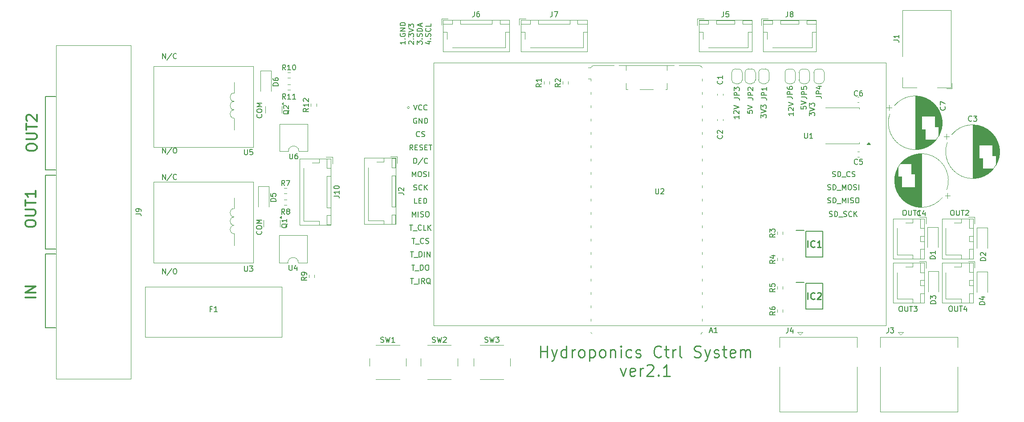
<source format=gto>
%TF.GenerationSoftware,KiCad,Pcbnew,9.0.0-rc3*%
%TF.CreationDate,2025-02-18T21:04:31+09:00*%
%TF.ProjectId,hydroponics,68796472-6f70-46f6-9e69-63732e6b6963,rev?*%
%TF.SameCoordinates,Original*%
%TF.FileFunction,Legend,Top*%
%TF.FilePolarity,Positive*%
%FSLAX46Y46*%
G04 Gerber Fmt 4.6, Leading zero omitted, Abs format (unit mm)*
G04 Created by KiCad (PCBNEW 9.0.0-rc3) date 2025-02-18 21:04:31*
%MOMM*%
%LPD*%
G01*
G04 APERTURE LIST*
%ADD10C,0.150000*%
%ADD11C,0.300000*%
%ADD12C,0.275000*%
%ADD13C,0.254000*%
%ADD14C,0.120000*%
%ADD15C,0.200000*%
G04 APERTURE END LIST*
D10*
X31550000Y-73800000D02*
X31550000Y-87800000D01*
X31550000Y-102800000D02*
X33550000Y-102800000D01*
X33550000Y-88800000D02*
X31550000Y-88800000D01*
X31550000Y-88800000D02*
X31550000Y-102800000D01*
X31550000Y-87800000D02*
X33550000Y-87800000D01*
X33550000Y-103800000D02*
X31550000Y-103800000D01*
X31550000Y-117800000D02*
X33550000Y-117800000D01*
X33550000Y-73800000D02*
X31550000Y-73800000D01*
X31550000Y-103800000D02*
X31550000Y-117800000D01*
D11*
X27739638Y-98170489D02*
X27739638Y-97789536D01*
X27739638Y-97789536D02*
X27834876Y-97599060D01*
X27834876Y-97599060D02*
X28025352Y-97408584D01*
X28025352Y-97408584D02*
X28406304Y-97313346D01*
X28406304Y-97313346D02*
X29072971Y-97313346D01*
X29072971Y-97313346D02*
X29453923Y-97408584D01*
X29453923Y-97408584D02*
X29644400Y-97599060D01*
X29644400Y-97599060D02*
X29739638Y-97789536D01*
X29739638Y-97789536D02*
X29739638Y-98170489D01*
X29739638Y-98170489D02*
X29644400Y-98360965D01*
X29644400Y-98360965D02*
X29453923Y-98551441D01*
X29453923Y-98551441D02*
X29072971Y-98646679D01*
X29072971Y-98646679D02*
X28406304Y-98646679D01*
X28406304Y-98646679D02*
X28025352Y-98551441D01*
X28025352Y-98551441D02*
X27834876Y-98360965D01*
X27834876Y-98360965D02*
X27739638Y-98170489D01*
X27739638Y-96456203D02*
X29358685Y-96456203D01*
X29358685Y-96456203D02*
X29549161Y-96360965D01*
X29549161Y-96360965D02*
X29644400Y-96265727D01*
X29644400Y-96265727D02*
X29739638Y-96075251D01*
X29739638Y-96075251D02*
X29739638Y-95694298D01*
X29739638Y-95694298D02*
X29644400Y-95503822D01*
X29644400Y-95503822D02*
X29549161Y-95408584D01*
X29549161Y-95408584D02*
X29358685Y-95313346D01*
X29358685Y-95313346D02*
X27739638Y-95313346D01*
X27739638Y-94646679D02*
X27739638Y-93503822D01*
X29739638Y-94075251D02*
X27739638Y-94075251D01*
X29739638Y-91789536D02*
X29739638Y-92932393D01*
X29739638Y-92360965D02*
X27739638Y-92360965D01*
X27739638Y-92360965D02*
X28025352Y-92551441D01*
X28025352Y-92551441D02*
X28215828Y-92741917D01*
X28215828Y-92741917D02*
X28311066Y-92932393D01*
D10*
X100039987Y-63239411D02*
X100039987Y-63810839D01*
X100039987Y-63525125D02*
X99039987Y-63525125D01*
X99039987Y-63525125D02*
X99182844Y-63620363D01*
X99182844Y-63620363D02*
X99278082Y-63715601D01*
X99278082Y-63715601D02*
X99325701Y-63810839D01*
X99944748Y-62810839D02*
X99992368Y-62763220D01*
X99992368Y-62763220D02*
X100039987Y-62810839D01*
X100039987Y-62810839D02*
X99992368Y-62858458D01*
X99992368Y-62858458D02*
X99944748Y-62810839D01*
X99944748Y-62810839D02*
X100039987Y-62810839D01*
X99087606Y-61810840D02*
X99039987Y-61906078D01*
X99039987Y-61906078D02*
X99039987Y-62048935D01*
X99039987Y-62048935D02*
X99087606Y-62191792D01*
X99087606Y-62191792D02*
X99182844Y-62287030D01*
X99182844Y-62287030D02*
X99278082Y-62334649D01*
X99278082Y-62334649D02*
X99468558Y-62382268D01*
X99468558Y-62382268D02*
X99611415Y-62382268D01*
X99611415Y-62382268D02*
X99801891Y-62334649D01*
X99801891Y-62334649D02*
X99897129Y-62287030D01*
X99897129Y-62287030D02*
X99992368Y-62191792D01*
X99992368Y-62191792D02*
X100039987Y-62048935D01*
X100039987Y-62048935D02*
X100039987Y-61953697D01*
X100039987Y-61953697D02*
X99992368Y-61810840D01*
X99992368Y-61810840D02*
X99944748Y-61763221D01*
X99944748Y-61763221D02*
X99611415Y-61763221D01*
X99611415Y-61763221D02*
X99611415Y-61953697D01*
X100039987Y-61334649D02*
X99039987Y-61334649D01*
X99039987Y-61334649D02*
X100039987Y-60763221D01*
X100039987Y-60763221D02*
X99039987Y-60763221D01*
X100039987Y-60287030D02*
X99039987Y-60287030D01*
X99039987Y-60287030D02*
X99039987Y-60048935D01*
X99039987Y-60048935D02*
X99087606Y-59906078D01*
X99087606Y-59906078D02*
X99182844Y-59810840D01*
X99182844Y-59810840D02*
X99278082Y-59763221D01*
X99278082Y-59763221D02*
X99468558Y-59715602D01*
X99468558Y-59715602D02*
X99611415Y-59715602D01*
X99611415Y-59715602D02*
X99801891Y-59763221D01*
X99801891Y-59763221D02*
X99897129Y-59810840D01*
X99897129Y-59810840D02*
X99992368Y-59906078D01*
X99992368Y-59906078D02*
X100039987Y-60048935D01*
X100039987Y-60048935D02*
X100039987Y-60287030D01*
X100745169Y-63810839D02*
X100697550Y-63763220D01*
X100697550Y-63763220D02*
X100649931Y-63667982D01*
X100649931Y-63667982D02*
X100649931Y-63429887D01*
X100649931Y-63429887D02*
X100697550Y-63334649D01*
X100697550Y-63334649D02*
X100745169Y-63287030D01*
X100745169Y-63287030D02*
X100840407Y-63239411D01*
X100840407Y-63239411D02*
X100935645Y-63239411D01*
X100935645Y-63239411D02*
X101078502Y-63287030D01*
X101078502Y-63287030D02*
X101649931Y-63858458D01*
X101649931Y-63858458D02*
X101649931Y-63239411D01*
X101554692Y-62810839D02*
X101602312Y-62763220D01*
X101602312Y-62763220D02*
X101649931Y-62810839D01*
X101649931Y-62810839D02*
X101602312Y-62858458D01*
X101602312Y-62858458D02*
X101554692Y-62810839D01*
X101554692Y-62810839D02*
X101649931Y-62810839D01*
X100649931Y-62429887D02*
X100649931Y-61810840D01*
X100649931Y-61810840D02*
X101030883Y-62144173D01*
X101030883Y-62144173D02*
X101030883Y-62001316D01*
X101030883Y-62001316D02*
X101078502Y-61906078D01*
X101078502Y-61906078D02*
X101126121Y-61858459D01*
X101126121Y-61858459D02*
X101221359Y-61810840D01*
X101221359Y-61810840D02*
X101459454Y-61810840D01*
X101459454Y-61810840D02*
X101554692Y-61858459D01*
X101554692Y-61858459D02*
X101602312Y-61906078D01*
X101602312Y-61906078D02*
X101649931Y-62001316D01*
X101649931Y-62001316D02*
X101649931Y-62287030D01*
X101649931Y-62287030D02*
X101602312Y-62382268D01*
X101602312Y-62382268D02*
X101554692Y-62429887D01*
X100649931Y-61525125D02*
X101649931Y-61191792D01*
X101649931Y-61191792D02*
X100649931Y-60858459D01*
X100649931Y-60620363D02*
X100649931Y-60001316D01*
X100649931Y-60001316D02*
X101030883Y-60334649D01*
X101030883Y-60334649D02*
X101030883Y-60191792D01*
X101030883Y-60191792D02*
X101078502Y-60096554D01*
X101078502Y-60096554D02*
X101126121Y-60048935D01*
X101126121Y-60048935D02*
X101221359Y-60001316D01*
X101221359Y-60001316D02*
X101459454Y-60001316D01*
X101459454Y-60001316D02*
X101554692Y-60048935D01*
X101554692Y-60048935D02*
X101602312Y-60096554D01*
X101602312Y-60096554D02*
X101649931Y-60191792D01*
X101649931Y-60191792D02*
X101649931Y-60477506D01*
X101649931Y-60477506D02*
X101602312Y-60572744D01*
X101602312Y-60572744D02*
X101554692Y-60620363D01*
X102259875Y-63858458D02*
X102259875Y-63239411D01*
X102259875Y-63239411D02*
X102640827Y-63572744D01*
X102640827Y-63572744D02*
X102640827Y-63429887D01*
X102640827Y-63429887D02*
X102688446Y-63334649D01*
X102688446Y-63334649D02*
X102736065Y-63287030D01*
X102736065Y-63287030D02*
X102831303Y-63239411D01*
X102831303Y-63239411D02*
X103069398Y-63239411D01*
X103069398Y-63239411D02*
X103164636Y-63287030D01*
X103164636Y-63287030D02*
X103212256Y-63334649D01*
X103212256Y-63334649D02*
X103259875Y-63429887D01*
X103259875Y-63429887D02*
X103259875Y-63715601D01*
X103259875Y-63715601D02*
X103212256Y-63810839D01*
X103212256Y-63810839D02*
X103164636Y-63858458D01*
X103164636Y-62810839D02*
X103212256Y-62763220D01*
X103212256Y-62763220D02*
X103259875Y-62810839D01*
X103259875Y-62810839D02*
X103212256Y-62858458D01*
X103212256Y-62858458D02*
X103164636Y-62810839D01*
X103164636Y-62810839D02*
X103259875Y-62810839D01*
X103212256Y-62382268D02*
X103259875Y-62239411D01*
X103259875Y-62239411D02*
X103259875Y-62001316D01*
X103259875Y-62001316D02*
X103212256Y-61906078D01*
X103212256Y-61906078D02*
X103164636Y-61858459D01*
X103164636Y-61858459D02*
X103069398Y-61810840D01*
X103069398Y-61810840D02*
X102974160Y-61810840D01*
X102974160Y-61810840D02*
X102878922Y-61858459D01*
X102878922Y-61858459D02*
X102831303Y-61906078D01*
X102831303Y-61906078D02*
X102783684Y-62001316D01*
X102783684Y-62001316D02*
X102736065Y-62191792D01*
X102736065Y-62191792D02*
X102688446Y-62287030D01*
X102688446Y-62287030D02*
X102640827Y-62334649D01*
X102640827Y-62334649D02*
X102545589Y-62382268D01*
X102545589Y-62382268D02*
X102450351Y-62382268D01*
X102450351Y-62382268D02*
X102355113Y-62334649D01*
X102355113Y-62334649D02*
X102307494Y-62287030D01*
X102307494Y-62287030D02*
X102259875Y-62191792D01*
X102259875Y-62191792D02*
X102259875Y-61953697D01*
X102259875Y-61953697D02*
X102307494Y-61810840D01*
X103259875Y-61382268D02*
X102259875Y-61382268D01*
X102259875Y-61382268D02*
X102259875Y-61144173D01*
X102259875Y-61144173D02*
X102307494Y-61001316D01*
X102307494Y-61001316D02*
X102402732Y-60906078D01*
X102402732Y-60906078D02*
X102497970Y-60858459D01*
X102497970Y-60858459D02*
X102688446Y-60810840D01*
X102688446Y-60810840D02*
X102831303Y-60810840D01*
X102831303Y-60810840D02*
X103021779Y-60858459D01*
X103021779Y-60858459D02*
X103117017Y-60906078D01*
X103117017Y-60906078D02*
X103212256Y-61001316D01*
X103212256Y-61001316D02*
X103259875Y-61144173D01*
X103259875Y-61144173D02*
X103259875Y-61382268D01*
X102974160Y-60429887D02*
X102974160Y-59953697D01*
X103259875Y-60525125D02*
X102259875Y-60191792D01*
X102259875Y-60191792D02*
X103259875Y-59858459D01*
X104203152Y-63334649D02*
X104869819Y-63334649D01*
X103822200Y-63572744D02*
X104536485Y-63810839D01*
X104536485Y-63810839D02*
X104536485Y-63191792D01*
X104774580Y-62810839D02*
X104822200Y-62763220D01*
X104822200Y-62763220D02*
X104869819Y-62810839D01*
X104869819Y-62810839D02*
X104822200Y-62858458D01*
X104822200Y-62858458D02*
X104774580Y-62810839D01*
X104774580Y-62810839D02*
X104869819Y-62810839D01*
X104822200Y-62382268D02*
X104869819Y-62239411D01*
X104869819Y-62239411D02*
X104869819Y-62001316D01*
X104869819Y-62001316D02*
X104822200Y-61906078D01*
X104822200Y-61906078D02*
X104774580Y-61858459D01*
X104774580Y-61858459D02*
X104679342Y-61810840D01*
X104679342Y-61810840D02*
X104584104Y-61810840D01*
X104584104Y-61810840D02*
X104488866Y-61858459D01*
X104488866Y-61858459D02*
X104441247Y-61906078D01*
X104441247Y-61906078D02*
X104393628Y-62001316D01*
X104393628Y-62001316D02*
X104346009Y-62191792D01*
X104346009Y-62191792D02*
X104298390Y-62287030D01*
X104298390Y-62287030D02*
X104250771Y-62334649D01*
X104250771Y-62334649D02*
X104155533Y-62382268D01*
X104155533Y-62382268D02*
X104060295Y-62382268D01*
X104060295Y-62382268D02*
X103965057Y-62334649D01*
X103965057Y-62334649D02*
X103917438Y-62287030D01*
X103917438Y-62287030D02*
X103869819Y-62191792D01*
X103869819Y-62191792D02*
X103869819Y-61953697D01*
X103869819Y-61953697D02*
X103917438Y-61810840D01*
X104774580Y-60810840D02*
X104822200Y-60858459D01*
X104822200Y-60858459D02*
X104869819Y-61001316D01*
X104869819Y-61001316D02*
X104869819Y-61096554D01*
X104869819Y-61096554D02*
X104822200Y-61239411D01*
X104822200Y-61239411D02*
X104726961Y-61334649D01*
X104726961Y-61334649D02*
X104631723Y-61382268D01*
X104631723Y-61382268D02*
X104441247Y-61429887D01*
X104441247Y-61429887D02*
X104298390Y-61429887D01*
X104298390Y-61429887D02*
X104107914Y-61382268D01*
X104107914Y-61382268D02*
X104012676Y-61334649D01*
X104012676Y-61334649D02*
X103917438Y-61239411D01*
X103917438Y-61239411D02*
X103869819Y-61096554D01*
X103869819Y-61096554D02*
X103869819Y-61001316D01*
X103869819Y-61001316D02*
X103917438Y-60858459D01*
X103917438Y-60858459D02*
X103965057Y-60810840D01*
X104869819Y-59906078D02*
X104869819Y-60382268D01*
X104869819Y-60382268D02*
X103869819Y-60382268D01*
X176869819Y-77458458D02*
X176869819Y-76839411D01*
X176869819Y-76839411D02*
X177250771Y-77172744D01*
X177250771Y-77172744D02*
X177250771Y-77029887D01*
X177250771Y-77029887D02*
X177298390Y-76934649D01*
X177298390Y-76934649D02*
X177346009Y-76887030D01*
X177346009Y-76887030D02*
X177441247Y-76839411D01*
X177441247Y-76839411D02*
X177679342Y-76839411D01*
X177679342Y-76839411D02*
X177774580Y-76887030D01*
X177774580Y-76887030D02*
X177822200Y-76934649D01*
X177822200Y-76934649D02*
X177869819Y-77029887D01*
X177869819Y-77029887D02*
X177869819Y-77315601D01*
X177869819Y-77315601D02*
X177822200Y-77410839D01*
X177822200Y-77410839D02*
X177774580Y-77458458D01*
X176869819Y-76553696D02*
X177869819Y-76220363D01*
X177869819Y-76220363D02*
X176869819Y-75887030D01*
X176869819Y-75648934D02*
X176869819Y-75029887D01*
X176869819Y-75029887D02*
X177250771Y-75363220D01*
X177250771Y-75363220D02*
X177250771Y-75220363D01*
X177250771Y-75220363D02*
X177298390Y-75125125D01*
X177298390Y-75125125D02*
X177346009Y-75077506D01*
X177346009Y-75077506D02*
X177441247Y-75029887D01*
X177441247Y-75029887D02*
X177679342Y-75029887D01*
X177679342Y-75029887D02*
X177774580Y-75077506D01*
X177774580Y-75077506D02*
X177822200Y-75125125D01*
X177822200Y-75125125D02*
X177869819Y-75220363D01*
X177869819Y-75220363D02*
X177869819Y-75506077D01*
X177869819Y-75506077D02*
X177822200Y-75601315D01*
X177822200Y-75601315D02*
X177774580Y-75648934D01*
D11*
X27939638Y-83670489D02*
X27939638Y-83289536D01*
X27939638Y-83289536D02*
X28034876Y-83099060D01*
X28034876Y-83099060D02*
X28225352Y-82908584D01*
X28225352Y-82908584D02*
X28606304Y-82813346D01*
X28606304Y-82813346D02*
X29272971Y-82813346D01*
X29272971Y-82813346D02*
X29653923Y-82908584D01*
X29653923Y-82908584D02*
X29844400Y-83099060D01*
X29844400Y-83099060D02*
X29939638Y-83289536D01*
X29939638Y-83289536D02*
X29939638Y-83670489D01*
X29939638Y-83670489D02*
X29844400Y-83860965D01*
X29844400Y-83860965D02*
X29653923Y-84051441D01*
X29653923Y-84051441D02*
X29272971Y-84146679D01*
X29272971Y-84146679D02*
X28606304Y-84146679D01*
X28606304Y-84146679D02*
X28225352Y-84051441D01*
X28225352Y-84051441D02*
X28034876Y-83860965D01*
X28034876Y-83860965D02*
X27939638Y-83670489D01*
X27939638Y-81956203D02*
X29558685Y-81956203D01*
X29558685Y-81956203D02*
X29749161Y-81860965D01*
X29749161Y-81860965D02*
X29844400Y-81765727D01*
X29844400Y-81765727D02*
X29939638Y-81575251D01*
X29939638Y-81575251D02*
X29939638Y-81194298D01*
X29939638Y-81194298D02*
X29844400Y-81003822D01*
X29844400Y-81003822D02*
X29749161Y-80908584D01*
X29749161Y-80908584D02*
X29558685Y-80813346D01*
X29558685Y-80813346D02*
X27939638Y-80813346D01*
X27939638Y-80146679D02*
X27939638Y-79003822D01*
X29939638Y-79575251D02*
X27939638Y-79575251D01*
X28130114Y-78432393D02*
X28034876Y-78337155D01*
X28034876Y-78337155D02*
X27939638Y-78146679D01*
X27939638Y-78146679D02*
X27939638Y-77670488D01*
X27939638Y-77670488D02*
X28034876Y-77480012D01*
X28034876Y-77480012D02*
X28130114Y-77384774D01*
X28130114Y-77384774D02*
X28320590Y-77289536D01*
X28320590Y-77289536D02*
X28511066Y-77289536D01*
X28511066Y-77289536D02*
X28796780Y-77384774D01*
X28796780Y-77384774D02*
X29939638Y-78527631D01*
X29939638Y-78527631D02*
X29939638Y-77289536D01*
D10*
X165069819Y-76487030D02*
X165069819Y-76963220D01*
X165069819Y-76963220D02*
X165546009Y-77010839D01*
X165546009Y-77010839D02*
X165498390Y-76963220D01*
X165498390Y-76963220D02*
X165450771Y-76867982D01*
X165450771Y-76867982D02*
X165450771Y-76629887D01*
X165450771Y-76629887D02*
X165498390Y-76534649D01*
X165498390Y-76534649D02*
X165546009Y-76487030D01*
X165546009Y-76487030D02*
X165641247Y-76439411D01*
X165641247Y-76439411D02*
X165879342Y-76439411D01*
X165879342Y-76439411D02*
X165974580Y-76487030D01*
X165974580Y-76487030D02*
X166022200Y-76534649D01*
X166022200Y-76534649D02*
X166069819Y-76629887D01*
X166069819Y-76629887D02*
X166069819Y-76867982D01*
X166069819Y-76867982D02*
X166022200Y-76963220D01*
X166022200Y-76963220D02*
X165974580Y-77010839D01*
X165069819Y-76153696D02*
X166069819Y-75820363D01*
X166069819Y-75820363D02*
X165069819Y-75487030D01*
X167669819Y-77858458D02*
X167669819Y-77239411D01*
X167669819Y-77239411D02*
X168050771Y-77572744D01*
X168050771Y-77572744D02*
X168050771Y-77429887D01*
X168050771Y-77429887D02*
X168098390Y-77334649D01*
X168098390Y-77334649D02*
X168146009Y-77287030D01*
X168146009Y-77287030D02*
X168241247Y-77239411D01*
X168241247Y-77239411D02*
X168479342Y-77239411D01*
X168479342Y-77239411D02*
X168574580Y-77287030D01*
X168574580Y-77287030D02*
X168622200Y-77334649D01*
X168622200Y-77334649D02*
X168669819Y-77429887D01*
X168669819Y-77429887D02*
X168669819Y-77715601D01*
X168669819Y-77715601D02*
X168622200Y-77810839D01*
X168622200Y-77810839D02*
X168574580Y-77858458D01*
X167669819Y-76953696D02*
X168669819Y-76620363D01*
X168669819Y-76620363D02*
X167669819Y-76287030D01*
X167669819Y-76048934D02*
X167669819Y-75429887D01*
X167669819Y-75429887D02*
X168050771Y-75763220D01*
X168050771Y-75763220D02*
X168050771Y-75620363D01*
X168050771Y-75620363D02*
X168098390Y-75525125D01*
X168098390Y-75525125D02*
X168146009Y-75477506D01*
X168146009Y-75477506D02*
X168241247Y-75429887D01*
X168241247Y-75429887D02*
X168479342Y-75429887D01*
X168479342Y-75429887D02*
X168574580Y-75477506D01*
X168574580Y-75477506D02*
X168622200Y-75525125D01*
X168622200Y-75525125D02*
X168669819Y-75620363D01*
X168669819Y-75620363D02*
X168669819Y-75906077D01*
X168669819Y-75906077D02*
X168622200Y-76001315D01*
X168622200Y-76001315D02*
X168574580Y-76048934D01*
D11*
X29739638Y-112051441D02*
X27739638Y-112051441D01*
X29739638Y-111099060D02*
X27739638Y-111099060D01*
X27739638Y-111099060D02*
X29739638Y-109956203D01*
X29739638Y-109956203D02*
X27739638Y-109956203D01*
D10*
X163469819Y-77439411D02*
X163469819Y-78010839D01*
X163469819Y-77725125D02*
X162469819Y-77725125D01*
X162469819Y-77725125D02*
X162612676Y-77820363D01*
X162612676Y-77820363D02*
X162707914Y-77915601D01*
X162707914Y-77915601D02*
X162755533Y-78010839D01*
X162565057Y-77058458D02*
X162517438Y-77010839D01*
X162517438Y-77010839D02*
X162469819Y-76915601D01*
X162469819Y-76915601D02*
X162469819Y-76677506D01*
X162469819Y-76677506D02*
X162517438Y-76582268D01*
X162517438Y-76582268D02*
X162565057Y-76534649D01*
X162565057Y-76534649D02*
X162660295Y-76487030D01*
X162660295Y-76487030D02*
X162755533Y-76487030D01*
X162755533Y-76487030D02*
X162898390Y-76534649D01*
X162898390Y-76534649D02*
X163469819Y-77106077D01*
X163469819Y-77106077D02*
X163469819Y-76487030D01*
X162469819Y-76201315D02*
X163469819Y-75867982D01*
X163469819Y-75867982D02*
X162469819Y-75534649D01*
X175269819Y-75687030D02*
X175269819Y-76163220D01*
X175269819Y-76163220D02*
X175746009Y-76210839D01*
X175746009Y-76210839D02*
X175698390Y-76163220D01*
X175698390Y-76163220D02*
X175650771Y-76067982D01*
X175650771Y-76067982D02*
X175650771Y-75829887D01*
X175650771Y-75829887D02*
X175698390Y-75734649D01*
X175698390Y-75734649D02*
X175746009Y-75687030D01*
X175746009Y-75687030D02*
X175841247Y-75639411D01*
X175841247Y-75639411D02*
X176079342Y-75639411D01*
X176079342Y-75639411D02*
X176174580Y-75687030D01*
X176174580Y-75687030D02*
X176222200Y-75734649D01*
X176222200Y-75734649D02*
X176269819Y-75829887D01*
X176269819Y-75829887D02*
X176269819Y-76067982D01*
X176269819Y-76067982D02*
X176222200Y-76163220D01*
X176222200Y-76163220D02*
X176174580Y-76210839D01*
X175269819Y-75353696D02*
X176269819Y-75020363D01*
X176269819Y-75020363D02*
X175269819Y-74687030D01*
D12*
X125742859Y-123474584D02*
X125742859Y-121274584D01*
X125742859Y-122322203D02*
X127000002Y-122322203D01*
X127000002Y-123474584D02*
X127000002Y-121274584D01*
X127838097Y-122007918D02*
X128361907Y-123474584D01*
X128885716Y-122007918D02*
X128361907Y-123474584D01*
X128361907Y-123474584D02*
X128152383Y-123998394D01*
X128152383Y-123998394D02*
X128047621Y-124103156D01*
X128047621Y-124103156D02*
X127838097Y-124207918D01*
X130666668Y-123474584D02*
X130666668Y-121274584D01*
X130666668Y-123369823D02*
X130457144Y-123474584D01*
X130457144Y-123474584D02*
X130038097Y-123474584D01*
X130038097Y-123474584D02*
X129828573Y-123369823D01*
X129828573Y-123369823D02*
X129723811Y-123265061D01*
X129723811Y-123265061D02*
X129619049Y-123055537D01*
X129619049Y-123055537D02*
X129619049Y-122426965D01*
X129619049Y-122426965D02*
X129723811Y-122217442D01*
X129723811Y-122217442D02*
X129828573Y-122112680D01*
X129828573Y-122112680D02*
X130038097Y-122007918D01*
X130038097Y-122007918D02*
X130457144Y-122007918D01*
X130457144Y-122007918D02*
X130666668Y-122112680D01*
X131714287Y-123474584D02*
X131714287Y-122007918D01*
X131714287Y-122426965D02*
X131819049Y-122217442D01*
X131819049Y-122217442D02*
X131923811Y-122112680D01*
X131923811Y-122112680D02*
X132133335Y-122007918D01*
X132133335Y-122007918D02*
X132342858Y-122007918D01*
X133390478Y-123474584D02*
X133180954Y-123369823D01*
X133180954Y-123369823D02*
X133076192Y-123265061D01*
X133076192Y-123265061D02*
X132971430Y-123055537D01*
X132971430Y-123055537D02*
X132971430Y-122426965D01*
X132971430Y-122426965D02*
X133076192Y-122217442D01*
X133076192Y-122217442D02*
X133180954Y-122112680D01*
X133180954Y-122112680D02*
X133390478Y-122007918D01*
X133390478Y-122007918D02*
X133704763Y-122007918D01*
X133704763Y-122007918D02*
X133914287Y-122112680D01*
X133914287Y-122112680D02*
X134019049Y-122217442D01*
X134019049Y-122217442D02*
X134123811Y-122426965D01*
X134123811Y-122426965D02*
X134123811Y-123055537D01*
X134123811Y-123055537D02*
X134019049Y-123265061D01*
X134019049Y-123265061D02*
X133914287Y-123369823D01*
X133914287Y-123369823D02*
X133704763Y-123474584D01*
X133704763Y-123474584D02*
X133390478Y-123474584D01*
X135066668Y-122007918D02*
X135066668Y-124207918D01*
X135066668Y-122112680D02*
X135276192Y-122007918D01*
X135276192Y-122007918D02*
X135695239Y-122007918D01*
X135695239Y-122007918D02*
X135904763Y-122112680D01*
X135904763Y-122112680D02*
X136009525Y-122217442D01*
X136009525Y-122217442D02*
X136114287Y-122426965D01*
X136114287Y-122426965D02*
X136114287Y-123055537D01*
X136114287Y-123055537D02*
X136009525Y-123265061D01*
X136009525Y-123265061D02*
X135904763Y-123369823D01*
X135904763Y-123369823D02*
X135695239Y-123474584D01*
X135695239Y-123474584D02*
X135276192Y-123474584D01*
X135276192Y-123474584D02*
X135066668Y-123369823D01*
X137371430Y-123474584D02*
X137161906Y-123369823D01*
X137161906Y-123369823D02*
X137057144Y-123265061D01*
X137057144Y-123265061D02*
X136952382Y-123055537D01*
X136952382Y-123055537D02*
X136952382Y-122426965D01*
X136952382Y-122426965D02*
X137057144Y-122217442D01*
X137057144Y-122217442D02*
X137161906Y-122112680D01*
X137161906Y-122112680D02*
X137371430Y-122007918D01*
X137371430Y-122007918D02*
X137685715Y-122007918D01*
X137685715Y-122007918D02*
X137895239Y-122112680D01*
X137895239Y-122112680D02*
X138000001Y-122217442D01*
X138000001Y-122217442D02*
X138104763Y-122426965D01*
X138104763Y-122426965D02*
X138104763Y-123055537D01*
X138104763Y-123055537D02*
X138000001Y-123265061D01*
X138000001Y-123265061D02*
X137895239Y-123369823D01*
X137895239Y-123369823D02*
X137685715Y-123474584D01*
X137685715Y-123474584D02*
X137371430Y-123474584D01*
X139047620Y-122007918D02*
X139047620Y-123474584D01*
X139047620Y-122217442D02*
X139152382Y-122112680D01*
X139152382Y-122112680D02*
X139361906Y-122007918D01*
X139361906Y-122007918D02*
X139676191Y-122007918D01*
X139676191Y-122007918D02*
X139885715Y-122112680D01*
X139885715Y-122112680D02*
X139990477Y-122322203D01*
X139990477Y-122322203D02*
X139990477Y-123474584D01*
X141038096Y-123474584D02*
X141038096Y-122007918D01*
X141038096Y-121274584D02*
X140933334Y-121379346D01*
X140933334Y-121379346D02*
X141038096Y-121484108D01*
X141038096Y-121484108D02*
X141142858Y-121379346D01*
X141142858Y-121379346D02*
X141038096Y-121274584D01*
X141038096Y-121274584D02*
X141038096Y-121484108D01*
X143028572Y-123369823D02*
X142819048Y-123474584D01*
X142819048Y-123474584D02*
X142400001Y-123474584D01*
X142400001Y-123474584D02*
X142190477Y-123369823D01*
X142190477Y-123369823D02*
X142085715Y-123265061D01*
X142085715Y-123265061D02*
X141980953Y-123055537D01*
X141980953Y-123055537D02*
X141980953Y-122426965D01*
X141980953Y-122426965D02*
X142085715Y-122217442D01*
X142085715Y-122217442D02*
X142190477Y-122112680D01*
X142190477Y-122112680D02*
X142400001Y-122007918D01*
X142400001Y-122007918D02*
X142819048Y-122007918D01*
X142819048Y-122007918D02*
X143028572Y-122112680D01*
X143866667Y-123369823D02*
X144076191Y-123474584D01*
X144076191Y-123474584D02*
X144495239Y-123474584D01*
X144495239Y-123474584D02*
X144704762Y-123369823D01*
X144704762Y-123369823D02*
X144809524Y-123160299D01*
X144809524Y-123160299D02*
X144809524Y-123055537D01*
X144809524Y-123055537D02*
X144704762Y-122846013D01*
X144704762Y-122846013D02*
X144495239Y-122741251D01*
X144495239Y-122741251D02*
X144180953Y-122741251D01*
X144180953Y-122741251D02*
X143971429Y-122636489D01*
X143971429Y-122636489D02*
X143866667Y-122426965D01*
X143866667Y-122426965D02*
X143866667Y-122322203D01*
X143866667Y-122322203D02*
X143971429Y-122112680D01*
X143971429Y-122112680D02*
X144180953Y-122007918D01*
X144180953Y-122007918D02*
X144495239Y-122007918D01*
X144495239Y-122007918D02*
X144704762Y-122112680D01*
X148685714Y-123265061D02*
X148580952Y-123369823D01*
X148580952Y-123369823D02*
X148266666Y-123474584D01*
X148266666Y-123474584D02*
X148057142Y-123474584D01*
X148057142Y-123474584D02*
X147742857Y-123369823D01*
X147742857Y-123369823D02*
X147533333Y-123160299D01*
X147533333Y-123160299D02*
X147428571Y-122950775D01*
X147428571Y-122950775D02*
X147323809Y-122531727D01*
X147323809Y-122531727D02*
X147323809Y-122217442D01*
X147323809Y-122217442D02*
X147428571Y-121798394D01*
X147428571Y-121798394D02*
X147533333Y-121588870D01*
X147533333Y-121588870D02*
X147742857Y-121379346D01*
X147742857Y-121379346D02*
X148057142Y-121274584D01*
X148057142Y-121274584D02*
X148266666Y-121274584D01*
X148266666Y-121274584D02*
X148580952Y-121379346D01*
X148580952Y-121379346D02*
X148685714Y-121484108D01*
X149314285Y-122007918D02*
X150152381Y-122007918D01*
X149628571Y-121274584D02*
X149628571Y-123160299D01*
X149628571Y-123160299D02*
X149733333Y-123369823D01*
X149733333Y-123369823D02*
X149942857Y-123474584D01*
X149942857Y-123474584D02*
X150152381Y-123474584D01*
X150885714Y-123474584D02*
X150885714Y-122007918D01*
X150885714Y-122426965D02*
X150990476Y-122217442D01*
X150990476Y-122217442D02*
X151095238Y-122112680D01*
X151095238Y-122112680D02*
X151304762Y-122007918D01*
X151304762Y-122007918D02*
X151514285Y-122007918D01*
X152561905Y-123474584D02*
X152352381Y-123369823D01*
X152352381Y-123369823D02*
X152247619Y-123160299D01*
X152247619Y-123160299D02*
X152247619Y-121274584D01*
X154971428Y-123369823D02*
X155285714Y-123474584D01*
X155285714Y-123474584D02*
X155809523Y-123474584D01*
X155809523Y-123474584D02*
X156019047Y-123369823D01*
X156019047Y-123369823D02*
X156123809Y-123265061D01*
X156123809Y-123265061D02*
X156228571Y-123055537D01*
X156228571Y-123055537D02*
X156228571Y-122846013D01*
X156228571Y-122846013D02*
X156123809Y-122636489D01*
X156123809Y-122636489D02*
X156019047Y-122531727D01*
X156019047Y-122531727D02*
X155809523Y-122426965D01*
X155809523Y-122426965D02*
X155390476Y-122322203D01*
X155390476Y-122322203D02*
X155180952Y-122217442D01*
X155180952Y-122217442D02*
X155076190Y-122112680D01*
X155076190Y-122112680D02*
X154971428Y-121903156D01*
X154971428Y-121903156D02*
X154971428Y-121693632D01*
X154971428Y-121693632D02*
X155076190Y-121484108D01*
X155076190Y-121484108D02*
X155180952Y-121379346D01*
X155180952Y-121379346D02*
X155390476Y-121274584D01*
X155390476Y-121274584D02*
X155914285Y-121274584D01*
X155914285Y-121274584D02*
X156228571Y-121379346D01*
X156961904Y-122007918D02*
X157485714Y-123474584D01*
X158009523Y-122007918D02*
X157485714Y-123474584D01*
X157485714Y-123474584D02*
X157276190Y-123998394D01*
X157276190Y-123998394D02*
X157171428Y-124103156D01*
X157171428Y-124103156D02*
X156961904Y-124207918D01*
X158742856Y-123369823D02*
X158952380Y-123474584D01*
X158952380Y-123474584D02*
X159371428Y-123474584D01*
X159371428Y-123474584D02*
X159580951Y-123369823D01*
X159580951Y-123369823D02*
X159685713Y-123160299D01*
X159685713Y-123160299D02*
X159685713Y-123055537D01*
X159685713Y-123055537D02*
X159580951Y-122846013D01*
X159580951Y-122846013D02*
X159371428Y-122741251D01*
X159371428Y-122741251D02*
X159057142Y-122741251D01*
X159057142Y-122741251D02*
X158847618Y-122636489D01*
X158847618Y-122636489D02*
X158742856Y-122426965D01*
X158742856Y-122426965D02*
X158742856Y-122322203D01*
X158742856Y-122322203D02*
X158847618Y-122112680D01*
X158847618Y-122112680D02*
X159057142Y-122007918D01*
X159057142Y-122007918D02*
X159371428Y-122007918D01*
X159371428Y-122007918D02*
X159580951Y-122112680D01*
X160314284Y-122007918D02*
X161152380Y-122007918D01*
X160628570Y-121274584D02*
X160628570Y-123160299D01*
X160628570Y-123160299D02*
X160733332Y-123369823D01*
X160733332Y-123369823D02*
X160942856Y-123474584D01*
X160942856Y-123474584D02*
X161152380Y-123474584D01*
X162723808Y-123369823D02*
X162514284Y-123474584D01*
X162514284Y-123474584D02*
X162095237Y-123474584D01*
X162095237Y-123474584D02*
X161885713Y-123369823D01*
X161885713Y-123369823D02*
X161780951Y-123160299D01*
X161780951Y-123160299D02*
X161780951Y-122322203D01*
X161780951Y-122322203D02*
X161885713Y-122112680D01*
X161885713Y-122112680D02*
X162095237Y-122007918D01*
X162095237Y-122007918D02*
X162514284Y-122007918D01*
X162514284Y-122007918D02*
X162723808Y-122112680D01*
X162723808Y-122112680D02*
X162828570Y-122322203D01*
X162828570Y-122322203D02*
X162828570Y-122531727D01*
X162828570Y-122531727D02*
X161780951Y-122741251D01*
X163771427Y-123474584D02*
X163771427Y-122007918D01*
X163771427Y-122217442D02*
X163876189Y-122112680D01*
X163876189Y-122112680D02*
X164085713Y-122007918D01*
X164085713Y-122007918D02*
X164399998Y-122007918D01*
X164399998Y-122007918D02*
X164609522Y-122112680D01*
X164609522Y-122112680D02*
X164714284Y-122322203D01*
X164714284Y-122322203D02*
X164714284Y-123474584D01*
X164714284Y-122322203D02*
X164819046Y-122112680D01*
X164819046Y-122112680D02*
X165028570Y-122007918D01*
X165028570Y-122007918D02*
X165342856Y-122007918D01*
X165342856Y-122007918D02*
X165552379Y-122112680D01*
X165552379Y-122112680D02*
X165657141Y-122322203D01*
X165657141Y-122322203D02*
X165657141Y-123474584D01*
X140933333Y-125549795D02*
X141457143Y-127016461D01*
X141457143Y-127016461D02*
X141980952Y-125549795D01*
X143657142Y-126911700D02*
X143447618Y-127016461D01*
X143447618Y-127016461D02*
X143028571Y-127016461D01*
X143028571Y-127016461D02*
X142819047Y-126911700D01*
X142819047Y-126911700D02*
X142714285Y-126702176D01*
X142714285Y-126702176D02*
X142714285Y-125864080D01*
X142714285Y-125864080D02*
X142819047Y-125654557D01*
X142819047Y-125654557D02*
X143028571Y-125549795D01*
X143028571Y-125549795D02*
X143447618Y-125549795D01*
X143447618Y-125549795D02*
X143657142Y-125654557D01*
X143657142Y-125654557D02*
X143761904Y-125864080D01*
X143761904Y-125864080D02*
X143761904Y-126073604D01*
X143761904Y-126073604D02*
X142714285Y-126283128D01*
X144704761Y-127016461D02*
X144704761Y-125549795D01*
X144704761Y-125968842D02*
X144809523Y-125759319D01*
X144809523Y-125759319D02*
X144914285Y-125654557D01*
X144914285Y-125654557D02*
X145123809Y-125549795D01*
X145123809Y-125549795D02*
X145333332Y-125549795D01*
X145961904Y-125025985D02*
X146066666Y-124921223D01*
X146066666Y-124921223D02*
X146276190Y-124816461D01*
X146276190Y-124816461D02*
X146799999Y-124816461D01*
X146799999Y-124816461D02*
X147009523Y-124921223D01*
X147009523Y-124921223D02*
X147114285Y-125025985D01*
X147114285Y-125025985D02*
X147219047Y-125235509D01*
X147219047Y-125235509D02*
X147219047Y-125445033D01*
X147219047Y-125445033D02*
X147114285Y-125759319D01*
X147114285Y-125759319D02*
X145857142Y-127016461D01*
X145857142Y-127016461D02*
X147219047Y-127016461D01*
X148161904Y-126806938D02*
X148266666Y-126911700D01*
X148266666Y-126911700D02*
X148161904Y-127016461D01*
X148161904Y-127016461D02*
X148057142Y-126911700D01*
X148057142Y-126911700D02*
X148161904Y-126806938D01*
X148161904Y-126806938D02*
X148161904Y-127016461D01*
X150361904Y-127016461D02*
X149104761Y-127016461D01*
X149733333Y-127016461D02*
X149733333Y-124816461D01*
X149733333Y-124816461D02*
X149523809Y-125130747D01*
X149523809Y-125130747D02*
X149314285Y-125340271D01*
X149314285Y-125340271D02*
X149104761Y-125445033D01*
D10*
X173869819Y-76839411D02*
X173869819Y-77410839D01*
X173869819Y-77125125D02*
X172869819Y-77125125D01*
X172869819Y-77125125D02*
X173012676Y-77220363D01*
X173012676Y-77220363D02*
X173107914Y-77315601D01*
X173107914Y-77315601D02*
X173155533Y-77410839D01*
X172965057Y-76458458D02*
X172917438Y-76410839D01*
X172917438Y-76410839D02*
X172869819Y-76315601D01*
X172869819Y-76315601D02*
X172869819Y-76077506D01*
X172869819Y-76077506D02*
X172917438Y-75982268D01*
X172917438Y-75982268D02*
X172965057Y-75934649D01*
X172965057Y-75934649D02*
X173060295Y-75887030D01*
X173060295Y-75887030D02*
X173155533Y-75887030D01*
X173155533Y-75887030D02*
X173298390Y-75934649D01*
X173298390Y-75934649D02*
X173869819Y-76506077D01*
X173869819Y-76506077D02*
X173869819Y-75887030D01*
X172869819Y-75601315D02*
X173869819Y-75267982D01*
X173869819Y-75267982D02*
X172869819Y-74934649D01*
X127966666Y-57609819D02*
X127966666Y-58324104D01*
X127966666Y-58324104D02*
X127919047Y-58466961D01*
X127919047Y-58466961D02*
X127823809Y-58562200D01*
X127823809Y-58562200D02*
X127680952Y-58609819D01*
X127680952Y-58609819D02*
X127585714Y-58609819D01*
X128347619Y-57609819D02*
X129014285Y-57609819D01*
X129014285Y-57609819D02*
X128585714Y-58609819D01*
X203973809Y-95434819D02*
X204164285Y-95434819D01*
X204164285Y-95434819D02*
X204259523Y-95482438D01*
X204259523Y-95482438D02*
X204354761Y-95577676D01*
X204354761Y-95577676D02*
X204402380Y-95768152D01*
X204402380Y-95768152D02*
X204402380Y-96101485D01*
X204402380Y-96101485D02*
X204354761Y-96291961D01*
X204354761Y-96291961D02*
X204259523Y-96387200D01*
X204259523Y-96387200D02*
X204164285Y-96434819D01*
X204164285Y-96434819D02*
X203973809Y-96434819D01*
X203973809Y-96434819D02*
X203878571Y-96387200D01*
X203878571Y-96387200D02*
X203783333Y-96291961D01*
X203783333Y-96291961D02*
X203735714Y-96101485D01*
X203735714Y-96101485D02*
X203735714Y-95768152D01*
X203735714Y-95768152D02*
X203783333Y-95577676D01*
X203783333Y-95577676D02*
X203878571Y-95482438D01*
X203878571Y-95482438D02*
X203973809Y-95434819D01*
X204830952Y-95434819D02*
X204830952Y-96244342D01*
X204830952Y-96244342D02*
X204878571Y-96339580D01*
X204878571Y-96339580D02*
X204926190Y-96387200D01*
X204926190Y-96387200D02*
X205021428Y-96434819D01*
X205021428Y-96434819D02*
X205211904Y-96434819D01*
X205211904Y-96434819D02*
X205307142Y-96387200D01*
X205307142Y-96387200D02*
X205354761Y-96339580D01*
X205354761Y-96339580D02*
X205402380Y-96244342D01*
X205402380Y-96244342D02*
X205402380Y-95434819D01*
X205735714Y-95434819D02*
X206307142Y-95434819D01*
X206021428Y-96434819D02*
X206021428Y-95434819D01*
X206592857Y-95530057D02*
X206640476Y-95482438D01*
X206640476Y-95482438D02*
X206735714Y-95434819D01*
X206735714Y-95434819D02*
X206973809Y-95434819D01*
X206973809Y-95434819D02*
X207069047Y-95482438D01*
X207069047Y-95482438D02*
X207116666Y-95530057D01*
X207116666Y-95530057D02*
X207164285Y-95625295D01*
X207164285Y-95625295D02*
X207164285Y-95720533D01*
X207164285Y-95720533D02*
X207116666Y-95863390D01*
X207116666Y-95863390D02*
X206545238Y-96434819D01*
X206545238Y-96434819D02*
X207164285Y-96434819D01*
X200804819Y-104718094D02*
X199804819Y-104718094D01*
X199804819Y-104718094D02*
X199804819Y-104479999D01*
X199804819Y-104479999D02*
X199852438Y-104337142D01*
X199852438Y-104337142D02*
X199947676Y-104241904D01*
X199947676Y-104241904D02*
X200042914Y-104194285D01*
X200042914Y-104194285D02*
X200233390Y-104146666D01*
X200233390Y-104146666D02*
X200376247Y-104146666D01*
X200376247Y-104146666D02*
X200566723Y-104194285D01*
X200566723Y-104194285D02*
X200661961Y-104241904D01*
X200661961Y-104241904D02*
X200757200Y-104337142D01*
X200757200Y-104337142D02*
X200804819Y-104479999D01*
X200804819Y-104479999D02*
X200804819Y-104718094D01*
X200804819Y-103194285D02*
X200804819Y-103765713D01*
X200804819Y-103479999D02*
X199804819Y-103479999D01*
X199804819Y-103479999D02*
X199947676Y-103575237D01*
X199947676Y-103575237D02*
X200042914Y-103670475D01*
X200042914Y-103670475D02*
X200090533Y-103765713D01*
D13*
X176560237Y-112404318D02*
X176560237Y-111134318D01*
X177890714Y-112283365D02*
X177830238Y-112343842D01*
X177830238Y-112343842D02*
X177648809Y-112404318D01*
X177648809Y-112404318D02*
X177527857Y-112404318D01*
X177527857Y-112404318D02*
X177346428Y-112343842D01*
X177346428Y-112343842D02*
X177225476Y-112222889D01*
X177225476Y-112222889D02*
X177164999Y-112101937D01*
X177164999Y-112101937D02*
X177104523Y-111860032D01*
X177104523Y-111860032D02*
X177104523Y-111678603D01*
X177104523Y-111678603D02*
X177164999Y-111436699D01*
X177164999Y-111436699D02*
X177225476Y-111315746D01*
X177225476Y-111315746D02*
X177346428Y-111194794D01*
X177346428Y-111194794D02*
X177527857Y-111134318D01*
X177527857Y-111134318D02*
X177648809Y-111134318D01*
X177648809Y-111134318D02*
X177830238Y-111194794D01*
X177830238Y-111194794D02*
X177890714Y-111255270D01*
X178374523Y-111255270D02*
X178434999Y-111194794D01*
X178434999Y-111194794D02*
X178555952Y-111134318D01*
X178555952Y-111134318D02*
X178858333Y-111134318D01*
X178858333Y-111134318D02*
X178979285Y-111194794D01*
X178979285Y-111194794D02*
X179039761Y-111255270D01*
X179039761Y-111255270D02*
X179100238Y-111376222D01*
X179100238Y-111376222D02*
X179100238Y-111497175D01*
X179100238Y-111497175D02*
X179039761Y-111678603D01*
X179039761Y-111678603D02*
X178314047Y-112404318D01*
X178314047Y-112404318D02*
X179100238Y-112404318D01*
D10*
X75859819Y-71736094D02*
X74859819Y-71736094D01*
X74859819Y-71736094D02*
X74859819Y-71497999D01*
X74859819Y-71497999D02*
X74907438Y-71355142D01*
X74907438Y-71355142D02*
X75002676Y-71259904D01*
X75002676Y-71259904D02*
X75097914Y-71212285D01*
X75097914Y-71212285D02*
X75288390Y-71164666D01*
X75288390Y-71164666D02*
X75431247Y-71164666D01*
X75431247Y-71164666D02*
X75621723Y-71212285D01*
X75621723Y-71212285D02*
X75716961Y-71259904D01*
X75716961Y-71259904D02*
X75812200Y-71355142D01*
X75812200Y-71355142D02*
X75859819Y-71497999D01*
X75859819Y-71497999D02*
X75859819Y-71736094D01*
X74859819Y-70307523D02*
X74859819Y-70497999D01*
X74859819Y-70497999D02*
X74907438Y-70593237D01*
X74907438Y-70593237D02*
X74955057Y-70640856D01*
X74955057Y-70640856D02*
X75097914Y-70736094D01*
X75097914Y-70736094D02*
X75288390Y-70783713D01*
X75288390Y-70783713D02*
X75669342Y-70783713D01*
X75669342Y-70783713D02*
X75764580Y-70736094D01*
X75764580Y-70736094D02*
X75812200Y-70688475D01*
X75812200Y-70688475D02*
X75859819Y-70593237D01*
X75859819Y-70593237D02*
X75859819Y-70402761D01*
X75859819Y-70402761D02*
X75812200Y-70307523D01*
X75812200Y-70307523D02*
X75764580Y-70259904D01*
X75764580Y-70259904D02*
X75669342Y-70212285D01*
X75669342Y-70212285D02*
X75431247Y-70212285D01*
X75431247Y-70212285D02*
X75336009Y-70259904D01*
X75336009Y-70259904D02*
X75288390Y-70307523D01*
X75288390Y-70307523D02*
X75240771Y-70402761D01*
X75240771Y-70402761D02*
X75240771Y-70593237D01*
X75240771Y-70593237D02*
X75288390Y-70688475D01*
X75288390Y-70688475D02*
X75336009Y-70736094D01*
X75336009Y-70736094D02*
X75431247Y-70783713D01*
X170354819Y-104966666D02*
X169878628Y-105299999D01*
X170354819Y-105538094D02*
X169354819Y-105538094D01*
X169354819Y-105538094D02*
X169354819Y-105157142D01*
X169354819Y-105157142D02*
X169402438Y-105061904D01*
X169402438Y-105061904D02*
X169450057Y-105014285D01*
X169450057Y-105014285D02*
X169545295Y-104966666D01*
X169545295Y-104966666D02*
X169688152Y-104966666D01*
X169688152Y-104966666D02*
X169783390Y-105014285D01*
X169783390Y-105014285D02*
X169831009Y-105061904D01*
X169831009Y-105061904D02*
X169878628Y-105157142D01*
X169878628Y-105157142D02*
X169878628Y-105538094D01*
X169688152Y-104109523D02*
X170354819Y-104109523D01*
X169307200Y-104347618D02*
X170021485Y-104585713D01*
X170021485Y-104585713D02*
X170021485Y-103966666D01*
X210404819Y-105018094D02*
X209404819Y-105018094D01*
X209404819Y-105018094D02*
X209404819Y-104779999D01*
X209404819Y-104779999D02*
X209452438Y-104637142D01*
X209452438Y-104637142D02*
X209547676Y-104541904D01*
X209547676Y-104541904D02*
X209642914Y-104494285D01*
X209642914Y-104494285D02*
X209833390Y-104446666D01*
X209833390Y-104446666D02*
X209976247Y-104446666D01*
X209976247Y-104446666D02*
X210166723Y-104494285D01*
X210166723Y-104494285D02*
X210261961Y-104541904D01*
X210261961Y-104541904D02*
X210357200Y-104637142D01*
X210357200Y-104637142D02*
X210404819Y-104779999D01*
X210404819Y-104779999D02*
X210404819Y-105018094D01*
X209500057Y-104065713D02*
X209452438Y-104018094D01*
X209452438Y-104018094D02*
X209404819Y-103922856D01*
X209404819Y-103922856D02*
X209404819Y-103684761D01*
X209404819Y-103684761D02*
X209452438Y-103589523D01*
X209452438Y-103589523D02*
X209500057Y-103541904D01*
X209500057Y-103541904D02*
X209595295Y-103494285D01*
X209595295Y-103494285D02*
X209690533Y-103494285D01*
X209690533Y-103494285D02*
X209833390Y-103541904D01*
X209833390Y-103541904D02*
X210404819Y-104113332D01*
X210404819Y-104113332D02*
X210404819Y-103494285D01*
X207750656Y-78409580D02*
X207703037Y-78457200D01*
X207703037Y-78457200D02*
X207560180Y-78504819D01*
X207560180Y-78504819D02*
X207464942Y-78504819D01*
X207464942Y-78504819D02*
X207322085Y-78457200D01*
X207322085Y-78457200D02*
X207226847Y-78361961D01*
X207226847Y-78361961D02*
X207179228Y-78266723D01*
X207179228Y-78266723D02*
X207131609Y-78076247D01*
X207131609Y-78076247D02*
X207131609Y-77933390D01*
X207131609Y-77933390D02*
X207179228Y-77742914D01*
X207179228Y-77742914D02*
X207226847Y-77647676D01*
X207226847Y-77647676D02*
X207322085Y-77552438D01*
X207322085Y-77552438D02*
X207464942Y-77504819D01*
X207464942Y-77504819D02*
X207560180Y-77504819D01*
X207560180Y-77504819D02*
X207703037Y-77552438D01*
X207703037Y-77552438D02*
X207750656Y-77600057D01*
X208083990Y-77504819D02*
X208703037Y-77504819D01*
X208703037Y-77504819D02*
X208369704Y-77885771D01*
X208369704Y-77885771D02*
X208512561Y-77885771D01*
X208512561Y-77885771D02*
X208607799Y-77933390D01*
X208607799Y-77933390D02*
X208655418Y-77981009D01*
X208655418Y-77981009D02*
X208703037Y-78076247D01*
X208703037Y-78076247D02*
X208703037Y-78314342D01*
X208703037Y-78314342D02*
X208655418Y-78409580D01*
X208655418Y-78409580D02*
X208607799Y-78457200D01*
X208607799Y-78457200D02*
X208512561Y-78504819D01*
X208512561Y-78504819D02*
X208226847Y-78504819D01*
X208226847Y-78504819D02*
X208131609Y-78457200D01*
X208131609Y-78457200D02*
X208083990Y-78409580D01*
X210204819Y-113418094D02*
X209204819Y-113418094D01*
X209204819Y-113418094D02*
X209204819Y-113179999D01*
X209204819Y-113179999D02*
X209252438Y-113037142D01*
X209252438Y-113037142D02*
X209347676Y-112941904D01*
X209347676Y-112941904D02*
X209442914Y-112894285D01*
X209442914Y-112894285D02*
X209633390Y-112846666D01*
X209633390Y-112846666D02*
X209776247Y-112846666D01*
X209776247Y-112846666D02*
X209966723Y-112894285D01*
X209966723Y-112894285D02*
X210061961Y-112941904D01*
X210061961Y-112941904D02*
X210157200Y-113037142D01*
X210157200Y-113037142D02*
X210204819Y-113179999D01*
X210204819Y-113179999D02*
X210204819Y-113418094D01*
X209538152Y-111989523D02*
X210204819Y-111989523D01*
X209157200Y-112227618D02*
X209871485Y-112465713D01*
X209871485Y-112465713D02*
X209871485Y-111846666D01*
X77950057Y-76420238D02*
X77902438Y-76515476D01*
X77902438Y-76515476D02*
X77807200Y-76610714D01*
X77807200Y-76610714D02*
X77664342Y-76753571D01*
X77664342Y-76753571D02*
X77616723Y-76848809D01*
X77616723Y-76848809D02*
X77616723Y-76944047D01*
X77854819Y-76896428D02*
X77807200Y-76991666D01*
X77807200Y-76991666D02*
X77711961Y-77086904D01*
X77711961Y-77086904D02*
X77521485Y-77134523D01*
X77521485Y-77134523D02*
X77188152Y-77134523D01*
X77188152Y-77134523D02*
X76997676Y-77086904D01*
X76997676Y-77086904D02*
X76902438Y-76991666D01*
X76902438Y-76991666D02*
X76854819Y-76896428D01*
X76854819Y-76896428D02*
X76854819Y-76705952D01*
X76854819Y-76705952D02*
X76902438Y-76610714D01*
X76902438Y-76610714D02*
X76997676Y-76515476D01*
X76997676Y-76515476D02*
X77188152Y-76467857D01*
X77188152Y-76467857D02*
X77521485Y-76467857D01*
X77521485Y-76467857D02*
X77711961Y-76515476D01*
X77711961Y-76515476D02*
X77807200Y-76610714D01*
X77807200Y-76610714D02*
X77854819Y-76705952D01*
X77854819Y-76705952D02*
X77854819Y-76896428D01*
X76950057Y-76086904D02*
X76902438Y-76039285D01*
X76902438Y-76039285D02*
X76854819Y-75944047D01*
X76854819Y-75944047D02*
X76854819Y-75705952D01*
X76854819Y-75705952D02*
X76902438Y-75610714D01*
X76902438Y-75610714D02*
X76950057Y-75563095D01*
X76950057Y-75563095D02*
X77045295Y-75515476D01*
X77045295Y-75515476D02*
X77140533Y-75515476D01*
X77140533Y-75515476D02*
X77283390Y-75563095D01*
X77283390Y-75563095D02*
X77854819Y-76134523D01*
X77854819Y-76134523D02*
X77854819Y-75515476D01*
X172654819Y-73883333D02*
X173369104Y-73883333D01*
X173369104Y-73883333D02*
X173511961Y-73930952D01*
X173511961Y-73930952D02*
X173607200Y-74026190D01*
X173607200Y-74026190D02*
X173654819Y-74169047D01*
X173654819Y-74169047D02*
X173654819Y-74264285D01*
X173654819Y-73407142D02*
X172654819Y-73407142D01*
X172654819Y-73407142D02*
X172654819Y-73026190D01*
X172654819Y-73026190D02*
X172702438Y-72930952D01*
X172702438Y-72930952D02*
X172750057Y-72883333D01*
X172750057Y-72883333D02*
X172845295Y-72835714D01*
X172845295Y-72835714D02*
X172988152Y-72835714D01*
X172988152Y-72835714D02*
X173083390Y-72883333D01*
X173083390Y-72883333D02*
X173131009Y-72930952D01*
X173131009Y-72930952D02*
X173178628Y-73026190D01*
X173178628Y-73026190D02*
X173178628Y-73407142D01*
X172654819Y-71978571D02*
X172654819Y-72169047D01*
X172654819Y-72169047D02*
X172702438Y-72264285D01*
X172702438Y-72264285D02*
X172750057Y-72311904D01*
X172750057Y-72311904D02*
X172892914Y-72407142D01*
X172892914Y-72407142D02*
X173083390Y-72454761D01*
X173083390Y-72454761D02*
X173464342Y-72454761D01*
X173464342Y-72454761D02*
X173559580Y-72407142D01*
X173559580Y-72407142D02*
X173607200Y-72359523D01*
X173607200Y-72359523D02*
X173654819Y-72264285D01*
X173654819Y-72264285D02*
X173654819Y-72073809D01*
X173654819Y-72073809D02*
X173607200Y-71978571D01*
X173607200Y-71978571D02*
X173559580Y-71930952D01*
X173559580Y-71930952D02*
X173464342Y-71883333D01*
X173464342Y-71883333D02*
X173226247Y-71883333D01*
X173226247Y-71883333D02*
X173131009Y-71930952D01*
X173131009Y-71930952D02*
X173083390Y-71978571D01*
X173083390Y-71978571D02*
X173035771Y-72073809D01*
X173035771Y-72073809D02*
X173035771Y-72264285D01*
X173035771Y-72264285D02*
X173083390Y-72359523D01*
X173083390Y-72359523D02*
X173131009Y-72407142D01*
X173131009Y-72407142D02*
X173226247Y-72454761D01*
X77083333Y-90774819D02*
X76750000Y-90298628D01*
X76511905Y-90774819D02*
X76511905Y-89774819D01*
X76511905Y-89774819D02*
X76892857Y-89774819D01*
X76892857Y-89774819D02*
X76988095Y-89822438D01*
X76988095Y-89822438D02*
X77035714Y-89870057D01*
X77035714Y-89870057D02*
X77083333Y-89965295D01*
X77083333Y-89965295D02*
X77083333Y-90108152D01*
X77083333Y-90108152D02*
X77035714Y-90203390D01*
X77035714Y-90203390D02*
X76988095Y-90251009D01*
X76988095Y-90251009D02*
X76892857Y-90298628D01*
X76892857Y-90298628D02*
X76511905Y-90298628D01*
X77416667Y-89774819D02*
X78083333Y-89774819D01*
X78083333Y-89774819D02*
X77654762Y-90774819D01*
X86429819Y-92734523D02*
X87144104Y-92734523D01*
X87144104Y-92734523D02*
X87286961Y-92782142D01*
X87286961Y-92782142D02*
X87382200Y-92877380D01*
X87382200Y-92877380D02*
X87429819Y-93020237D01*
X87429819Y-93020237D02*
X87429819Y-93115475D01*
X87429819Y-91734523D02*
X87429819Y-92305951D01*
X87429819Y-92020237D02*
X86429819Y-92020237D01*
X86429819Y-92020237D02*
X86572676Y-92115475D01*
X86572676Y-92115475D02*
X86667914Y-92210713D01*
X86667914Y-92210713D02*
X86715533Y-92305951D01*
X86429819Y-91115475D02*
X86429819Y-91020237D01*
X86429819Y-91020237D02*
X86477438Y-90924999D01*
X86477438Y-90924999D02*
X86525057Y-90877380D01*
X86525057Y-90877380D02*
X86620295Y-90829761D01*
X86620295Y-90829761D02*
X86810771Y-90782142D01*
X86810771Y-90782142D02*
X87048866Y-90782142D01*
X87048866Y-90782142D02*
X87239342Y-90829761D01*
X87239342Y-90829761D02*
X87334580Y-90877380D01*
X87334580Y-90877380D02*
X87382200Y-90924999D01*
X87382200Y-90924999D02*
X87429819Y-91020237D01*
X87429819Y-91020237D02*
X87429819Y-91115475D01*
X87429819Y-91115475D02*
X87382200Y-91210713D01*
X87382200Y-91210713D02*
X87334580Y-91258332D01*
X87334580Y-91258332D02*
X87239342Y-91305951D01*
X87239342Y-91305951D02*
X87048866Y-91353570D01*
X87048866Y-91353570D02*
X86810771Y-91353570D01*
X86810771Y-91353570D02*
X86620295Y-91305951D01*
X86620295Y-91305951D02*
X86525057Y-91258332D01*
X86525057Y-91258332D02*
X86477438Y-91210713D01*
X86477438Y-91210713D02*
X86429819Y-91115475D01*
X178154819Y-73783333D02*
X178869104Y-73783333D01*
X178869104Y-73783333D02*
X179011961Y-73830952D01*
X179011961Y-73830952D02*
X179107200Y-73926190D01*
X179107200Y-73926190D02*
X179154819Y-74069047D01*
X179154819Y-74069047D02*
X179154819Y-74164285D01*
X179154819Y-73307142D02*
X178154819Y-73307142D01*
X178154819Y-73307142D02*
X178154819Y-72926190D01*
X178154819Y-72926190D02*
X178202438Y-72830952D01*
X178202438Y-72830952D02*
X178250057Y-72783333D01*
X178250057Y-72783333D02*
X178345295Y-72735714D01*
X178345295Y-72735714D02*
X178488152Y-72735714D01*
X178488152Y-72735714D02*
X178583390Y-72783333D01*
X178583390Y-72783333D02*
X178631009Y-72830952D01*
X178631009Y-72830952D02*
X178678628Y-72926190D01*
X178678628Y-72926190D02*
X178678628Y-73307142D01*
X178488152Y-71878571D02*
X179154819Y-71878571D01*
X178107200Y-72116666D02*
X178821485Y-72354761D01*
X178821485Y-72354761D02*
X178821485Y-71735714D01*
X69438095Y-83879819D02*
X69438095Y-84689342D01*
X69438095Y-84689342D02*
X69485714Y-84784580D01*
X69485714Y-84784580D02*
X69533333Y-84832200D01*
X69533333Y-84832200D02*
X69628571Y-84879819D01*
X69628571Y-84879819D02*
X69819047Y-84879819D01*
X69819047Y-84879819D02*
X69914285Y-84832200D01*
X69914285Y-84832200D02*
X69961904Y-84784580D01*
X69961904Y-84784580D02*
X70009523Y-84689342D01*
X70009523Y-84689342D02*
X70009523Y-83879819D01*
X70961904Y-83879819D02*
X70485714Y-83879819D01*
X70485714Y-83879819D02*
X70438095Y-84356009D01*
X70438095Y-84356009D02*
X70485714Y-84308390D01*
X70485714Y-84308390D02*
X70580952Y-84260771D01*
X70580952Y-84260771D02*
X70819047Y-84260771D01*
X70819047Y-84260771D02*
X70914285Y-84308390D01*
X70914285Y-84308390D02*
X70961904Y-84356009D01*
X70961904Y-84356009D02*
X71009523Y-84451247D01*
X71009523Y-84451247D02*
X71009523Y-84689342D01*
X71009523Y-84689342D02*
X70961904Y-84784580D01*
X70961904Y-84784580D02*
X70914285Y-84832200D01*
X70914285Y-84832200D02*
X70819047Y-84879819D01*
X70819047Y-84879819D02*
X70580952Y-84879819D01*
X70580952Y-84879819D02*
X70485714Y-84832200D01*
X70485714Y-84832200D02*
X70438095Y-84784580D01*
X72674580Y-77216792D02*
X72722200Y-77264411D01*
X72722200Y-77264411D02*
X72769819Y-77407268D01*
X72769819Y-77407268D02*
X72769819Y-77502506D01*
X72769819Y-77502506D02*
X72722200Y-77645363D01*
X72722200Y-77645363D02*
X72626961Y-77740601D01*
X72626961Y-77740601D02*
X72531723Y-77788220D01*
X72531723Y-77788220D02*
X72341247Y-77835839D01*
X72341247Y-77835839D02*
X72198390Y-77835839D01*
X72198390Y-77835839D02*
X72007914Y-77788220D01*
X72007914Y-77788220D02*
X71912676Y-77740601D01*
X71912676Y-77740601D02*
X71817438Y-77645363D01*
X71817438Y-77645363D02*
X71769819Y-77502506D01*
X71769819Y-77502506D02*
X71769819Y-77407268D01*
X71769819Y-77407268D02*
X71817438Y-77264411D01*
X71817438Y-77264411D02*
X71865057Y-77216792D01*
X71769819Y-76597744D02*
X71769819Y-76407268D01*
X71769819Y-76407268D02*
X71817438Y-76312030D01*
X71817438Y-76312030D02*
X71912676Y-76216792D01*
X71912676Y-76216792D02*
X72103152Y-76169173D01*
X72103152Y-76169173D02*
X72436485Y-76169173D01*
X72436485Y-76169173D02*
X72626961Y-76216792D01*
X72626961Y-76216792D02*
X72722200Y-76312030D01*
X72722200Y-76312030D02*
X72769819Y-76407268D01*
X72769819Y-76407268D02*
X72769819Y-76597744D01*
X72769819Y-76597744D02*
X72722200Y-76692982D01*
X72722200Y-76692982D02*
X72626961Y-76788220D01*
X72626961Y-76788220D02*
X72436485Y-76835839D01*
X72436485Y-76835839D02*
X72103152Y-76835839D01*
X72103152Y-76835839D02*
X71912676Y-76788220D01*
X71912676Y-76788220D02*
X71817438Y-76692982D01*
X71817438Y-76692982D02*
X71769819Y-76597744D01*
X72769819Y-75740601D02*
X71769819Y-75740601D01*
X71769819Y-75740601D02*
X72484104Y-75407268D01*
X72484104Y-75407268D02*
X71769819Y-75073935D01*
X71769819Y-75073935D02*
X72769819Y-75073935D01*
X53836779Y-66594819D02*
X53836779Y-65594819D01*
X53836779Y-65594819D02*
X54408207Y-66594819D01*
X54408207Y-66594819D02*
X54408207Y-65594819D01*
X55598683Y-65547200D02*
X54741541Y-66832914D01*
X56503445Y-66499580D02*
X56455826Y-66547200D01*
X56455826Y-66547200D02*
X56312969Y-66594819D01*
X56312969Y-66594819D02*
X56217731Y-66594819D01*
X56217731Y-66594819D02*
X56074874Y-66547200D01*
X56074874Y-66547200D02*
X55979636Y-66451961D01*
X55979636Y-66451961D02*
X55932017Y-66356723D01*
X55932017Y-66356723D02*
X55884398Y-66166247D01*
X55884398Y-66166247D02*
X55884398Y-66023390D01*
X55884398Y-66023390D02*
X55932017Y-65832914D01*
X55932017Y-65832914D02*
X55979636Y-65737676D01*
X55979636Y-65737676D02*
X56074874Y-65642438D01*
X56074874Y-65642438D02*
X56217731Y-65594819D01*
X56217731Y-65594819D02*
X56312969Y-65594819D01*
X56312969Y-65594819D02*
X56455826Y-65642438D01*
X56455826Y-65642438D02*
X56503445Y-65690057D01*
X53836779Y-84594819D02*
X53836779Y-83594819D01*
X53836779Y-83594819D02*
X54408207Y-84594819D01*
X54408207Y-84594819D02*
X54408207Y-83594819D01*
X55598683Y-83547200D02*
X54741541Y-84832914D01*
X56122493Y-83594819D02*
X56312969Y-83594819D01*
X56312969Y-83594819D02*
X56408207Y-83642438D01*
X56408207Y-83642438D02*
X56503445Y-83737676D01*
X56503445Y-83737676D02*
X56551064Y-83928152D01*
X56551064Y-83928152D02*
X56551064Y-84261485D01*
X56551064Y-84261485D02*
X56503445Y-84451961D01*
X56503445Y-84451961D02*
X56408207Y-84547200D01*
X56408207Y-84547200D02*
X56312969Y-84594819D01*
X56312969Y-84594819D02*
X56122493Y-84594819D01*
X56122493Y-84594819D02*
X56027255Y-84547200D01*
X56027255Y-84547200D02*
X55932017Y-84451961D01*
X55932017Y-84451961D02*
X55884398Y-84261485D01*
X55884398Y-84261485D02*
X55884398Y-83928152D01*
X55884398Y-83928152D02*
X55932017Y-83737676D01*
X55932017Y-83737676D02*
X56027255Y-83642438D01*
X56027255Y-83642438D02*
X56122493Y-83594819D01*
X81254819Y-108191666D02*
X80778628Y-108524999D01*
X81254819Y-108763094D02*
X80254819Y-108763094D01*
X80254819Y-108763094D02*
X80254819Y-108382142D01*
X80254819Y-108382142D02*
X80302438Y-108286904D01*
X80302438Y-108286904D02*
X80350057Y-108239285D01*
X80350057Y-108239285D02*
X80445295Y-108191666D01*
X80445295Y-108191666D02*
X80588152Y-108191666D01*
X80588152Y-108191666D02*
X80683390Y-108239285D01*
X80683390Y-108239285D02*
X80731009Y-108286904D01*
X80731009Y-108286904D02*
X80778628Y-108382142D01*
X80778628Y-108382142D02*
X80778628Y-108763094D01*
X81254819Y-107715475D02*
X81254819Y-107524999D01*
X81254819Y-107524999D02*
X81207200Y-107429761D01*
X81207200Y-107429761D02*
X81159580Y-107382142D01*
X81159580Y-107382142D02*
X81016723Y-107286904D01*
X81016723Y-107286904D02*
X80826247Y-107239285D01*
X80826247Y-107239285D02*
X80445295Y-107239285D01*
X80445295Y-107239285D02*
X80350057Y-107286904D01*
X80350057Y-107286904D02*
X80302438Y-107334523D01*
X80302438Y-107334523D02*
X80254819Y-107429761D01*
X80254819Y-107429761D02*
X80254819Y-107620237D01*
X80254819Y-107620237D02*
X80302438Y-107715475D01*
X80302438Y-107715475D02*
X80350057Y-107763094D01*
X80350057Y-107763094D02*
X80445295Y-107810713D01*
X80445295Y-107810713D02*
X80683390Y-107810713D01*
X80683390Y-107810713D02*
X80778628Y-107763094D01*
X80778628Y-107763094D02*
X80826247Y-107715475D01*
X80826247Y-107715475D02*
X80873866Y-107620237D01*
X80873866Y-107620237D02*
X80873866Y-107429761D01*
X80873866Y-107429761D02*
X80826247Y-107334523D01*
X80826247Y-107334523D02*
X80778628Y-107286904D01*
X80778628Y-107286904D02*
X80683390Y-107239285D01*
X165154819Y-74063333D02*
X165869104Y-74063333D01*
X165869104Y-74063333D02*
X166011961Y-74110952D01*
X166011961Y-74110952D02*
X166107200Y-74206190D01*
X166107200Y-74206190D02*
X166154819Y-74349047D01*
X166154819Y-74349047D02*
X166154819Y-74444285D01*
X166154819Y-73587142D02*
X165154819Y-73587142D01*
X165154819Y-73587142D02*
X165154819Y-73206190D01*
X165154819Y-73206190D02*
X165202438Y-73110952D01*
X165202438Y-73110952D02*
X165250057Y-73063333D01*
X165250057Y-73063333D02*
X165345295Y-73015714D01*
X165345295Y-73015714D02*
X165488152Y-73015714D01*
X165488152Y-73015714D02*
X165583390Y-73063333D01*
X165583390Y-73063333D02*
X165631009Y-73110952D01*
X165631009Y-73110952D02*
X165678628Y-73206190D01*
X165678628Y-73206190D02*
X165678628Y-73587142D01*
X165250057Y-72634761D02*
X165202438Y-72587142D01*
X165202438Y-72587142D02*
X165154819Y-72491904D01*
X165154819Y-72491904D02*
X165154819Y-72253809D01*
X165154819Y-72253809D02*
X165202438Y-72158571D01*
X165202438Y-72158571D02*
X165250057Y-72110952D01*
X165250057Y-72110952D02*
X165345295Y-72063333D01*
X165345295Y-72063333D02*
X165440533Y-72063333D01*
X165440533Y-72063333D02*
X165583390Y-72110952D01*
X165583390Y-72110952D02*
X166154819Y-72682380D01*
X166154819Y-72682380D02*
X166154819Y-72063333D01*
X167754819Y-74063333D02*
X168469104Y-74063333D01*
X168469104Y-74063333D02*
X168611961Y-74110952D01*
X168611961Y-74110952D02*
X168707200Y-74206190D01*
X168707200Y-74206190D02*
X168754819Y-74349047D01*
X168754819Y-74349047D02*
X168754819Y-74444285D01*
X168754819Y-73587142D02*
X167754819Y-73587142D01*
X167754819Y-73587142D02*
X167754819Y-73206190D01*
X167754819Y-73206190D02*
X167802438Y-73110952D01*
X167802438Y-73110952D02*
X167850057Y-73063333D01*
X167850057Y-73063333D02*
X167945295Y-73015714D01*
X167945295Y-73015714D02*
X168088152Y-73015714D01*
X168088152Y-73015714D02*
X168183390Y-73063333D01*
X168183390Y-73063333D02*
X168231009Y-73110952D01*
X168231009Y-73110952D02*
X168278628Y-73206190D01*
X168278628Y-73206190D02*
X168278628Y-73587142D01*
X168754819Y-72063333D02*
X168754819Y-72634761D01*
X168754819Y-72349047D02*
X167754819Y-72349047D01*
X167754819Y-72349047D02*
X167897676Y-72444285D01*
X167897676Y-72444285D02*
X167992914Y-72539523D01*
X167992914Y-72539523D02*
X168040533Y-72634761D01*
X77257142Y-68749819D02*
X76923809Y-68273628D01*
X76685714Y-68749819D02*
X76685714Y-67749819D01*
X76685714Y-67749819D02*
X77066666Y-67749819D01*
X77066666Y-67749819D02*
X77161904Y-67797438D01*
X77161904Y-67797438D02*
X77209523Y-67845057D01*
X77209523Y-67845057D02*
X77257142Y-67940295D01*
X77257142Y-67940295D02*
X77257142Y-68083152D01*
X77257142Y-68083152D02*
X77209523Y-68178390D01*
X77209523Y-68178390D02*
X77161904Y-68226009D01*
X77161904Y-68226009D02*
X77066666Y-68273628D01*
X77066666Y-68273628D02*
X76685714Y-68273628D01*
X78209523Y-68749819D02*
X77638095Y-68749819D01*
X77923809Y-68749819D02*
X77923809Y-67749819D01*
X77923809Y-67749819D02*
X77828571Y-67892676D01*
X77828571Y-67892676D02*
X77733333Y-67987914D01*
X77733333Y-67987914D02*
X77638095Y-68035533D01*
X78828571Y-67749819D02*
X78923809Y-67749819D01*
X78923809Y-67749819D02*
X79019047Y-67797438D01*
X79019047Y-67797438D02*
X79066666Y-67845057D01*
X79066666Y-67845057D02*
X79114285Y-67940295D01*
X79114285Y-67940295D02*
X79161904Y-68130771D01*
X79161904Y-68130771D02*
X79161904Y-68368866D01*
X79161904Y-68368866D02*
X79114285Y-68559342D01*
X79114285Y-68559342D02*
X79066666Y-68654580D01*
X79066666Y-68654580D02*
X79019047Y-68702200D01*
X79019047Y-68702200D02*
X78923809Y-68749819D01*
X78923809Y-68749819D02*
X78828571Y-68749819D01*
X78828571Y-68749819D02*
X78733333Y-68702200D01*
X78733333Y-68702200D02*
X78685714Y-68654580D01*
X78685714Y-68654580D02*
X78638095Y-68559342D01*
X78638095Y-68559342D02*
X78590476Y-68368866D01*
X78590476Y-68368866D02*
X78590476Y-68130771D01*
X78590476Y-68130771D02*
X78638095Y-67940295D01*
X78638095Y-67940295D02*
X78685714Y-67845057D01*
X78685714Y-67845057D02*
X78733333Y-67797438D01*
X78733333Y-67797438D02*
X78828571Y-67749819D01*
X147638095Y-91354819D02*
X147638095Y-92164342D01*
X147638095Y-92164342D02*
X147685714Y-92259580D01*
X147685714Y-92259580D02*
X147733333Y-92307200D01*
X147733333Y-92307200D02*
X147828571Y-92354819D01*
X147828571Y-92354819D02*
X148019047Y-92354819D01*
X148019047Y-92354819D02*
X148114285Y-92307200D01*
X148114285Y-92307200D02*
X148161904Y-92259580D01*
X148161904Y-92259580D02*
X148209523Y-92164342D01*
X148209523Y-92164342D02*
X148209523Y-91354819D01*
X148638095Y-91450057D02*
X148685714Y-91402438D01*
X148685714Y-91402438D02*
X148780952Y-91354819D01*
X148780952Y-91354819D02*
X149019047Y-91354819D01*
X149019047Y-91354819D02*
X149114285Y-91402438D01*
X149114285Y-91402438D02*
X149161904Y-91450057D01*
X149161904Y-91450057D02*
X149209523Y-91545295D01*
X149209523Y-91545295D02*
X149209523Y-91640533D01*
X149209523Y-91640533D02*
X149161904Y-91783390D01*
X149161904Y-91783390D02*
X148590476Y-92354819D01*
X148590476Y-92354819D02*
X149209523Y-92354819D01*
X102160588Y-77959081D02*
X102065350Y-77911462D01*
X102065350Y-77911462D02*
X101922493Y-77911462D01*
X101922493Y-77911462D02*
X101779636Y-77959081D01*
X101779636Y-77959081D02*
X101684398Y-78054319D01*
X101684398Y-78054319D02*
X101636779Y-78149557D01*
X101636779Y-78149557D02*
X101589160Y-78340033D01*
X101589160Y-78340033D02*
X101589160Y-78482890D01*
X101589160Y-78482890D02*
X101636779Y-78673366D01*
X101636779Y-78673366D02*
X101684398Y-78768604D01*
X101684398Y-78768604D02*
X101779636Y-78863843D01*
X101779636Y-78863843D02*
X101922493Y-78911462D01*
X101922493Y-78911462D02*
X102017731Y-78911462D01*
X102017731Y-78911462D02*
X102160588Y-78863843D01*
X102160588Y-78863843D02*
X102208207Y-78816223D01*
X102208207Y-78816223D02*
X102208207Y-78482890D01*
X102208207Y-78482890D02*
X102017731Y-78482890D01*
X102636779Y-78911462D02*
X102636779Y-77911462D01*
X102636779Y-77911462D02*
X103208207Y-78911462D01*
X103208207Y-78911462D02*
X103208207Y-77911462D01*
X103684398Y-78911462D02*
X103684398Y-77911462D01*
X103684398Y-77911462D02*
X103922493Y-77911462D01*
X103922493Y-77911462D02*
X104065350Y-77959081D01*
X104065350Y-77959081D02*
X104160588Y-78054319D01*
X104160588Y-78054319D02*
X104208207Y-78149557D01*
X104208207Y-78149557D02*
X104255826Y-78340033D01*
X104255826Y-78340033D02*
X104255826Y-78482890D01*
X104255826Y-78482890D02*
X104208207Y-78673366D01*
X104208207Y-78673366D02*
X104160588Y-78768604D01*
X104160588Y-78768604D02*
X104065350Y-78863843D01*
X104065350Y-78863843D02*
X103922493Y-78911462D01*
X103922493Y-78911462D02*
X103684398Y-78911462D01*
X101636779Y-91572057D02*
X101779636Y-91619676D01*
X101779636Y-91619676D02*
X102017731Y-91619676D01*
X102017731Y-91619676D02*
X102112969Y-91572057D01*
X102112969Y-91572057D02*
X102160588Y-91524437D01*
X102160588Y-91524437D02*
X102208207Y-91429199D01*
X102208207Y-91429199D02*
X102208207Y-91333961D01*
X102208207Y-91333961D02*
X102160588Y-91238723D01*
X102160588Y-91238723D02*
X102112969Y-91191104D01*
X102112969Y-91191104D02*
X102017731Y-91143485D01*
X102017731Y-91143485D02*
X101827255Y-91095866D01*
X101827255Y-91095866D02*
X101732017Y-91048247D01*
X101732017Y-91048247D02*
X101684398Y-91000628D01*
X101684398Y-91000628D02*
X101636779Y-90905390D01*
X101636779Y-90905390D02*
X101636779Y-90810152D01*
X101636779Y-90810152D02*
X101684398Y-90714914D01*
X101684398Y-90714914D02*
X101732017Y-90667295D01*
X101732017Y-90667295D02*
X101827255Y-90619676D01*
X101827255Y-90619676D02*
X102065350Y-90619676D01*
X102065350Y-90619676D02*
X102208207Y-90667295D01*
X103208207Y-91524437D02*
X103160588Y-91572057D01*
X103160588Y-91572057D02*
X103017731Y-91619676D01*
X103017731Y-91619676D02*
X102922493Y-91619676D01*
X102922493Y-91619676D02*
X102779636Y-91572057D01*
X102779636Y-91572057D02*
X102684398Y-91476818D01*
X102684398Y-91476818D02*
X102636779Y-91381580D01*
X102636779Y-91381580D02*
X102589160Y-91191104D01*
X102589160Y-91191104D02*
X102589160Y-91048247D01*
X102589160Y-91048247D02*
X102636779Y-90857771D01*
X102636779Y-90857771D02*
X102684398Y-90762533D01*
X102684398Y-90762533D02*
X102779636Y-90667295D01*
X102779636Y-90667295D02*
X102922493Y-90619676D01*
X102922493Y-90619676D02*
X103017731Y-90619676D01*
X103017731Y-90619676D02*
X103160588Y-90667295D01*
X103160588Y-90667295D02*
X103208207Y-90714914D01*
X103636779Y-91619676D02*
X103636779Y-90619676D01*
X104208207Y-91619676D02*
X103779636Y-91048247D01*
X104208207Y-90619676D02*
X103636779Y-91191104D01*
X180361660Y-94022200D02*
X180504517Y-94069819D01*
X180504517Y-94069819D02*
X180742612Y-94069819D01*
X180742612Y-94069819D02*
X180837850Y-94022200D01*
X180837850Y-94022200D02*
X180885469Y-93974580D01*
X180885469Y-93974580D02*
X180933088Y-93879342D01*
X180933088Y-93879342D02*
X180933088Y-93784104D01*
X180933088Y-93784104D02*
X180885469Y-93688866D01*
X180885469Y-93688866D02*
X180837850Y-93641247D01*
X180837850Y-93641247D02*
X180742612Y-93593628D01*
X180742612Y-93593628D02*
X180552136Y-93546009D01*
X180552136Y-93546009D02*
X180456898Y-93498390D01*
X180456898Y-93498390D02*
X180409279Y-93450771D01*
X180409279Y-93450771D02*
X180361660Y-93355533D01*
X180361660Y-93355533D02*
X180361660Y-93260295D01*
X180361660Y-93260295D02*
X180409279Y-93165057D01*
X180409279Y-93165057D02*
X180456898Y-93117438D01*
X180456898Y-93117438D02*
X180552136Y-93069819D01*
X180552136Y-93069819D02*
X180790231Y-93069819D01*
X180790231Y-93069819D02*
X180933088Y-93117438D01*
X181361660Y-94069819D02*
X181361660Y-93069819D01*
X181361660Y-93069819D02*
X181599755Y-93069819D01*
X181599755Y-93069819D02*
X181742612Y-93117438D01*
X181742612Y-93117438D02*
X181837850Y-93212676D01*
X181837850Y-93212676D02*
X181885469Y-93307914D01*
X181885469Y-93307914D02*
X181933088Y-93498390D01*
X181933088Y-93498390D02*
X181933088Y-93641247D01*
X181933088Y-93641247D02*
X181885469Y-93831723D01*
X181885469Y-93831723D02*
X181837850Y-93926961D01*
X181837850Y-93926961D02*
X181742612Y-94022200D01*
X181742612Y-94022200D02*
X181599755Y-94069819D01*
X181599755Y-94069819D02*
X181361660Y-94069819D01*
X182123565Y-94165057D02*
X182885469Y-94165057D01*
X183123565Y-94069819D02*
X183123565Y-93069819D01*
X183123565Y-93069819D02*
X183456898Y-93784104D01*
X183456898Y-93784104D02*
X183790231Y-93069819D01*
X183790231Y-93069819D02*
X183790231Y-94069819D01*
X184266422Y-94069819D02*
X184266422Y-93069819D01*
X184694993Y-94022200D02*
X184837850Y-94069819D01*
X184837850Y-94069819D02*
X185075945Y-94069819D01*
X185075945Y-94069819D02*
X185171183Y-94022200D01*
X185171183Y-94022200D02*
X185218802Y-93974580D01*
X185218802Y-93974580D02*
X185266421Y-93879342D01*
X185266421Y-93879342D02*
X185266421Y-93784104D01*
X185266421Y-93784104D02*
X185218802Y-93688866D01*
X185218802Y-93688866D02*
X185171183Y-93641247D01*
X185171183Y-93641247D02*
X185075945Y-93593628D01*
X185075945Y-93593628D02*
X184885469Y-93546009D01*
X184885469Y-93546009D02*
X184790231Y-93498390D01*
X184790231Y-93498390D02*
X184742612Y-93450771D01*
X184742612Y-93450771D02*
X184694993Y-93355533D01*
X184694993Y-93355533D02*
X184694993Y-93260295D01*
X184694993Y-93260295D02*
X184742612Y-93165057D01*
X184742612Y-93165057D02*
X184790231Y-93117438D01*
X184790231Y-93117438D02*
X184885469Y-93069819D01*
X184885469Y-93069819D02*
X185123564Y-93069819D01*
X185123564Y-93069819D02*
X185266421Y-93117438D01*
X185885469Y-93069819D02*
X186075945Y-93069819D01*
X186075945Y-93069819D02*
X186171183Y-93117438D01*
X186171183Y-93117438D02*
X186266421Y-93212676D01*
X186266421Y-93212676D02*
X186314040Y-93403152D01*
X186314040Y-93403152D02*
X186314040Y-93736485D01*
X186314040Y-93736485D02*
X186266421Y-93926961D01*
X186266421Y-93926961D02*
X186171183Y-94022200D01*
X186171183Y-94022200D02*
X186075945Y-94069819D01*
X186075945Y-94069819D02*
X185885469Y-94069819D01*
X185885469Y-94069819D02*
X185790231Y-94022200D01*
X185790231Y-94022200D02*
X185694993Y-93926961D01*
X185694993Y-93926961D02*
X185647374Y-93736485D01*
X185647374Y-93736485D02*
X185647374Y-93403152D01*
X185647374Y-93403152D02*
X185694993Y-93212676D01*
X185694993Y-93212676D02*
X185790231Y-93117438D01*
X185790231Y-93117438D02*
X185885469Y-93069819D01*
X100851064Y-98244605D02*
X101422492Y-98244605D01*
X101136778Y-99244605D02*
X101136778Y-98244605D01*
X101517731Y-99339843D02*
X102279635Y-99339843D01*
X103089159Y-99149366D02*
X103041540Y-99196986D01*
X103041540Y-99196986D02*
X102898683Y-99244605D01*
X102898683Y-99244605D02*
X102803445Y-99244605D01*
X102803445Y-99244605D02*
X102660588Y-99196986D01*
X102660588Y-99196986D02*
X102565350Y-99101747D01*
X102565350Y-99101747D02*
X102517731Y-99006509D01*
X102517731Y-99006509D02*
X102470112Y-98816033D01*
X102470112Y-98816033D02*
X102470112Y-98673176D01*
X102470112Y-98673176D02*
X102517731Y-98482700D01*
X102517731Y-98482700D02*
X102565350Y-98387462D01*
X102565350Y-98387462D02*
X102660588Y-98292224D01*
X102660588Y-98292224D02*
X102803445Y-98244605D01*
X102803445Y-98244605D02*
X102898683Y-98244605D01*
X102898683Y-98244605D02*
X103041540Y-98292224D01*
X103041540Y-98292224D02*
X103089159Y-98339843D01*
X103993921Y-99244605D02*
X103517731Y-99244605D01*
X103517731Y-99244605D02*
X103517731Y-98244605D01*
X104327255Y-99244605D02*
X104327255Y-98244605D01*
X104898683Y-99244605D02*
X104470112Y-98673176D01*
X104898683Y-98244605D02*
X104327255Y-98816033D01*
X101351065Y-96702962D02*
X101351065Y-95702962D01*
X101351065Y-95702962D02*
X101684398Y-96417247D01*
X101684398Y-96417247D02*
X102017731Y-95702962D01*
X102017731Y-95702962D02*
X102017731Y-96702962D01*
X102493922Y-96702962D02*
X102493922Y-95702962D01*
X102922493Y-96655343D02*
X103065350Y-96702962D01*
X103065350Y-96702962D02*
X103303445Y-96702962D01*
X103303445Y-96702962D02*
X103398683Y-96655343D01*
X103398683Y-96655343D02*
X103446302Y-96607723D01*
X103446302Y-96607723D02*
X103493921Y-96512485D01*
X103493921Y-96512485D02*
X103493921Y-96417247D01*
X103493921Y-96417247D02*
X103446302Y-96322009D01*
X103446302Y-96322009D02*
X103398683Y-96274390D01*
X103398683Y-96274390D02*
X103303445Y-96226771D01*
X103303445Y-96226771D02*
X103112969Y-96179152D01*
X103112969Y-96179152D02*
X103017731Y-96131533D01*
X103017731Y-96131533D02*
X102970112Y-96083914D01*
X102970112Y-96083914D02*
X102922493Y-95988676D01*
X102922493Y-95988676D02*
X102922493Y-95893438D01*
X102922493Y-95893438D02*
X102970112Y-95798200D01*
X102970112Y-95798200D02*
X103017731Y-95750581D01*
X103017731Y-95750581D02*
X103112969Y-95702962D01*
X103112969Y-95702962D02*
X103351064Y-95702962D01*
X103351064Y-95702962D02*
X103493921Y-95750581D01*
X104112969Y-95702962D02*
X104303445Y-95702962D01*
X104303445Y-95702962D02*
X104398683Y-95750581D01*
X104398683Y-95750581D02*
X104493921Y-95845819D01*
X104493921Y-95845819D02*
X104541540Y-96036295D01*
X104541540Y-96036295D02*
X104541540Y-96369628D01*
X104541540Y-96369628D02*
X104493921Y-96560104D01*
X104493921Y-96560104D02*
X104398683Y-96655343D01*
X104398683Y-96655343D02*
X104303445Y-96702962D01*
X104303445Y-96702962D02*
X104112969Y-96702962D01*
X104112969Y-96702962D02*
X104017731Y-96655343D01*
X104017731Y-96655343D02*
X103922493Y-96560104D01*
X103922493Y-96560104D02*
X103874874Y-96369628D01*
X103874874Y-96369628D02*
X103874874Y-96036295D01*
X103874874Y-96036295D02*
X103922493Y-95845819D01*
X103922493Y-95845819D02*
X104017731Y-95750581D01*
X104017731Y-95750581D02*
X104112969Y-95702962D01*
X101636779Y-86536390D02*
X101636779Y-85536390D01*
X101636779Y-85536390D02*
X101874874Y-85536390D01*
X101874874Y-85536390D02*
X102017731Y-85584009D01*
X102017731Y-85584009D02*
X102112969Y-85679247D01*
X102112969Y-85679247D02*
X102160588Y-85774485D01*
X102160588Y-85774485D02*
X102208207Y-85964961D01*
X102208207Y-85964961D02*
X102208207Y-86107818D01*
X102208207Y-86107818D02*
X102160588Y-86298294D01*
X102160588Y-86298294D02*
X102112969Y-86393532D01*
X102112969Y-86393532D02*
X102017731Y-86488771D01*
X102017731Y-86488771D02*
X101874874Y-86536390D01*
X101874874Y-86536390D02*
X101636779Y-86536390D01*
X103351064Y-85488771D02*
X102493922Y-86774485D01*
X104255826Y-86441151D02*
X104208207Y-86488771D01*
X104208207Y-86488771D02*
X104065350Y-86536390D01*
X104065350Y-86536390D02*
X103970112Y-86536390D01*
X103970112Y-86536390D02*
X103827255Y-86488771D01*
X103827255Y-86488771D02*
X103732017Y-86393532D01*
X103732017Y-86393532D02*
X103684398Y-86298294D01*
X103684398Y-86298294D02*
X103636779Y-86107818D01*
X103636779Y-86107818D02*
X103636779Y-85964961D01*
X103636779Y-85964961D02*
X103684398Y-85774485D01*
X103684398Y-85774485D02*
X103732017Y-85679247D01*
X103732017Y-85679247D02*
X103827255Y-85584009D01*
X103827255Y-85584009D02*
X103970112Y-85536390D01*
X103970112Y-85536390D02*
X104065350Y-85536390D01*
X104065350Y-85536390D02*
X104208207Y-85584009D01*
X104208207Y-85584009D02*
X104255826Y-85631628D01*
X180661660Y-96622200D02*
X180804517Y-96669819D01*
X180804517Y-96669819D02*
X181042612Y-96669819D01*
X181042612Y-96669819D02*
X181137850Y-96622200D01*
X181137850Y-96622200D02*
X181185469Y-96574580D01*
X181185469Y-96574580D02*
X181233088Y-96479342D01*
X181233088Y-96479342D02*
X181233088Y-96384104D01*
X181233088Y-96384104D02*
X181185469Y-96288866D01*
X181185469Y-96288866D02*
X181137850Y-96241247D01*
X181137850Y-96241247D02*
X181042612Y-96193628D01*
X181042612Y-96193628D02*
X180852136Y-96146009D01*
X180852136Y-96146009D02*
X180756898Y-96098390D01*
X180756898Y-96098390D02*
X180709279Y-96050771D01*
X180709279Y-96050771D02*
X180661660Y-95955533D01*
X180661660Y-95955533D02*
X180661660Y-95860295D01*
X180661660Y-95860295D02*
X180709279Y-95765057D01*
X180709279Y-95765057D02*
X180756898Y-95717438D01*
X180756898Y-95717438D02*
X180852136Y-95669819D01*
X180852136Y-95669819D02*
X181090231Y-95669819D01*
X181090231Y-95669819D02*
X181233088Y-95717438D01*
X181661660Y-96669819D02*
X181661660Y-95669819D01*
X181661660Y-95669819D02*
X181899755Y-95669819D01*
X181899755Y-95669819D02*
X182042612Y-95717438D01*
X182042612Y-95717438D02*
X182137850Y-95812676D01*
X182137850Y-95812676D02*
X182185469Y-95907914D01*
X182185469Y-95907914D02*
X182233088Y-96098390D01*
X182233088Y-96098390D02*
X182233088Y-96241247D01*
X182233088Y-96241247D02*
X182185469Y-96431723D01*
X182185469Y-96431723D02*
X182137850Y-96526961D01*
X182137850Y-96526961D02*
X182042612Y-96622200D01*
X182042612Y-96622200D02*
X181899755Y-96669819D01*
X181899755Y-96669819D02*
X181661660Y-96669819D01*
X182423565Y-96765057D02*
X183185469Y-96765057D01*
X183375946Y-96622200D02*
X183518803Y-96669819D01*
X183518803Y-96669819D02*
X183756898Y-96669819D01*
X183756898Y-96669819D02*
X183852136Y-96622200D01*
X183852136Y-96622200D02*
X183899755Y-96574580D01*
X183899755Y-96574580D02*
X183947374Y-96479342D01*
X183947374Y-96479342D02*
X183947374Y-96384104D01*
X183947374Y-96384104D02*
X183899755Y-96288866D01*
X183899755Y-96288866D02*
X183852136Y-96241247D01*
X183852136Y-96241247D02*
X183756898Y-96193628D01*
X183756898Y-96193628D02*
X183566422Y-96146009D01*
X183566422Y-96146009D02*
X183471184Y-96098390D01*
X183471184Y-96098390D02*
X183423565Y-96050771D01*
X183423565Y-96050771D02*
X183375946Y-95955533D01*
X183375946Y-95955533D02*
X183375946Y-95860295D01*
X183375946Y-95860295D02*
X183423565Y-95765057D01*
X183423565Y-95765057D02*
X183471184Y-95717438D01*
X183471184Y-95717438D02*
X183566422Y-95669819D01*
X183566422Y-95669819D02*
X183804517Y-95669819D01*
X183804517Y-95669819D02*
X183947374Y-95717438D01*
X184947374Y-96574580D02*
X184899755Y-96622200D01*
X184899755Y-96622200D02*
X184756898Y-96669819D01*
X184756898Y-96669819D02*
X184661660Y-96669819D01*
X184661660Y-96669819D02*
X184518803Y-96622200D01*
X184518803Y-96622200D02*
X184423565Y-96526961D01*
X184423565Y-96526961D02*
X184375946Y-96431723D01*
X184375946Y-96431723D02*
X184328327Y-96241247D01*
X184328327Y-96241247D02*
X184328327Y-96098390D01*
X184328327Y-96098390D02*
X184375946Y-95907914D01*
X184375946Y-95907914D02*
X184423565Y-95812676D01*
X184423565Y-95812676D02*
X184518803Y-95717438D01*
X184518803Y-95717438D02*
X184661660Y-95669819D01*
X184661660Y-95669819D02*
X184756898Y-95669819D01*
X184756898Y-95669819D02*
X184899755Y-95717438D01*
X184899755Y-95717438D02*
X184947374Y-95765057D01*
X185375946Y-96669819D02*
X185375946Y-95669819D01*
X185947374Y-96669819D02*
X185518803Y-96098390D01*
X185947374Y-95669819D02*
X185375946Y-96241247D01*
X102755826Y-81357866D02*
X102708207Y-81405486D01*
X102708207Y-81405486D02*
X102565350Y-81453105D01*
X102565350Y-81453105D02*
X102470112Y-81453105D01*
X102470112Y-81453105D02*
X102327255Y-81405486D01*
X102327255Y-81405486D02*
X102232017Y-81310247D01*
X102232017Y-81310247D02*
X102184398Y-81215009D01*
X102184398Y-81215009D02*
X102136779Y-81024533D01*
X102136779Y-81024533D02*
X102136779Y-80881676D01*
X102136779Y-80881676D02*
X102184398Y-80691200D01*
X102184398Y-80691200D02*
X102232017Y-80595962D01*
X102232017Y-80595962D02*
X102327255Y-80500724D01*
X102327255Y-80500724D02*
X102470112Y-80453105D01*
X102470112Y-80453105D02*
X102565350Y-80453105D01*
X102565350Y-80453105D02*
X102708207Y-80500724D01*
X102708207Y-80500724D02*
X102755826Y-80548343D01*
X103136779Y-81405486D02*
X103279636Y-81453105D01*
X103279636Y-81453105D02*
X103517731Y-81453105D01*
X103517731Y-81453105D02*
X103612969Y-81405486D01*
X103612969Y-81405486D02*
X103660588Y-81357866D01*
X103660588Y-81357866D02*
X103708207Y-81262628D01*
X103708207Y-81262628D02*
X103708207Y-81167390D01*
X103708207Y-81167390D02*
X103660588Y-81072152D01*
X103660588Y-81072152D02*
X103612969Y-81024533D01*
X103612969Y-81024533D02*
X103517731Y-80976914D01*
X103517731Y-80976914D02*
X103327255Y-80929295D01*
X103327255Y-80929295D02*
X103232017Y-80881676D01*
X103232017Y-80881676D02*
X103184398Y-80834057D01*
X103184398Y-80834057D02*
X103136779Y-80738819D01*
X103136779Y-80738819D02*
X103136779Y-80643581D01*
X103136779Y-80643581D02*
X103184398Y-80548343D01*
X103184398Y-80548343D02*
X103232017Y-80500724D01*
X103232017Y-80500724D02*
X103327255Y-80453105D01*
X103327255Y-80453105D02*
X103565350Y-80453105D01*
X103565350Y-80453105D02*
X103708207Y-80500724D01*
X101470111Y-83994748D02*
X101136778Y-83518557D01*
X100898683Y-83994748D02*
X100898683Y-82994748D01*
X100898683Y-82994748D02*
X101279635Y-82994748D01*
X101279635Y-82994748D02*
X101374873Y-83042367D01*
X101374873Y-83042367D02*
X101422492Y-83089986D01*
X101422492Y-83089986D02*
X101470111Y-83185224D01*
X101470111Y-83185224D02*
X101470111Y-83328081D01*
X101470111Y-83328081D02*
X101422492Y-83423319D01*
X101422492Y-83423319D02*
X101374873Y-83470938D01*
X101374873Y-83470938D02*
X101279635Y-83518557D01*
X101279635Y-83518557D02*
X100898683Y-83518557D01*
X101898683Y-83470938D02*
X102232016Y-83470938D01*
X102374873Y-83994748D02*
X101898683Y-83994748D01*
X101898683Y-83994748D02*
X101898683Y-82994748D01*
X101898683Y-82994748D02*
X102374873Y-82994748D01*
X102755826Y-83947129D02*
X102898683Y-83994748D01*
X102898683Y-83994748D02*
X103136778Y-83994748D01*
X103136778Y-83994748D02*
X103232016Y-83947129D01*
X103232016Y-83947129D02*
X103279635Y-83899509D01*
X103279635Y-83899509D02*
X103327254Y-83804271D01*
X103327254Y-83804271D02*
X103327254Y-83709033D01*
X103327254Y-83709033D02*
X103279635Y-83613795D01*
X103279635Y-83613795D02*
X103232016Y-83566176D01*
X103232016Y-83566176D02*
X103136778Y-83518557D01*
X103136778Y-83518557D02*
X102946302Y-83470938D01*
X102946302Y-83470938D02*
X102851064Y-83423319D01*
X102851064Y-83423319D02*
X102803445Y-83375700D01*
X102803445Y-83375700D02*
X102755826Y-83280462D01*
X102755826Y-83280462D02*
X102755826Y-83185224D01*
X102755826Y-83185224D02*
X102803445Y-83089986D01*
X102803445Y-83089986D02*
X102851064Y-83042367D01*
X102851064Y-83042367D02*
X102946302Y-82994748D01*
X102946302Y-82994748D02*
X103184397Y-82994748D01*
X103184397Y-82994748D02*
X103327254Y-83042367D01*
X103755826Y-83470938D02*
X104089159Y-83470938D01*
X104232016Y-83994748D02*
X103755826Y-83994748D01*
X103755826Y-83994748D02*
X103755826Y-82994748D01*
X103755826Y-82994748D02*
X104232016Y-82994748D01*
X104517731Y-82994748D02*
X105089159Y-82994748D01*
X104803445Y-83994748D02*
X104803445Y-82994748D01*
X101589160Y-75369819D02*
X101922493Y-76369819D01*
X101922493Y-76369819D02*
X102255826Y-75369819D01*
X103160588Y-76274580D02*
X103112969Y-76322200D01*
X103112969Y-76322200D02*
X102970112Y-76369819D01*
X102970112Y-76369819D02*
X102874874Y-76369819D01*
X102874874Y-76369819D02*
X102732017Y-76322200D01*
X102732017Y-76322200D02*
X102636779Y-76226961D01*
X102636779Y-76226961D02*
X102589160Y-76131723D01*
X102589160Y-76131723D02*
X102541541Y-75941247D01*
X102541541Y-75941247D02*
X102541541Y-75798390D01*
X102541541Y-75798390D02*
X102589160Y-75607914D01*
X102589160Y-75607914D02*
X102636779Y-75512676D01*
X102636779Y-75512676D02*
X102732017Y-75417438D01*
X102732017Y-75417438D02*
X102874874Y-75369819D01*
X102874874Y-75369819D02*
X102970112Y-75369819D01*
X102970112Y-75369819D02*
X103112969Y-75417438D01*
X103112969Y-75417438D02*
X103160588Y-75465057D01*
X104160588Y-76274580D02*
X104112969Y-76322200D01*
X104112969Y-76322200D02*
X103970112Y-76369819D01*
X103970112Y-76369819D02*
X103874874Y-76369819D01*
X103874874Y-76369819D02*
X103732017Y-76322200D01*
X103732017Y-76322200D02*
X103636779Y-76226961D01*
X103636779Y-76226961D02*
X103589160Y-76131723D01*
X103589160Y-76131723D02*
X103541541Y-75941247D01*
X103541541Y-75941247D02*
X103541541Y-75798390D01*
X103541541Y-75798390D02*
X103589160Y-75607914D01*
X103589160Y-75607914D02*
X103636779Y-75512676D01*
X103636779Y-75512676D02*
X103732017Y-75417438D01*
X103732017Y-75417438D02*
X103874874Y-75369819D01*
X103874874Y-75369819D02*
X103970112Y-75369819D01*
X103970112Y-75369819D02*
X104112969Y-75417438D01*
X104112969Y-75417438D02*
X104160588Y-75465057D01*
X102279635Y-94161319D02*
X101803445Y-94161319D01*
X101803445Y-94161319D02*
X101803445Y-93161319D01*
X102612969Y-93637509D02*
X102946302Y-93637509D01*
X103089159Y-94161319D02*
X102612969Y-94161319D01*
X102612969Y-94161319D02*
X102612969Y-93161319D01*
X102612969Y-93161319D02*
X103089159Y-93161319D01*
X103517731Y-94161319D02*
X103517731Y-93161319D01*
X103517731Y-93161319D02*
X103755826Y-93161319D01*
X103755826Y-93161319D02*
X103898683Y-93208938D01*
X103898683Y-93208938D02*
X103993921Y-93304176D01*
X103993921Y-93304176D02*
X104041540Y-93399414D01*
X104041540Y-93399414D02*
X104089159Y-93589890D01*
X104089159Y-93589890D02*
X104089159Y-93732747D01*
X104089159Y-93732747D02*
X104041540Y-93923223D01*
X104041540Y-93923223D02*
X103993921Y-94018461D01*
X103993921Y-94018461D02*
X103898683Y-94113700D01*
X103898683Y-94113700D02*
X103755826Y-94161319D01*
X103755826Y-94161319D02*
X103517731Y-94161319D01*
X101232017Y-105869533D02*
X101803445Y-105869533D01*
X101517731Y-106869533D02*
X101517731Y-105869533D01*
X101898684Y-106964771D02*
X102660588Y-106964771D01*
X102898684Y-106869533D02*
X102898684Y-105869533D01*
X102898684Y-105869533D02*
X103136779Y-105869533D01*
X103136779Y-105869533D02*
X103279636Y-105917152D01*
X103279636Y-105917152D02*
X103374874Y-106012390D01*
X103374874Y-106012390D02*
X103422493Y-106107628D01*
X103422493Y-106107628D02*
X103470112Y-106298104D01*
X103470112Y-106298104D02*
X103470112Y-106440961D01*
X103470112Y-106440961D02*
X103422493Y-106631437D01*
X103422493Y-106631437D02*
X103374874Y-106726675D01*
X103374874Y-106726675D02*
X103279636Y-106821914D01*
X103279636Y-106821914D02*
X103136779Y-106869533D01*
X103136779Y-106869533D02*
X102898684Y-106869533D01*
X104089160Y-105869533D02*
X104279636Y-105869533D01*
X104279636Y-105869533D02*
X104374874Y-105917152D01*
X104374874Y-105917152D02*
X104470112Y-106012390D01*
X104470112Y-106012390D02*
X104517731Y-106202866D01*
X104517731Y-106202866D02*
X104517731Y-106536199D01*
X104517731Y-106536199D02*
X104470112Y-106726675D01*
X104470112Y-106726675D02*
X104374874Y-106821914D01*
X104374874Y-106821914D02*
X104279636Y-106869533D01*
X104279636Y-106869533D02*
X104089160Y-106869533D01*
X104089160Y-106869533D02*
X103993922Y-106821914D01*
X103993922Y-106821914D02*
X103898684Y-106726675D01*
X103898684Y-106726675D02*
X103851065Y-106536199D01*
X103851065Y-106536199D02*
X103851065Y-106202866D01*
X103851065Y-106202866D02*
X103898684Y-106012390D01*
X103898684Y-106012390D02*
X103993922Y-105917152D01*
X103993922Y-105917152D02*
X104089160Y-105869533D01*
X100993922Y-108411176D02*
X101565350Y-108411176D01*
X101279636Y-109411176D02*
X101279636Y-108411176D01*
X101660589Y-109506414D02*
X102422493Y-109506414D01*
X102660589Y-109411176D02*
X102660589Y-108411176D01*
X103708207Y-109411176D02*
X103374874Y-108934985D01*
X103136779Y-109411176D02*
X103136779Y-108411176D01*
X103136779Y-108411176D02*
X103517731Y-108411176D01*
X103517731Y-108411176D02*
X103612969Y-108458795D01*
X103612969Y-108458795D02*
X103660588Y-108506414D01*
X103660588Y-108506414D02*
X103708207Y-108601652D01*
X103708207Y-108601652D02*
X103708207Y-108744509D01*
X103708207Y-108744509D02*
X103660588Y-108839747D01*
X103660588Y-108839747D02*
X103612969Y-108887366D01*
X103612969Y-108887366D02*
X103517731Y-108934985D01*
X103517731Y-108934985D02*
X103136779Y-108934985D01*
X104803445Y-109506414D02*
X104708207Y-109458795D01*
X104708207Y-109458795D02*
X104612969Y-109363557D01*
X104612969Y-109363557D02*
X104470112Y-109220699D01*
X104470112Y-109220699D02*
X104374874Y-109173080D01*
X104374874Y-109173080D02*
X104279636Y-109173080D01*
X104327255Y-109411176D02*
X104232017Y-109363557D01*
X104232017Y-109363557D02*
X104136779Y-109268318D01*
X104136779Y-109268318D02*
X104089160Y-109077842D01*
X104089160Y-109077842D02*
X104089160Y-108744509D01*
X104089160Y-108744509D02*
X104136779Y-108554033D01*
X104136779Y-108554033D02*
X104232017Y-108458795D01*
X104232017Y-108458795D02*
X104327255Y-108411176D01*
X104327255Y-108411176D02*
X104517731Y-108411176D01*
X104517731Y-108411176D02*
X104612969Y-108458795D01*
X104612969Y-108458795D02*
X104708207Y-108554033D01*
X104708207Y-108554033D02*
X104755826Y-108744509D01*
X104755826Y-108744509D02*
X104755826Y-109077842D01*
X104755826Y-109077842D02*
X104708207Y-109268318D01*
X104708207Y-109268318D02*
X104612969Y-109363557D01*
X104612969Y-109363557D02*
X104517731Y-109411176D01*
X104517731Y-109411176D02*
X104327255Y-109411176D01*
X101351065Y-89078033D02*
X101351065Y-88078033D01*
X101351065Y-88078033D02*
X101684398Y-88792318D01*
X101684398Y-88792318D02*
X102017731Y-88078033D01*
X102017731Y-88078033D02*
X102017731Y-89078033D01*
X102684398Y-88078033D02*
X102874874Y-88078033D01*
X102874874Y-88078033D02*
X102970112Y-88125652D01*
X102970112Y-88125652D02*
X103065350Y-88220890D01*
X103065350Y-88220890D02*
X103112969Y-88411366D01*
X103112969Y-88411366D02*
X103112969Y-88744699D01*
X103112969Y-88744699D02*
X103065350Y-88935175D01*
X103065350Y-88935175D02*
X102970112Y-89030414D01*
X102970112Y-89030414D02*
X102874874Y-89078033D01*
X102874874Y-89078033D02*
X102684398Y-89078033D01*
X102684398Y-89078033D02*
X102589160Y-89030414D01*
X102589160Y-89030414D02*
X102493922Y-88935175D01*
X102493922Y-88935175D02*
X102446303Y-88744699D01*
X102446303Y-88744699D02*
X102446303Y-88411366D01*
X102446303Y-88411366D02*
X102493922Y-88220890D01*
X102493922Y-88220890D02*
X102589160Y-88125652D01*
X102589160Y-88125652D02*
X102684398Y-88078033D01*
X103493922Y-89030414D02*
X103636779Y-89078033D01*
X103636779Y-89078033D02*
X103874874Y-89078033D01*
X103874874Y-89078033D02*
X103970112Y-89030414D01*
X103970112Y-89030414D02*
X104017731Y-88982794D01*
X104017731Y-88982794D02*
X104065350Y-88887556D01*
X104065350Y-88887556D02*
X104065350Y-88792318D01*
X104065350Y-88792318D02*
X104017731Y-88697080D01*
X104017731Y-88697080D02*
X103970112Y-88649461D01*
X103970112Y-88649461D02*
X103874874Y-88601842D01*
X103874874Y-88601842D02*
X103684398Y-88554223D01*
X103684398Y-88554223D02*
X103589160Y-88506604D01*
X103589160Y-88506604D02*
X103541541Y-88458985D01*
X103541541Y-88458985D02*
X103493922Y-88363747D01*
X103493922Y-88363747D02*
X103493922Y-88268509D01*
X103493922Y-88268509D02*
X103541541Y-88173271D01*
X103541541Y-88173271D02*
X103589160Y-88125652D01*
X103589160Y-88125652D02*
X103684398Y-88078033D01*
X103684398Y-88078033D02*
X103922493Y-88078033D01*
X103922493Y-88078033D02*
X104065350Y-88125652D01*
X104493922Y-89078033D02*
X104493922Y-88078033D01*
X180361660Y-91522200D02*
X180504517Y-91569819D01*
X180504517Y-91569819D02*
X180742612Y-91569819D01*
X180742612Y-91569819D02*
X180837850Y-91522200D01*
X180837850Y-91522200D02*
X180885469Y-91474580D01*
X180885469Y-91474580D02*
X180933088Y-91379342D01*
X180933088Y-91379342D02*
X180933088Y-91284104D01*
X180933088Y-91284104D02*
X180885469Y-91188866D01*
X180885469Y-91188866D02*
X180837850Y-91141247D01*
X180837850Y-91141247D02*
X180742612Y-91093628D01*
X180742612Y-91093628D02*
X180552136Y-91046009D01*
X180552136Y-91046009D02*
X180456898Y-90998390D01*
X180456898Y-90998390D02*
X180409279Y-90950771D01*
X180409279Y-90950771D02*
X180361660Y-90855533D01*
X180361660Y-90855533D02*
X180361660Y-90760295D01*
X180361660Y-90760295D02*
X180409279Y-90665057D01*
X180409279Y-90665057D02*
X180456898Y-90617438D01*
X180456898Y-90617438D02*
X180552136Y-90569819D01*
X180552136Y-90569819D02*
X180790231Y-90569819D01*
X180790231Y-90569819D02*
X180933088Y-90617438D01*
X181361660Y-91569819D02*
X181361660Y-90569819D01*
X181361660Y-90569819D02*
X181599755Y-90569819D01*
X181599755Y-90569819D02*
X181742612Y-90617438D01*
X181742612Y-90617438D02*
X181837850Y-90712676D01*
X181837850Y-90712676D02*
X181885469Y-90807914D01*
X181885469Y-90807914D02*
X181933088Y-90998390D01*
X181933088Y-90998390D02*
X181933088Y-91141247D01*
X181933088Y-91141247D02*
X181885469Y-91331723D01*
X181885469Y-91331723D02*
X181837850Y-91426961D01*
X181837850Y-91426961D02*
X181742612Y-91522200D01*
X181742612Y-91522200D02*
X181599755Y-91569819D01*
X181599755Y-91569819D02*
X181361660Y-91569819D01*
X182123565Y-91665057D02*
X182885469Y-91665057D01*
X183123565Y-91569819D02*
X183123565Y-90569819D01*
X183123565Y-90569819D02*
X183456898Y-91284104D01*
X183456898Y-91284104D02*
X183790231Y-90569819D01*
X183790231Y-90569819D02*
X183790231Y-91569819D01*
X184456898Y-90569819D02*
X184647374Y-90569819D01*
X184647374Y-90569819D02*
X184742612Y-90617438D01*
X184742612Y-90617438D02*
X184837850Y-90712676D01*
X184837850Y-90712676D02*
X184885469Y-90903152D01*
X184885469Y-90903152D02*
X184885469Y-91236485D01*
X184885469Y-91236485D02*
X184837850Y-91426961D01*
X184837850Y-91426961D02*
X184742612Y-91522200D01*
X184742612Y-91522200D02*
X184647374Y-91569819D01*
X184647374Y-91569819D02*
X184456898Y-91569819D01*
X184456898Y-91569819D02*
X184361660Y-91522200D01*
X184361660Y-91522200D02*
X184266422Y-91426961D01*
X184266422Y-91426961D02*
X184218803Y-91236485D01*
X184218803Y-91236485D02*
X184218803Y-90903152D01*
X184218803Y-90903152D02*
X184266422Y-90712676D01*
X184266422Y-90712676D02*
X184361660Y-90617438D01*
X184361660Y-90617438D02*
X184456898Y-90569819D01*
X185266422Y-91522200D02*
X185409279Y-91569819D01*
X185409279Y-91569819D02*
X185647374Y-91569819D01*
X185647374Y-91569819D02*
X185742612Y-91522200D01*
X185742612Y-91522200D02*
X185790231Y-91474580D01*
X185790231Y-91474580D02*
X185837850Y-91379342D01*
X185837850Y-91379342D02*
X185837850Y-91284104D01*
X185837850Y-91284104D02*
X185790231Y-91188866D01*
X185790231Y-91188866D02*
X185742612Y-91141247D01*
X185742612Y-91141247D02*
X185647374Y-91093628D01*
X185647374Y-91093628D02*
X185456898Y-91046009D01*
X185456898Y-91046009D02*
X185361660Y-90998390D01*
X185361660Y-90998390D02*
X185314041Y-90950771D01*
X185314041Y-90950771D02*
X185266422Y-90855533D01*
X185266422Y-90855533D02*
X185266422Y-90760295D01*
X185266422Y-90760295D02*
X185314041Y-90665057D01*
X185314041Y-90665057D02*
X185361660Y-90617438D01*
X185361660Y-90617438D02*
X185456898Y-90569819D01*
X185456898Y-90569819D02*
X185694993Y-90569819D01*
X185694993Y-90569819D02*
X185837850Y-90617438D01*
X186266422Y-91569819D02*
X186266422Y-90569819D01*
X181261660Y-89022200D02*
X181404517Y-89069819D01*
X181404517Y-89069819D02*
X181642612Y-89069819D01*
X181642612Y-89069819D02*
X181737850Y-89022200D01*
X181737850Y-89022200D02*
X181785469Y-88974580D01*
X181785469Y-88974580D02*
X181833088Y-88879342D01*
X181833088Y-88879342D02*
X181833088Y-88784104D01*
X181833088Y-88784104D02*
X181785469Y-88688866D01*
X181785469Y-88688866D02*
X181737850Y-88641247D01*
X181737850Y-88641247D02*
X181642612Y-88593628D01*
X181642612Y-88593628D02*
X181452136Y-88546009D01*
X181452136Y-88546009D02*
X181356898Y-88498390D01*
X181356898Y-88498390D02*
X181309279Y-88450771D01*
X181309279Y-88450771D02*
X181261660Y-88355533D01*
X181261660Y-88355533D02*
X181261660Y-88260295D01*
X181261660Y-88260295D02*
X181309279Y-88165057D01*
X181309279Y-88165057D02*
X181356898Y-88117438D01*
X181356898Y-88117438D02*
X181452136Y-88069819D01*
X181452136Y-88069819D02*
X181690231Y-88069819D01*
X181690231Y-88069819D02*
X181833088Y-88117438D01*
X182261660Y-89069819D02*
X182261660Y-88069819D01*
X182261660Y-88069819D02*
X182499755Y-88069819D01*
X182499755Y-88069819D02*
X182642612Y-88117438D01*
X182642612Y-88117438D02*
X182737850Y-88212676D01*
X182737850Y-88212676D02*
X182785469Y-88307914D01*
X182785469Y-88307914D02*
X182833088Y-88498390D01*
X182833088Y-88498390D02*
X182833088Y-88641247D01*
X182833088Y-88641247D02*
X182785469Y-88831723D01*
X182785469Y-88831723D02*
X182737850Y-88926961D01*
X182737850Y-88926961D02*
X182642612Y-89022200D01*
X182642612Y-89022200D02*
X182499755Y-89069819D01*
X182499755Y-89069819D02*
X182261660Y-89069819D01*
X183023565Y-89165057D02*
X183785469Y-89165057D01*
X184594993Y-88974580D02*
X184547374Y-89022200D01*
X184547374Y-89022200D02*
X184404517Y-89069819D01*
X184404517Y-89069819D02*
X184309279Y-89069819D01*
X184309279Y-89069819D02*
X184166422Y-89022200D01*
X184166422Y-89022200D02*
X184071184Y-88926961D01*
X184071184Y-88926961D02*
X184023565Y-88831723D01*
X184023565Y-88831723D02*
X183975946Y-88641247D01*
X183975946Y-88641247D02*
X183975946Y-88498390D01*
X183975946Y-88498390D02*
X184023565Y-88307914D01*
X184023565Y-88307914D02*
X184071184Y-88212676D01*
X184071184Y-88212676D02*
X184166422Y-88117438D01*
X184166422Y-88117438D02*
X184309279Y-88069819D01*
X184309279Y-88069819D02*
X184404517Y-88069819D01*
X184404517Y-88069819D02*
X184547374Y-88117438D01*
X184547374Y-88117438D02*
X184594993Y-88165057D01*
X184975946Y-89022200D02*
X185118803Y-89069819D01*
X185118803Y-89069819D02*
X185356898Y-89069819D01*
X185356898Y-89069819D02*
X185452136Y-89022200D01*
X185452136Y-89022200D02*
X185499755Y-88974580D01*
X185499755Y-88974580D02*
X185547374Y-88879342D01*
X185547374Y-88879342D02*
X185547374Y-88784104D01*
X185547374Y-88784104D02*
X185499755Y-88688866D01*
X185499755Y-88688866D02*
X185452136Y-88641247D01*
X185452136Y-88641247D02*
X185356898Y-88593628D01*
X185356898Y-88593628D02*
X185166422Y-88546009D01*
X185166422Y-88546009D02*
X185071184Y-88498390D01*
X185071184Y-88498390D02*
X185023565Y-88450771D01*
X185023565Y-88450771D02*
X184975946Y-88355533D01*
X184975946Y-88355533D02*
X184975946Y-88260295D01*
X184975946Y-88260295D02*
X185023565Y-88165057D01*
X185023565Y-88165057D02*
X185071184Y-88117438D01*
X185071184Y-88117438D02*
X185166422Y-88069819D01*
X185166422Y-88069819D02*
X185404517Y-88069819D01*
X185404517Y-88069819D02*
X185547374Y-88117438D01*
X101279636Y-100786247D02*
X101851064Y-100786247D01*
X101565350Y-101786247D02*
X101565350Y-100786247D01*
X101946303Y-101881485D02*
X102708207Y-101881485D01*
X103517731Y-101691008D02*
X103470112Y-101738628D01*
X103470112Y-101738628D02*
X103327255Y-101786247D01*
X103327255Y-101786247D02*
X103232017Y-101786247D01*
X103232017Y-101786247D02*
X103089160Y-101738628D01*
X103089160Y-101738628D02*
X102993922Y-101643389D01*
X102993922Y-101643389D02*
X102946303Y-101548151D01*
X102946303Y-101548151D02*
X102898684Y-101357675D01*
X102898684Y-101357675D02*
X102898684Y-101214818D01*
X102898684Y-101214818D02*
X102946303Y-101024342D01*
X102946303Y-101024342D02*
X102993922Y-100929104D01*
X102993922Y-100929104D02*
X103089160Y-100833866D01*
X103089160Y-100833866D02*
X103232017Y-100786247D01*
X103232017Y-100786247D02*
X103327255Y-100786247D01*
X103327255Y-100786247D02*
X103470112Y-100833866D01*
X103470112Y-100833866D02*
X103517731Y-100881485D01*
X103898684Y-101738628D02*
X104041541Y-101786247D01*
X104041541Y-101786247D02*
X104279636Y-101786247D01*
X104279636Y-101786247D02*
X104374874Y-101738628D01*
X104374874Y-101738628D02*
X104422493Y-101691008D01*
X104422493Y-101691008D02*
X104470112Y-101595770D01*
X104470112Y-101595770D02*
X104470112Y-101500532D01*
X104470112Y-101500532D02*
X104422493Y-101405294D01*
X104422493Y-101405294D02*
X104374874Y-101357675D01*
X104374874Y-101357675D02*
X104279636Y-101310056D01*
X104279636Y-101310056D02*
X104089160Y-101262437D01*
X104089160Y-101262437D02*
X103993922Y-101214818D01*
X103993922Y-101214818D02*
X103946303Y-101167199D01*
X103946303Y-101167199D02*
X103898684Y-101071961D01*
X103898684Y-101071961D02*
X103898684Y-100976723D01*
X103898684Y-100976723D02*
X103946303Y-100881485D01*
X103946303Y-100881485D02*
X103993922Y-100833866D01*
X103993922Y-100833866D02*
X104089160Y-100786247D01*
X104089160Y-100786247D02*
X104327255Y-100786247D01*
X104327255Y-100786247D02*
X104470112Y-100833866D01*
X100993922Y-103327890D02*
X101565350Y-103327890D01*
X101279636Y-104327890D02*
X101279636Y-103327890D01*
X101660589Y-104423128D02*
X102422493Y-104423128D01*
X102660589Y-104327890D02*
X102660589Y-103327890D01*
X102660589Y-103327890D02*
X102898684Y-103327890D01*
X102898684Y-103327890D02*
X103041541Y-103375509D01*
X103041541Y-103375509D02*
X103136779Y-103470747D01*
X103136779Y-103470747D02*
X103184398Y-103565985D01*
X103184398Y-103565985D02*
X103232017Y-103756461D01*
X103232017Y-103756461D02*
X103232017Y-103899318D01*
X103232017Y-103899318D02*
X103184398Y-104089794D01*
X103184398Y-104089794D02*
X103136779Y-104185032D01*
X103136779Y-104185032D02*
X103041541Y-104280271D01*
X103041541Y-104280271D02*
X102898684Y-104327890D01*
X102898684Y-104327890D02*
X102660589Y-104327890D01*
X103660589Y-104327890D02*
X103660589Y-103327890D01*
X104136779Y-104327890D02*
X104136779Y-103327890D01*
X104136779Y-103327890D02*
X104708207Y-104327890D01*
X104708207Y-104327890D02*
X104708207Y-103327890D01*
X95366667Y-120557200D02*
X95509524Y-120604819D01*
X95509524Y-120604819D02*
X95747619Y-120604819D01*
X95747619Y-120604819D02*
X95842857Y-120557200D01*
X95842857Y-120557200D02*
X95890476Y-120509580D01*
X95890476Y-120509580D02*
X95938095Y-120414342D01*
X95938095Y-120414342D02*
X95938095Y-120319104D01*
X95938095Y-120319104D02*
X95890476Y-120223866D01*
X95890476Y-120223866D02*
X95842857Y-120176247D01*
X95842857Y-120176247D02*
X95747619Y-120128628D01*
X95747619Y-120128628D02*
X95557143Y-120081009D01*
X95557143Y-120081009D02*
X95461905Y-120033390D01*
X95461905Y-120033390D02*
X95414286Y-119985771D01*
X95414286Y-119985771D02*
X95366667Y-119890533D01*
X95366667Y-119890533D02*
X95366667Y-119795295D01*
X95366667Y-119795295D02*
X95414286Y-119700057D01*
X95414286Y-119700057D02*
X95461905Y-119652438D01*
X95461905Y-119652438D02*
X95557143Y-119604819D01*
X95557143Y-119604819D02*
X95795238Y-119604819D01*
X95795238Y-119604819D02*
X95938095Y-119652438D01*
X96271429Y-119604819D02*
X96509524Y-120604819D01*
X96509524Y-120604819D02*
X96700000Y-119890533D01*
X96700000Y-119890533D02*
X96890476Y-120604819D01*
X96890476Y-120604819D02*
X97128572Y-119604819D01*
X98033333Y-120604819D02*
X97461905Y-120604819D01*
X97747619Y-120604819D02*
X97747619Y-119604819D01*
X97747619Y-119604819D02*
X97652381Y-119747676D01*
X97652381Y-119747676D02*
X97557143Y-119842914D01*
X97557143Y-119842914D02*
X97461905Y-119890533D01*
X170324819Y-110366666D02*
X169848628Y-110699999D01*
X170324819Y-110938094D02*
X169324819Y-110938094D01*
X169324819Y-110938094D02*
X169324819Y-110557142D01*
X169324819Y-110557142D02*
X169372438Y-110461904D01*
X169372438Y-110461904D02*
X169420057Y-110414285D01*
X169420057Y-110414285D02*
X169515295Y-110366666D01*
X169515295Y-110366666D02*
X169658152Y-110366666D01*
X169658152Y-110366666D02*
X169753390Y-110414285D01*
X169753390Y-110414285D02*
X169801009Y-110461904D01*
X169801009Y-110461904D02*
X169848628Y-110557142D01*
X169848628Y-110557142D02*
X169848628Y-110938094D01*
X169324819Y-109461904D02*
X169324819Y-109938094D01*
X169324819Y-109938094D02*
X169801009Y-109985713D01*
X169801009Y-109985713D02*
X169753390Y-109938094D01*
X169753390Y-109938094D02*
X169705771Y-109842856D01*
X169705771Y-109842856D02*
X169705771Y-109604761D01*
X169705771Y-109604761D02*
X169753390Y-109509523D01*
X169753390Y-109509523D02*
X169801009Y-109461904D01*
X169801009Y-109461904D02*
X169896247Y-109414285D01*
X169896247Y-109414285D02*
X170134342Y-109414285D01*
X170134342Y-109414285D02*
X170229580Y-109461904D01*
X170229580Y-109461904D02*
X170277200Y-109509523D01*
X170277200Y-109509523D02*
X170324819Y-109604761D01*
X170324819Y-109604761D02*
X170324819Y-109842856D01*
X170324819Y-109842856D02*
X170277200Y-109938094D01*
X170277200Y-109938094D02*
X170229580Y-109985713D01*
X115166667Y-120557200D02*
X115309524Y-120604819D01*
X115309524Y-120604819D02*
X115547619Y-120604819D01*
X115547619Y-120604819D02*
X115642857Y-120557200D01*
X115642857Y-120557200D02*
X115690476Y-120509580D01*
X115690476Y-120509580D02*
X115738095Y-120414342D01*
X115738095Y-120414342D02*
X115738095Y-120319104D01*
X115738095Y-120319104D02*
X115690476Y-120223866D01*
X115690476Y-120223866D02*
X115642857Y-120176247D01*
X115642857Y-120176247D02*
X115547619Y-120128628D01*
X115547619Y-120128628D02*
X115357143Y-120081009D01*
X115357143Y-120081009D02*
X115261905Y-120033390D01*
X115261905Y-120033390D02*
X115214286Y-119985771D01*
X115214286Y-119985771D02*
X115166667Y-119890533D01*
X115166667Y-119890533D02*
X115166667Y-119795295D01*
X115166667Y-119795295D02*
X115214286Y-119700057D01*
X115214286Y-119700057D02*
X115261905Y-119652438D01*
X115261905Y-119652438D02*
X115357143Y-119604819D01*
X115357143Y-119604819D02*
X115595238Y-119604819D01*
X115595238Y-119604819D02*
X115738095Y-119652438D01*
X116071429Y-119604819D02*
X116309524Y-120604819D01*
X116309524Y-120604819D02*
X116500000Y-119890533D01*
X116500000Y-119890533D02*
X116690476Y-120604819D01*
X116690476Y-120604819D02*
X116928572Y-119604819D01*
X117214286Y-119604819D02*
X117833333Y-119604819D01*
X117833333Y-119604819D02*
X117500000Y-119985771D01*
X117500000Y-119985771D02*
X117642857Y-119985771D01*
X117642857Y-119985771D02*
X117738095Y-120033390D01*
X117738095Y-120033390D02*
X117785714Y-120081009D01*
X117785714Y-120081009D02*
X117833333Y-120176247D01*
X117833333Y-120176247D02*
X117833333Y-120414342D01*
X117833333Y-120414342D02*
X117785714Y-120509580D01*
X117785714Y-120509580D02*
X117738095Y-120557200D01*
X117738095Y-120557200D02*
X117642857Y-120604819D01*
X117642857Y-120604819D02*
X117357143Y-120604819D01*
X117357143Y-120604819D02*
X117261905Y-120557200D01*
X117261905Y-120557200D02*
X117214286Y-120509580D01*
X105166667Y-120557200D02*
X105309524Y-120604819D01*
X105309524Y-120604819D02*
X105547619Y-120604819D01*
X105547619Y-120604819D02*
X105642857Y-120557200D01*
X105642857Y-120557200D02*
X105690476Y-120509580D01*
X105690476Y-120509580D02*
X105738095Y-120414342D01*
X105738095Y-120414342D02*
X105738095Y-120319104D01*
X105738095Y-120319104D02*
X105690476Y-120223866D01*
X105690476Y-120223866D02*
X105642857Y-120176247D01*
X105642857Y-120176247D02*
X105547619Y-120128628D01*
X105547619Y-120128628D02*
X105357143Y-120081009D01*
X105357143Y-120081009D02*
X105261905Y-120033390D01*
X105261905Y-120033390D02*
X105214286Y-119985771D01*
X105214286Y-119985771D02*
X105166667Y-119890533D01*
X105166667Y-119890533D02*
X105166667Y-119795295D01*
X105166667Y-119795295D02*
X105214286Y-119700057D01*
X105214286Y-119700057D02*
X105261905Y-119652438D01*
X105261905Y-119652438D02*
X105357143Y-119604819D01*
X105357143Y-119604819D02*
X105595238Y-119604819D01*
X105595238Y-119604819D02*
X105738095Y-119652438D01*
X106071429Y-119604819D02*
X106309524Y-120604819D01*
X106309524Y-120604819D02*
X106500000Y-119890533D01*
X106500000Y-119890533D02*
X106690476Y-120604819D01*
X106690476Y-120604819D02*
X106928572Y-119604819D01*
X107261905Y-119700057D02*
X107309524Y-119652438D01*
X107309524Y-119652438D02*
X107404762Y-119604819D01*
X107404762Y-119604819D02*
X107642857Y-119604819D01*
X107642857Y-119604819D02*
X107738095Y-119652438D01*
X107738095Y-119652438D02*
X107785714Y-119700057D01*
X107785714Y-119700057D02*
X107833333Y-119795295D01*
X107833333Y-119795295D02*
X107833333Y-119890533D01*
X107833333Y-119890533D02*
X107785714Y-120033390D01*
X107785714Y-120033390D02*
X107214286Y-120604819D01*
X107214286Y-120604819D02*
X107833333Y-120604819D01*
X113166666Y-57609819D02*
X113166666Y-58324104D01*
X113166666Y-58324104D02*
X113119047Y-58466961D01*
X113119047Y-58466961D02*
X113023809Y-58562200D01*
X113023809Y-58562200D02*
X112880952Y-58609819D01*
X112880952Y-58609819D02*
X112785714Y-58609819D01*
X114071428Y-57609819D02*
X113880952Y-57609819D01*
X113880952Y-57609819D02*
X113785714Y-57657438D01*
X113785714Y-57657438D02*
X113738095Y-57705057D01*
X113738095Y-57705057D02*
X113642857Y-57847914D01*
X113642857Y-57847914D02*
X113595238Y-58038390D01*
X113595238Y-58038390D02*
X113595238Y-58419342D01*
X113595238Y-58419342D02*
X113642857Y-58514580D01*
X113642857Y-58514580D02*
X113690476Y-58562200D01*
X113690476Y-58562200D02*
X113785714Y-58609819D01*
X113785714Y-58609819D02*
X113976190Y-58609819D01*
X113976190Y-58609819D02*
X114071428Y-58562200D01*
X114071428Y-58562200D02*
X114119047Y-58514580D01*
X114119047Y-58514580D02*
X114166666Y-58419342D01*
X114166666Y-58419342D02*
X114166666Y-58181247D01*
X114166666Y-58181247D02*
X114119047Y-58086009D01*
X114119047Y-58086009D02*
X114071428Y-58038390D01*
X114071428Y-58038390D02*
X113976190Y-57990771D01*
X113976190Y-57990771D02*
X113785714Y-57990771D01*
X113785714Y-57990771D02*
X113690476Y-58038390D01*
X113690476Y-58038390D02*
X113642857Y-58086009D01*
X113642857Y-58086009D02*
X113595238Y-58181247D01*
X200904819Y-113218094D02*
X199904819Y-113218094D01*
X199904819Y-113218094D02*
X199904819Y-112979999D01*
X199904819Y-112979999D02*
X199952438Y-112837142D01*
X199952438Y-112837142D02*
X200047676Y-112741904D01*
X200047676Y-112741904D02*
X200142914Y-112694285D01*
X200142914Y-112694285D02*
X200333390Y-112646666D01*
X200333390Y-112646666D02*
X200476247Y-112646666D01*
X200476247Y-112646666D02*
X200666723Y-112694285D01*
X200666723Y-112694285D02*
X200761961Y-112741904D01*
X200761961Y-112741904D02*
X200857200Y-112837142D01*
X200857200Y-112837142D02*
X200904819Y-112979999D01*
X200904819Y-112979999D02*
X200904819Y-113218094D01*
X199904819Y-112313332D02*
X199904819Y-111694285D01*
X199904819Y-111694285D02*
X200285771Y-112027618D01*
X200285771Y-112027618D02*
X200285771Y-111884761D01*
X200285771Y-111884761D02*
X200333390Y-111789523D01*
X200333390Y-111789523D02*
X200381009Y-111741904D01*
X200381009Y-111741904D02*
X200476247Y-111694285D01*
X200476247Y-111694285D02*
X200714342Y-111694285D01*
X200714342Y-111694285D02*
X200809580Y-111741904D01*
X200809580Y-111741904D02*
X200857200Y-111789523D01*
X200857200Y-111789523D02*
X200904819Y-111884761D01*
X200904819Y-111884761D02*
X200904819Y-112170475D01*
X200904819Y-112170475D02*
X200857200Y-112265713D01*
X200857200Y-112265713D02*
X200809580Y-112313332D01*
X69438095Y-106079819D02*
X69438095Y-106889342D01*
X69438095Y-106889342D02*
X69485714Y-106984580D01*
X69485714Y-106984580D02*
X69533333Y-107032200D01*
X69533333Y-107032200D02*
X69628571Y-107079819D01*
X69628571Y-107079819D02*
X69819047Y-107079819D01*
X69819047Y-107079819D02*
X69914285Y-107032200D01*
X69914285Y-107032200D02*
X69961904Y-106984580D01*
X69961904Y-106984580D02*
X70009523Y-106889342D01*
X70009523Y-106889342D02*
X70009523Y-106079819D01*
X70390476Y-106079819D02*
X71009523Y-106079819D01*
X71009523Y-106079819D02*
X70676190Y-106460771D01*
X70676190Y-106460771D02*
X70819047Y-106460771D01*
X70819047Y-106460771D02*
X70914285Y-106508390D01*
X70914285Y-106508390D02*
X70961904Y-106556009D01*
X70961904Y-106556009D02*
X71009523Y-106651247D01*
X71009523Y-106651247D02*
X71009523Y-106889342D01*
X71009523Y-106889342D02*
X70961904Y-106984580D01*
X70961904Y-106984580D02*
X70914285Y-107032200D01*
X70914285Y-107032200D02*
X70819047Y-107079819D01*
X70819047Y-107079819D02*
X70533333Y-107079819D01*
X70533333Y-107079819D02*
X70438095Y-107032200D01*
X70438095Y-107032200D02*
X70390476Y-106984580D01*
X53836779Y-89594819D02*
X53836779Y-88594819D01*
X53836779Y-88594819D02*
X54408207Y-89594819D01*
X54408207Y-89594819D02*
X54408207Y-88594819D01*
X55598683Y-88547200D02*
X54741541Y-89832914D01*
X56503445Y-89499580D02*
X56455826Y-89547200D01*
X56455826Y-89547200D02*
X56312969Y-89594819D01*
X56312969Y-89594819D02*
X56217731Y-89594819D01*
X56217731Y-89594819D02*
X56074874Y-89547200D01*
X56074874Y-89547200D02*
X55979636Y-89451961D01*
X55979636Y-89451961D02*
X55932017Y-89356723D01*
X55932017Y-89356723D02*
X55884398Y-89166247D01*
X55884398Y-89166247D02*
X55884398Y-89023390D01*
X55884398Y-89023390D02*
X55932017Y-88832914D01*
X55932017Y-88832914D02*
X55979636Y-88737676D01*
X55979636Y-88737676D02*
X56074874Y-88642438D01*
X56074874Y-88642438D02*
X56217731Y-88594819D01*
X56217731Y-88594819D02*
X56312969Y-88594819D01*
X56312969Y-88594819D02*
X56455826Y-88642438D01*
X56455826Y-88642438D02*
X56503445Y-88690057D01*
X53836779Y-107594819D02*
X53836779Y-106594819D01*
X53836779Y-106594819D02*
X54408207Y-107594819D01*
X54408207Y-107594819D02*
X54408207Y-106594819D01*
X55598683Y-106547200D02*
X54741541Y-107832914D01*
X56122493Y-106594819D02*
X56312969Y-106594819D01*
X56312969Y-106594819D02*
X56408207Y-106642438D01*
X56408207Y-106642438D02*
X56503445Y-106737676D01*
X56503445Y-106737676D02*
X56551064Y-106928152D01*
X56551064Y-106928152D02*
X56551064Y-107261485D01*
X56551064Y-107261485D02*
X56503445Y-107451961D01*
X56503445Y-107451961D02*
X56408207Y-107547200D01*
X56408207Y-107547200D02*
X56312969Y-107594819D01*
X56312969Y-107594819D02*
X56122493Y-107594819D01*
X56122493Y-107594819D02*
X56027255Y-107547200D01*
X56027255Y-107547200D02*
X55932017Y-107451961D01*
X55932017Y-107451961D02*
X55884398Y-107261485D01*
X55884398Y-107261485D02*
X55884398Y-106928152D01*
X55884398Y-106928152D02*
X55932017Y-106737676D01*
X55932017Y-106737676D02*
X56027255Y-106642438D01*
X56027255Y-106642438D02*
X56122493Y-106594819D01*
X72624580Y-99441792D02*
X72672200Y-99489411D01*
X72672200Y-99489411D02*
X72719819Y-99632268D01*
X72719819Y-99632268D02*
X72719819Y-99727506D01*
X72719819Y-99727506D02*
X72672200Y-99870363D01*
X72672200Y-99870363D02*
X72576961Y-99965601D01*
X72576961Y-99965601D02*
X72481723Y-100013220D01*
X72481723Y-100013220D02*
X72291247Y-100060839D01*
X72291247Y-100060839D02*
X72148390Y-100060839D01*
X72148390Y-100060839D02*
X71957914Y-100013220D01*
X71957914Y-100013220D02*
X71862676Y-99965601D01*
X71862676Y-99965601D02*
X71767438Y-99870363D01*
X71767438Y-99870363D02*
X71719819Y-99727506D01*
X71719819Y-99727506D02*
X71719819Y-99632268D01*
X71719819Y-99632268D02*
X71767438Y-99489411D01*
X71767438Y-99489411D02*
X71815057Y-99441792D01*
X71719819Y-98822744D02*
X71719819Y-98632268D01*
X71719819Y-98632268D02*
X71767438Y-98537030D01*
X71767438Y-98537030D02*
X71862676Y-98441792D01*
X71862676Y-98441792D02*
X72053152Y-98394173D01*
X72053152Y-98394173D02*
X72386485Y-98394173D01*
X72386485Y-98394173D02*
X72576961Y-98441792D01*
X72576961Y-98441792D02*
X72672200Y-98537030D01*
X72672200Y-98537030D02*
X72719819Y-98632268D01*
X72719819Y-98632268D02*
X72719819Y-98822744D01*
X72719819Y-98822744D02*
X72672200Y-98917982D01*
X72672200Y-98917982D02*
X72576961Y-99013220D01*
X72576961Y-99013220D02*
X72386485Y-99060839D01*
X72386485Y-99060839D02*
X72053152Y-99060839D01*
X72053152Y-99060839D02*
X71862676Y-99013220D01*
X71862676Y-99013220D02*
X71767438Y-98917982D01*
X71767438Y-98917982D02*
X71719819Y-98822744D01*
X72719819Y-97965601D02*
X71719819Y-97965601D01*
X71719819Y-97965601D02*
X72434104Y-97632268D01*
X72434104Y-97632268D02*
X71719819Y-97298935D01*
X71719819Y-97298935D02*
X72719819Y-97298935D01*
X172766666Y-57634819D02*
X172766666Y-58349104D01*
X172766666Y-58349104D02*
X172719047Y-58491961D01*
X172719047Y-58491961D02*
X172623809Y-58587200D01*
X172623809Y-58587200D02*
X172480952Y-58634819D01*
X172480952Y-58634819D02*
X172385714Y-58634819D01*
X173385714Y-58063390D02*
X173290476Y-58015771D01*
X173290476Y-58015771D02*
X173242857Y-57968152D01*
X173242857Y-57968152D02*
X173195238Y-57872914D01*
X173195238Y-57872914D02*
X173195238Y-57825295D01*
X173195238Y-57825295D02*
X173242857Y-57730057D01*
X173242857Y-57730057D02*
X173290476Y-57682438D01*
X173290476Y-57682438D02*
X173385714Y-57634819D01*
X173385714Y-57634819D02*
X173576190Y-57634819D01*
X173576190Y-57634819D02*
X173671428Y-57682438D01*
X173671428Y-57682438D02*
X173719047Y-57730057D01*
X173719047Y-57730057D02*
X173766666Y-57825295D01*
X173766666Y-57825295D02*
X173766666Y-57872914D01*
X173766666Y-57872914D02*
X173719047Y-57968152D01*
X173719047Y-57968152D02*
X173671428Y-58015771D01*
X173671428Y-58015771D02*
X173576190Y-58063390D01*
X173576190Y-58063390D02*
X173385714Y-58063390D01*
X173385714Y-58063390D02*
X173290476Y-58111009D01*
X173290476Y-58111009D02*
X173242857Y-58158628D01*
X173242857Y-58158628D02*
X173195238Y-58253866D01*
X173195238Y-58253866D02*
X173195238Y-58444342D01*
X173195238Y-58444342D02*
X173242857Y-58539580D01*
X173242857Y-58539580D02*
X173290476Y-58587200D01*
X173290476Y-58587200D02*
X173385714Y-58634819D01*
X173385714Y-58634819D02*
X173576190Y-58634819D01*
X173576190Y-58634819D02*
X173671428Y-58587200D01*
X173671428Y-58587200D02*
X173719047Y-58539580D01*
X173719047Y-58539580D02*
X173766666Y-58444342D01*
X173766666Y-58444342D02*
X173766666Y-58253866D01*
X173766666Y-58253866D02*
X173719047Y-58158628D01*
X173719047Y-58158628D02*
X173671428Y-58111009D01*
X173671428Y-58111009D02*
X173576190Y-58063390D01*
X160566666Y-57634819D02*
X160566666Y-58349104D01*
X160566666Y-58349104D02*
X160519047Y-58491961D01*
X160519047Y-58491961D02*
X160423809Y-58587200D01*
X160423809Y-58587200D02*
X160280952Y-58634819D01*
X160280952Y-58634819D02*
X160185714Y-58634819D01*
X161519047Y-57634819D02*
X161042857Y-57634819D01*
X161042857Y-57634819D02*
X160995238Y-58111009D01*
X160995238Y-58111009D02*
X161042857Y-58063390D01*
X161042857Y-58063390D02*
X161138095Y-58015771D01*
X161138095Y-58015771D02*
X161376190Y-58015771D01*
X161376190Y-58015771D02*
X161471428Y-58063390D01*
X161471428Y-58063390D02*
X161519047Y-58111009D01*
X161519047Y-58111009D02*
X161566666Y-58206247D01*
X161566666Y-58206247D02*
X161566666Y-58444342D01*
X161566666Y-58444342D02*
X161519047Y-58539580D01*
X161519047Y-58539580D02*
X161471428Y-58587200D01*
X161471428Y-58587200D02*
X161376190Y-58634819D01*
X161376190Y-58634819D02*
X161138095Y-58634819D01*
X161138095Y-58634819D02*
X161042857Y-58587200D01*
X161042857Y-58587200D02*
X160995238Y-58539580D01*
X63216666Y-114231009D02*
X62883333Y-114231009D01*
X62883333Y-114754819D02*
X62883333Y-113754819D01*
X62883333Y-113754819D02*
X63359523Y-113754819D01*
X64264285Y-114754819D02*
X63692857Y-114754819D01*
X63978571Y-114754819D02*
X63978571Y-113754819D01*
X63978571Y-113754819D02*
X63883333Y-113897676D01*
X63883333Y-113897676D02*
X63788095Y-113992914D01*
X63788095Y-113992914D02*
X63692857Y-114040533D01*
X198016010Y-96409580D02*
X197968391Y-96457200D01*
X197968391Y-96457200D02*
X197825534Y-96504819D01*
X197825534Y-96504819D02*
X197730296Y-96504819D01*
X197730296Y-96504819D02*
X197587439Y-96457200D01*
X197587439Y-96457200D02*
X197492201Y-96361961D01*
X197492201Y-96361961D02*
X197444582Y-96266723D01*
X197444582Y-96266723D02*
X197396963Y-96076247D01*
X197396963Y-96076247D02*
X197396963Y-95933390D01*
X197396963Y-95933390D02*
X197444582Y-95742914D01*
X197444582Y-95742914D02*
X197492201Y-95647676D01*
X197492201Y-95647676D02*
X197587439Y-95552438D01*
X197587439Y-95552438D02*
X197730296Y-95504819D01*
X197730296Y-95504819D02*
X197825534Y-95504819D01*
X197825534Y-95504819D02*
X197968391Y-95552438D01*
X197968391Y-95552438D02*
X198016010Y-95600057D01*
X198873153Y-95838152D02*
X198873153Y-96504819D01*
X198635058Y-95457200D02*
X198396963Y-96171485D01*
X198396963Y-96171485D02*
X199016010Y-96171485D01*
X186033333Y-86619580D02*
X185985714Y-86667200D01*
X185985714Y-86667200D02*
X185842857Y-86714819D01*
X185842857Y-86714819D02*
X185747619Y-86714819D01*
X185747619Y-86714819D02*
X185604762Y-86667200D01*
X185604762Y-86667200D02*
X185509524Y-86571961D01*
X185509524Y-86571961D02*
X185461905Y-86476723D01*
X185461905Y-86476723D02*
X185414286Y-86286247D01*
X185414286Y-86286247D02*
X185414286Y-86143390D01*
X185414286Y-86143390D02*
X185461905Y-85952914D01*
X185461905Y-85952914D02*
X185509524Y-85857676D01*
X185509524Y-85857676D02*
X185604762Y-85762438D01*
X185604762Y-85762438D02*
X185747619Y-85714819D01*
X185747619Y-85714819D02*
X185842857Y-85714819D01*
X185842857Y-85714819D02*
X185985714Y-85762438D01*
X185985714Y-85762438D02*
X186033333Y-85810057D01*
X186938095Y-85714819D02*
X186461905Y-85714819D01*
X186461905Y-85714819D02*
X186414286Y-86191009D01*
X186414286Y-86191009D02*
X186461905Y-86143390D01*
X186461905Y-86143390D02*
X186557143Y-86095771D01*
X186557143Y-86095771D02*
X186795238Y-86095771D01*
X186795238Y-86095771D02*
X186890476Y-86143390D01*
X186890476Y-86143390D02*
X186938095Y-86191009D01*
X186938095Y-86191009D02*
X186985714Y-86286247D01*
X186985714Y-86286247D02*
X186985714Y-86524342D01*
X186985714Y-86524342D02*
X186938095Y-86619580D01*
X186938095Y-86619580D02*
X186890476Y-86667200D01*
X186890476Y-86667200D02*
X186795238Y-86714819D01*
X186795238Y-86714819D02*
X186557143Y-86714819D01*
X186557143Y-86714819D02*
X186461905Y-86667200D01*
X186461905Y-86667200D02*
X186414286Y-86619580D01*
X157936660Y-118459104D02*
X158412850Y-118459104D01*
X157841422Y-118744819D02*
X158174755Y-117744819D01*
X158174755Y-117744819D02*
X158508088Y-118744819D01*
X159365231Y-118744819D02*
X158793803Y-118744819D01*
X159079517Y-118744819D02*
X159079517Y-117744819D01*
X159079517Y-117744819D02*
X158984279Y-117887676D01*
X158984279Y-117887676D02*
X158889041Y-117982914D01*
X158889041Y-117982914D02*
X158793803Y-118030533D01*
X172816666Y-117807319D02*
X172816666Y-118521604D01*
X172816666Y-118521604D02*
X172769047Y-118664461D01*
X172769047Y-118664461D02*
X172673809Y-118759700D01*
X172673809Y-118759700D02*
X172530952Y-118807319D01*
X172530952Y-118807319D02*
X172435714Y-118807319D01*
X173721428Y-118140652D02*
X173721428Y-118807319D01*
X173483333Y-117759700D02*
X173245238Y-118473985D01*
X173245238Y-118473985D02*
X173864285Y-118473985D01*
X160259580Y-70796666D02*
X160307200Y-70844285D01*
X160307200Y-70844285D02*
X160354819Y-70987142D01*
X160354819Y-70987142D02*
X160354819Y-71082380D01*
X160354819Y-71082380D02*
X160307200Y-71225237D01*
X160307200Y-71225237D02*
X160211961Y-71320475D01*
X160211961Y-71320475D02*
X160116723Y-71368094D01*
X160116723Y-71368094D02*
X159926247Y-71415713D01*
X159926247Y-71415713D02*
X159783390Y-71415713D01*
X159783390Y-71415713D02*
X159592914Y-71368094D01*
X159592914Y-71368094D02*
X159497676Y-71320475D01*
X159497676Y-71320475D02*
X159402438Y-71225237D01*
X159402438Y-71225237D02*
X159354819Y-71082380D01*
X159354819Y-71082380D02*
X159354819Y-70987142D01*
X159354819Y-70987142D02*
X159402438Y-70844285D01*
X159402438Y-70844285D02*
X159450057Y-70796666D01*
X160354819Y-69844285D02*
X160354819Y-70415713D01*
X160354819Y-70129999D02*
X159354819Y-70129999D01*
X159354819Y-70129999D02*
X159497676Y-70225237D01*
X159497676Y-70225237D02*
X159592914Y-70320475D01*
X159592914Y-70320475D02*
X159640533Y-70415713D01*
D13*
X176560237Y-102504318D02*
X176560237Y-101234318D01*
X177890714Y-102383365D02*
X177830238Y-102443842D01*
X177830238Y-102443842D02*
X177648809Y-102504318D01*
X177648809Y-102504318D02*
X177527857Y-102504318D01*
X177527857Y-102504318D02*
X177346428Y-102443842D01*
X177346428Y-102443842D02*
X177225476Y-102322889D01*
X177225476Y-102322889D02*
X177164999Y-102201937D01*
X177164999Y-102201937D02*
X177104523Y-101960032D01*
X177104523Y-101960032D02*
X177104523Y-101778603D01*
X177104523Y-101778603D02*
X177164999Y-101536699D01*
X177164999Y-101536699D02*
X177225476Y-101415746D01*
X177225476Y-101415746D02*
X177346428Y-101294794D01*
X177346428Y-101294794D02*
X177527857Y-101234318D01*
X177527857Y-101234318D02*
X177648809Y-101234318D01*
X177648809Y-101234318D02*
X177830238Y-101294794D01*
X177830238Y-101294794D02*
X177890714Y-101355270D01*
X179100238Y-102504318D02*
X178374523Y-102504318D01*
X178737380Y-102504318D02*
X178737380Y-101234318D01*
X178737380Y-101234318D02*
X178616428Y-101415746D01*
X178616428Y-101415746D02*
X178495476Y-101536699D01*
X178495476Y-101536699D02*
X178374523Y-101597175D01*
D10*
X203648809Y-113709819D02*
X203839285Y-113709819D01*
X203839285Y-113709819D02*
X203934523Y-113757438D01*
X203934523Y-113757438D02*
X204029761Y-113852676D01*
X204029761Y-113852676D02*
X204077380Y-114043152D01*
X204077380Y-114043152D02*
X204077380Y-114376485D01*
X204077380Y-114376485D02*
X204029761Y-114566961D01*
X204029761Y-114566961D02*
X203934523Y-114662200D01*
X203934523Y-114662200D02*
X203839285Y-114709819D01*
X203839285Y-114709819D02*
X203648809Y-114709819D01*
X203648809Y-114709819D02*
X203553571Y-114662200D01*
X203553571Y-114662200D02*
X203458333Y-114566961D01*
X203458333Y-114566961D02*
X203410714Y-114376485D01*
X203410714Y-114376485D02*
X203410714Y-114043152D01*
X203410714Y-114043152D02*
X203458333Y-113852676D01*
X203458333Y-113852676D02*
X203553571Y-113757438D01*
X203553571Y-113757438D02*
X203648809Y-113709819D01*
X204505952Y-113709819D02*
X204505952Y-114519342D01*
X204505952Y-114519342D02*
X204553571Y-114614580D01*
X204553571Y-114614580D02*
X204601190Y-114662200D01*
X204601190Y-114662200D02*
X204696428Y-114709819D01*
X204696428Y-114709819D02*
X204886904Y-114709819D01*
X204886904Y-114709819D02*
X204982142Y-114662200D01*
X204982142Y-114662200D02*
X205029761Y-114614580D01*
X205029761Y-114614580D02*
X205077380Y-114519342D01*
X205077380Y-114519342D02*
X205077380Y-113709819D01*
X205410714Y-113709819D02*
X205982142Y-113709819D01*
X205696428Y-114709819D02*
X205696428Y-113709819D01*
X206744047Y-114043152D02*
X206744047Y-114709819D01*
X206505952Y-113662200D02*
X206267857Y-114376485D01*
X206267857Y-114376485D02*
X206886904Y-114376485D01*
X160259580Y-81196666D02*
X160307200Y-81244285D01*
X160307200Y-81244285D02*
X160354819Y-81387142D01*
X160354819Y-81387142D02*
X160354819Y-81482380D01*
X160354819Y-81482380D02*
X160307200Y-81625237D01*
X160307200Y-81625237D02*
X160211961Y-81720475D01*
X160211961Y-81720475D02*
X160116723Y-81768094D01*
X160116723Y-81768094D02*
X159926247Y-81815713D01*
X159926247Y-81815713D02*
X159783390Y-81815713D01*
X159783390Y-81815713D02*
X159592914Y-81768094D01*
X159592914Y-81768094D02*
X159497676Y-81720475D01*
X159497676Y-81720475D02*
X159402438Y-81625237D01*
X159402438Y-81625237D02*
X159354819Y-81482380D01*
X159354819Y-81482380D02*
X159354819Y-81387142D01*
X159354819Y-81387142D02*
X159402438Y-81244285D01*
X159402438Y-81244285D02*
X159450057Y-81196666D01*
X159450057Y-80815713D02*
X159402438Y-80768094D01*
X159402438Y-80768094D02*
X159354819Y-80672856D01*
X159354819Y-80672856D02*
X159354819Y-80434761D01*
X159354819Y-80434761D02*
X159402438Y-80339523D01*
X159402438Y-80339523D02*
X159450057Y-80291904D01*
X159450057Y-80291904D02*
X159545295Y-80244285D01*
X159545295Y-80244285D02*
X159640533Y-80244285D01*
X159640533Y-80244285D02*
X159783390Y-80291904D01*
X159783390Y-80291904D02*
X160354819Y-80863332D01*
X160354819Y-80863332D02*
X160354819Y-80244285D01*
X48790819Y-96133333D02*
X49505104Y-96133333D01*
X49505104Y-96133333D02*
X49647961Y-96180952D01*
X49647961Y-96180952D02*
X49743200Y-96276190D01*
X49743200Y-96276190D02*
X49790819Y-96419047D01*
X49790819Y-96419047D02*
X49790819Y-96514285D01*
X49790819Y-95609523D02*
X49790819Y-95419047D01*
X49790819Y-95419047D02*
X49743200Y-95323809D01*
X49743200Y-95323809D02*
X49695580Y-95276190D01*
X49695580Y-95276190D02*
X49552723Y-95180952D01*
X49552723Y-95180952D02*
X49362247Y-95133333D01*
X49362247Y-95133333D02*
X48981295Y-95133333D01*
X48981295Y-95133333D02*
X48886057Y-95180952D01*
X48886057Y-95180952D02*
X48838438Y-95228571D01*
X48838438Y-95228571D02*
X48790819Y-95323809D01*
X48790819Y-95323809D02*
X48790819Y-95514285D01*
X48790819Y-95514285D02*
X48838438Y-95609523D01*
X48838438Y-95609523D02*
X48886057Y-95657142D01*
X48886057Y-95657142D02*
X48981295Y-95704761D01*
X48981295Y-95704761D02*
X49219390Y-95704761D01*
X49219390Y-95704761D02*
X49314628Y-95657142D01*
X49314628Y-95657142D02*
X49362247Y-95609523D01*
X49362247Y-95609523D02*
X49409866Y-95514285D01*
X49409866Y-95514285D02*
X49409866Y-95323809D01*
X49409866Y-95323809D02*
X49362247Y-95228571D01*
X49362247Y-95228571D02*
X49314628Y-95180952D01*
X49314628Y-95180952D02*
X49219390Y-95133333D01*
X170324819Y-99966666D02*
X169848628Y-100299999D01*
X170324819Y-100538094D02*
X169324819Y-100538094D01*
X169324819Y-100538094D02*
X169324819Y-100157142D01*
X169324819Y-100157142D02*
X169372438Y-100061904D01*
X169372438Y-100061904D02*
X169420057Y-100014285D01*
X169420057Y-100014285D02*
X169515295Y-99966666D01*
X169515295Y-99966666D02*
X169658152Y-99966666D01*
X169658152Y-99966666D02*
X169753390Y-100014285D01*
X169753390Y-100014285D02*
X169801009Y-100061904D01*
X169801009Y-100061904D02*
X169848628Y-100157142D01*
X169848628Y-100157142D02*
X169848628Y-100538094D01*
X169324819Y-99633332D02*
X169324819Y-99014285D01*
X169324819Y-99014285D02*
X169705771Y-99347618D01*
X169705771Y-99347618D02*
X169705771Y-99204761D01*
X169705771Y-99204761D02*
X169753390Y-99109523D01*
X169753390Y-99109523D02*
X169801009Y-99061904D01*
X169801009Y-99061904D02*
X169896247Y-99014285D01*
X169896247Y-99014285D02*
X170134342Y-99014285D01*
X170134342Y-99014285D02*
X170229580Y-99061904D01*
X170229580Y-99061904D02*
X170277200Y-99109523D01*
X170277200Y-99109523D02*
X170324819Y-99204761D01*
X170324819Y-99204761D02*
X170324819Y-99490475D01*
X170324819Y-99490475D02*
X170277200Y-99585713D01*
X170277200Y-99585713D02*
X170229580Y-99633332D01*
X129524819Y-71366666D02*
X129048628Y-71699999D01*
X129524819Y-71938094D02*
X128524819Y-71938094D01*
X128524819Y-71938094D02*
X128524819Y-71557142D01*
X128524819Y-71557142D02*
X128572438Y-71461904D01*
X128572438Y-71461904D02*
X128620057Y-71414285D01*
X128620057Y-71414285D02*
X128715295Y-71366666D01*
X128715295Y-71366666D02*
X128858152Y-71366666D01*
X128858152Y-71366666D02*
X128953390Y-71414285D01*
X128953390Y-71414285D02*
X129001009Y-71461904D01*
X129001009Y-71461904D02*
X129048628Y-71557142D01*
X129048628Y-71557142D02*
X129048628Y-71938094D01*
X128620057Y-70985713D02*
X128572438Y-70938094D01*
X128572438Y-70938094D02*
X128524819Y-70842856D01*
X128524819Y-70842856D02*
X128524819Y-70604761D01*
X128524819Y-70604761D02*
X128572438Y-70509523D01*
X128572438Y-70509523D02*
X128620057Y-70461904D01*
X128620057Y-70461904D02*
X128715295Y-70414285D01*
X128715295Y-70414285D02*
X128810533Y-70414285D01*
X128810533Y-70414285D02*
X128953390Y-70461904D01*
X128953390Y-70461904D02*
X129524819Y-71033332D01*
X129524819Y-71033332D02*
X129524819Y-70414285D01*
X191916666Y-117807319D02*
X191916666Y-118521604D01*
X191916666Y-118521604D02*
X191869047Y-118664461D01*
X191869047Y-118664461D02*
X191773809Y-118759700D01*
X191773809Y-118759700D02*
X191630952Y-118807319D01*
X191630952Y-118807319D02*
X191535714Y-118807319D01*
X192297619Y-117807319D02*
X192916666Y-117807319D01*
X192916666Y-117807319D02*
X192583333Y-118188271D01*
X192583333Y-118188271D02*
X192726190Y-118188271D01*
X192726190Y-118188271D02*
X192821428Y-118235890D01*
X192821428Y-118235890D02*
X192869047Y-118283509D01*
X192869047Y-118283509D02*
X192916666Y-118378747D01*
X192916666Y-118378747D02*
X192916666Y-118616842D01*
X192916666Y-118616842D02*
X192869047Y-118712080D01*
X192869047Y-118712080D02*
X192821428Y-118759700D01*
X192821428Y-118759700D02*
X192726190Y-118807319D01*
X192726190Y-118807319D02*
X192440476Y-118807319D01*
X192440476Y-118807319D02*
X192345238Y-118759700D01*
X192345238Y-118759700D02*
X192297619Y-118712080D01*
X77257142Y-74279819D02*
X76923809Y-73803628D01*
X76685714Y-74279819D02*
X76685714Y-73279819D01*
X76685714Y-73279819D02*
X77066666Y-73279819D01*
X77066666Y-73279819D02*
X77161904Y-73327438D01*
X77161904Y-73327438D02*
X77209523Y-73375057D01*
X77209523Y-73375057D02*
X77257142Y-73470295D01*
X77257142Y-73470295D02*
X77257142Y-73613152D01*
X77257142Y-73613152D02*
X77209523Y-73708390D01*
X77209523Y-73708390D02*
X77161904Y-73756009D01*
X77161904Y-73756009D02*
X77066666Y-73803628D01*
X77066666Y-73803628D02*
X76685714Y-73803628D01*
X78209523Y-74279819D02*
X77638095Y-74279819D01*
X77923809Y-74279819D02*
X77923809Y-73279819D01*
X77923809Y-73279819D02*
X77828571Y-73422676D01*
X77828571Y-73422676D02*
X77733333Y-73517914D01*
X77733333Y-73517914D02*
X77638095Y-73565533D01*
X79161904Y-74279819D02*
X78590476Y-74279819D01*
X78876190Y-74279819D02*
X78876190Y-73279819D01*
X78876190Y-73279819D02*
X78780952Y-73422676D01*
X78780952Y-73422676D02*
X78685714Y-73517914D01*
X78685714Y-73517914D02*
X78590476Y-73565533D01*
X170354819Y-114766666D02*
X169878628Y-115099999D01*
X170354819Y-115338094D02*
X169354819Y-115338094D01*
X169354819Y-115338094D02*
X169354819Y-114957142D01*
X169354819Y-114957142D02*
X169402438Y-114861904D01*
X169402438Y-114861904D02*
X169450057Y-114814285D01*
X169450057Y-114814285D02*
X169545295Y-114766666D01*
X169545295Y-114766666D02*
X169688152Y-114766666D01*
X169688152Y-114766666D02*
X169783390Y-114814285D01*
X169783390Y-114814285D02*
X169831009Y-114861904D01*
X169831009Y-114861904D02*
X169878628Y-114957142D01*
X169878628Y-114957142D02*
X169878628Y-115338094D01*
X169354819Y-113909523D02*
X169354819Y-114099999D01*
X169354819Y-114099999D02*
X169402438Y-114195237D01*
X169402438Y-114195237D02*
X169450057Y-114242856D01*
X169450057Y-114242856D02*
X169592914Y-114338094D01*
X169592914Y-114338094D02*
X169783390Y-114385713D01*
X169783390Y-114385713D02*
X170164342Y-114385713D01*
X170164342Y-114385713D02*
X170259580Y-114338094D01*
X170259580Y-114338094D02*
X170307200Y-114290475D01*
X170307200Y-114290475D02*
X170354819Y-114195237D01*
X170354819Y-114195237D02*
X170354819Y-114004761D01*
X170354819Y-114004761D02*
X170307200Y-113909523D01*
X170307200Y-113909523D02*
X170259580Y-113861904D01*
X170259580Y-113861904D02*
X170164342Y-113814285D01*
X170164342Y-113814285D02*
X169926247Y-113814285D01*
X169926247Y-113814285D02*
X169831009Y-113861904D01*
X169831009Y-113861904D02*
X169783390Y-113909523D01*
X169783390Y-113909523D02*
X169735771Y-114004761D01*
X169735771Y-114004761D02*
X169735771Y-114195237D01*
X169735771Y-114195237D02*
X169783390Y-114290475D01*
X169783390Y-114290475D02*
X169831009Y-114338094D01*
X169831009Y-114338094D02*
X169926247Y-114385713D01*
X77083333Y-96204819D02*
X76750000Y-95728628D01*
X76511905Y-96204819D02*
X76511905Y-95204819D01*
X76511905Y-95204819D02*
X76892857Y-95204819D01*
X76892857Y-95204819D02*
X76988095Y-95252438D01*
X76988095Y-95252438D02*
X77035714Y-95300057D01*
X77035714Y-95300057D02*
X77083333Y-95395295D01*
X77083333Y-95395295D02*
X77083333Y-95538152D01*
X77083333Y-95538152D02*
X77035714Y-95633390D01*
X77035714Y-95633390D02*
X76988095Y-95681009D01*
X76988095Y-95681009D02*
X76892857Y-95728628D01*
X76892857Y-95728628D02*
X76511905Y-95728628D01*
X77654762Y-95633390D02*
X77559524Y-95585771D01*
X77559524Y-95585771D02*
X77511905Y-95538152D01*
X77511905Y-95538152D02*
X77464286Y-95442914D01*
X77464286Y-95442914D02*
X77464286Y-95395295D01*
X77464286Y-95395295D02*
X77511905Y-95300057D01*
X77511905Y-95300057D02*
X77559524Y-95252438D01*
X77559524Y-95252438D02*
X77654762Y-95204819D01*
X77654762Y-95204819D02*
X77845238Y-95204819D01*
X77845238Y-95204819D02*
X77940476Y-95252438D01*
X77940476Y-95252438D02*
X77988095Y-95300057D01*
X77988095Y-95300057D02*
X78035714Y-95395295D01*
X78035714Y-95395295D02*
X78035714Y-95442914D01*
X78035714Y-95442914D02*
X77988095Y-95538152D01*
X77988095Y-95538152D02*
X77940476Y-95585771D01*
X77940476Y-95585771D02*
X77845238Y-95633390D01*
X77845238Y-95633390D02*
X77654762Y-95633390D01*
X77654762Y-95633390D02*
X77559524Y-95681009D01*
X77559524Y-95681009D02*
X77511905Y-95728628D01*
X77511905Y-95728628D02*
X77464286Y-95823866D01*
X77464286Y-95823866D02*
X77464286Y-96014342D01*
X77464286Y-96014342D02*
X77511905Y-96109580D01*
X77511905Y-96109580D02*
X77559524Y-96157200D01*
X77559524Y-96157200D02*
X77654762Y-96204819D01*
X77654762Y-96204819D02*
X77845238Y-96204819D01*
X77845238Y-96204819D02*
X77940476Y-96157200D01*
X77940476Y-96157200D02*
X77988095Y-96109580D01*
X77988095Y-96109580D02*
X78035714Y-96014342D01*
X78035714Y-96014342D02*
X78035714Y-95823866D01*
X78035714Y-95823866D02*
X77988095Y-95728628D01*
X77988095Y-95728628D02*
X77940476Y-95681009D01*
X77940476Y-95681009D02*
X77845238Y-95633390D01*
X175354819Y-73883333D02*
X176069104Y-73883333D01*
X176069104Y-73883333D02*
X176211961Y-73930952D01*
X176211961Y-73930952D02*
X176307200Y-74026190D01*
X176307200Y-74026190D02*
X176354819Y-74169047D01*
X176354819Y-74169047D02*
X176354819Y-74264285D01*
X176354819Y-73407142D02*
X175354819Y-73407142D01*
X175354819Y-73407142D02*
X175354819Y-73026190D01*
X175354819Y-73026190D02*
X175402438Y-72930952D01*
X175402438Y-72930952D02*
X175450057Y-72883333D01*
X175450057Y-72883333D02*
X175545295Y-72835714D01*
X175545295Y-72835714D02*
X175688152Y-72835714D01*
X175688152Y-72835714D02*
X175783390Y-72883333D01*
X175783390Y-72883333D02*
X175831009Y-72930952D01*
X175831009Y-72930952D02*
X175878628Y-73026190D01*
X175878628Y-73026190D02*
X175878628Y-73407142D01*
X175354819Y-71930952D02*
X175354819Y-72407142D01*
X175354819Y-72407142D02*
X175831009Y-72454761D01*
X175831009Y-72454761D02*
X175783390Y-72407142D01*
X175783390Y-72407142D02*
X175735771Y-72311904D01*
X175735771Y-72311904D02*
X175735771Y-72073809D01*
X175735771Y-72073809D02*
X175783390Y-71978571D01*
X175783390Y-71978571D02*
X175831009Y-71930952D01*
X175831009Y-71930952D02*
X175926247Y-71883333D01*
X175926247Y-71883333D02*
X176164342Y-71883333D01*
X176164342Y-71883333D02*
X176259580Y-71930952D01*
X176259580Y-71930952D02*
X176307200Y-71978571D01*
X176307200Y-71978571D02*
X176354819Y-72073809D01*
X176354819Y-72073809D02*
X176354819Y-72311904D01*
X176354819Y-72311904D02*
X176307200Y-72407142D01*
X176307200Y-72407142D02*
X176259580Y-72454761D01*
X78028095Y-84684819D02*
X78028095Y-85494342D01*
X78028095Y-85494342D02*
X78075714Y-85589580D01*
X78075714Y-85589580D02*
X78123333Y-85637200D01*
X78123333Y-85637200D02*
X78218571Y-85684819D01*
X78218571Y-85684819D02*
X78409047Y-85684819D01*
X78409047Y-85684819D02*
X78504285Y-85637200D01*
X78504285Y-85637200D02*
X78551904Y-85589580D01*
X78551904Y-85589580D02*
X78599523Y-85494342D01*
X78599523Y-85494342D02*
X78599523Y-84684819D01*
X79504285Y-84684819D02*
X79313809Y-84684819D01*
X79313809Y-84684819D02*
X79218571Y-84732438D01*
X79218571Y-84732438D02*
X79170952Y-84780057D01*
X79170952Y-84780057D02*
X79075714Y-84922914D01*
X79075714Y-84922914D02*
X79028095Y-85113390D01*
X79028095Y-85113390D02*
X79028095Y-85494342D01*
X79028095Y-85494342D02*
X79075714Y-85589580D01*
X79075714Y-85589580D02*
X79123333Y-85637200D01*
X79123333Y-85637200D02*
X79218571Y-85684819D01*
X79218571Y-85684819D02*
X79409047Y-85684819D01*
X79409047Y-85684819D02*
X79504285Y-85637200D01*
X79504285Y-85637200D02*
X79551904Y-85589580D01*
X79551904Y-85589580D02*
X79599523Y-85494342D01*
X79599523Y-85494342D02*
X79599523Y-85256247D01*
X79599523Y-85256247D02*
X79551904Y-85161009D01*
X79551904Y-85161009D02*
X79504285Y-85113390D01*
X79504285Y-85113390D02*
X79409047Y-85065771D01*
X79409047Y-85065771D02*
X79218571Y-85065771D01*
X79218571Y-85065771D02*
X79123333Y-85113390D01*
X79123333Y-85113390D02*
X79075714Y-85161009D01*
X79075714Y-85161009D02*
X79028095Y-85256247D01*
X194873809Y-95434819D02*
X195064285Y-95434819D01*
X195064285Y-95434819D02*
X195159523Y-95482438D01*
X195159523Y-95482438D02*
X195254761Y-95577676D01*
X195254761Y-95577676D02*
X195302380Y-95768152D01*
X195302380Y-95768152D02*
X195302380Y-96101485D01*
X195302380Y-96101485D02*
X195254761Y-96291961D01*
X195254761Y-96291961D02*
X195159523Y-96387200D01*
X195159523Y-96387200D02*
X195064285Y-96434819D01*
X195064285Y-96434819D02*
X194873809Y-96434819D01*
X194873809Y-96434819D02*
X194778571Y-96387200D01*
X194778571Y-96387200D02*
X194683333Y-96291961D01*
X194683333Y-96291961D02*
X194635714Y-96101485D01*
X194635714Y-96101485D02*
X194635714Y-95768152D01*
X194635714Y-95768152D02*
X194683333Y-95577676D01*
X194683333Y-95577676D02*
X194778571Y-95482438D01*
X194778571Y-95482438D02*
X194873809Y-95434819D01*
X195730952Y-95434819D02*
X195730952Y-96244342D01*
X195730952Y-96244342D02*
X195778571Y-96339580D01*
X195778571Y-96339580D02*
X195826190Y-96387200D01*
X195826190Y-96387200D02*
X195921428Y-96434819D01*
X195921428Y-96434819D02*
X196111904Y-96434819D01*
X196111904Y-96434819D02*
X196207142Y-96387200D01*
X196207142Y-96387200D02*
X196254761Y-96339580D01*
X196254761Y-96339580D02*
X196302380Y-96244342D01*
X196302380Y-96244342D02*
X196302380Y-95434819D01*
X196635714Y-95434819D02*
X197207142Y-95434819D01*
X196921428Y-96434819D02*
X196921428Y-95434819D01*
X198064285Y-96434819D02*
X197492857Y-96434819D01*
X197778571Y-96434819D02*
X197778571Y-95434819D01*
X197778571Y-95434819D02*
X197683333Y-95577676D01*
X197683333Y-95577676D02*
X197588095Y-95672914D01*
X197588095Y-95672914D02*
X197492857Y-95720533D01*
X81624819Y-76067857D02*
X81148628Y-76401190D01*
X81624819Y-76639285D02*
X80624819Y-76639285D01*
X80624819Y-76639285D02*
X80624819Y-76258333D01*
X80624819Y-76258333D02*
X80672438Y-76163095D01*
X80672438Y-76163095D02*
X80720057Y-76115476D01*
X80720057Y-76115476D02*
X80815295Y-76067857D01*
X80815295Y-76067857D02*
X80958152Y-76067857D01*
X80958152Y-76067857D02*
X81053390Y-76115476D01*
X81053390Y-76115476D02*
X81101009Y-76163095D01*
X81101009Y-76163095D02*
X81148628Y-76258333D01*
X81148628Y-76258333D02*
X81148628Y-76639285D01*
X81624819Y-75115476D02*
X81624819Y-75686904D01*
X81624819Y-75401190D02*
X80624819Y-75401190D01*
X80624819Y-75401190D02*
X80767676Y-75496428D01*
X80767676Y-75496428D02*
X80862914Y-75591666D01*
X80862914Y-75591666D02*
X80910533Y-75686904D01*
X80720057Y-74734523D02*
X80672438Y-74686904D01*
X80672438Y-74686904D02*
X80624819Y-74591666D01*
X80624819Y-74591666D02*
X80624819Y-74353571D01*
X80624819Y-74353571D02*
X80672438Y-74258333D01*
X80672438Y-74258333D02*
X80720057Y-74210714D01*
X80720057Y-74210714D02*
X80815295Y-74163095D01*
X80815295Y-74163095D02*
X80910533Y-74163095D01*
X80910533Y-74163095D02*
X81053390Y-74210714D01*
X81053390Y-74210714D02*
X81624819Y-74782142D01*
X81624819Y-74782142D02*
X81624819Y-74163095D01*
X175938095Y-80754819D02*
X175938095Y-81564342D01*
X175938095Y-81564342D02*
X175985714Y-81659580D01*
X175985714Y-81659580D02*
X176033333Y-81707200D01*
X176033333Y-81707200D02*
X176128571Y-81754819D01*
X176128571Y-81754819D02*
X176319047Y-81754819D01*
X176319047Y-81754819D02*
X176414285Y-81707200D01*
X176414285Y-81707200D02*
X176461904Y-81659580D01*
X176461904Y-81659580D02*
X176509523Y-81564342D01*
X176509523Y-81564342D02*
X176509523Y-80754819D01*
X177509523Y-81754819D02*
X176938095Y-81754819D01*
X177223809Y-81754819D02*
X177223809Y-80754819D01*
X177223809Y-80754819D02*
X177128571Y-80897676D01*
X177128571Y-80897676D02*
X177033333Y-80992914D01*
X177033333Y-80992914D02*
X176938095Y-81040533D01*
X75409819Y-93761094D02*
X74409819Y-93761094D01*
X74409819Y-93761094D02*
X74409819Y-93522999D01*
X74409819Y-93522999D02*
X74457438Y-93380142D01*
X74457438Y-93380142D02*
X74552676Y-93284904D01*
X74552676Y-93284904D02*
X74647914Y-93237285D01*
X74647914Y-93237285D02*
X74838390Y-93189666D01*
X74838390Y-93189666D02*
X74981247Y-93189666D01*
X74981247Y-93189666D02*
X75171723Y-93237285D01*
X75171723Y-93237285D02*
X75266961Y-93284904D01*
X75266961Y-93284904D02*
X75362200Y-93380142D01*
X75362200Y-93380142D02*
X75409819Y-93522999D01*
X75409819Y-93522999D02*
X75409819Y-93761094D01*
X74409819Y-92284904D02*
X74409819Y-92761094D01*
X74409819Y-92761094D02*
X74886009Y-92808713D01*
X74886009Y-92808713D02*
X74838390Y-92761094D01*
X74838390Y-92761094D02*
X74790771Y-92665856D01*
X74790771Y-92665856D02*
X74790771Y-92427761D01*
X74790771Y-92427761D02*
X74838390Y-92332523D01*
X74838390Y-92332523D02*
X74886009Y-92284904D01*
X74886009Y-92284904D02*
X74981247Y-92237285D01*
X74981247Y-92237285D02*
X75219342Y-92237285D01*
X75219342Y-92237285D02*
X75314580Y-92284904D01*
X75314580Y-92284904D02*
X75362200Y-92332523D01*
X75362200Y-92332523D02*
X75409819Y-92427761D01*
X75409819Y-92427761D02*
X75409819Y-92665856D01*
X75409819Y-92665856D02*
X75362200Y-92761094D01*
X75362200Y-92761094D02*
X75314580Y-92808713D01*
X77600057Y-98045238D02*
X77552438Y-98140476D01*
X77552438Y-98140476D02*
X77457200Y-98235714D01*
X77457200Y-98235714D02*
X77314342Y-98378571D01*
X77314342Y-98378571D02*
X77266723Y-98473809D01*
X77266723Y-98473809D02*
X77266723Y-98569047D01*
X77504819Y-98521428D02*
X77457200Y-98616666D01*
X77457200Y-98616666D02*
X77361961Y-98711904D01*
X77361961Y-98711904D02*
X77171485Y-98759523D01*
X77171485Y-98759523D02*
X76838152Y-98759523D01*
X76838152Y-98759523D02*
X76647676Y-98711904D01*
X76647676Y-98711904D02*
X76552438Y-98616666D01*
X76552438Y-98616666D02*
X76504819Y-98521428D01*
X76504819Y-98521428D02*
X76504819Y-98330952D01*
X76504819Y-98330952D02*
X76552438Y-98235714D01*
X76552438Y-98235714D02*
X76647676Y-98140476D01*
X76647676Y-98140476D02*
X76838152Y-98092857D01*
X76838152Y-98092857D02*
X77171485Y-98092857D01*
X77171485Y-98092857D02*
X77361961Y-98140476D01*
X77361961Y-98140476D02*
X77457200Y-98235714D01*
X77457200Y-98235714D02*
X77504819Y-98330952D01*
X77504819Y-98330952D02*
X77504819Y-98521428D01*
X77504819Y-97140476D02*
X77504819Y-97711904D01*
X77504819Y-97426190D02*
X76504819Y-97426190D01*
X76504819Y-97426190D02*
X76647676Y-97521428D01*
X76647676Y-97521428D02*
X76742914Y-97616666D01*
X76742914Y-97616666D02*
X76790533Y-97711904D01*
X186033333Y-73589580D02*
X185985714Y-73637200D01*
X185985714Y-73637200D02*
X185842857Y-73684819D01*
X185842857Y-73684819D02*
X185747619Y-73684819D01*
X185747619Y-73684819D02*
X185604762Y-73637200D01*
X185604762Y-73637200D02*
X185509524Y-73541961D01*
X185509524Y-73541961D02*
X185461905Y-73446723D01*
X185461905Y-73446723D02*
X185414286Y-73256247D01*
X185414286Y-73256247D02*
X185414286Y-73113390D01*
X185414286Y-73113390D02*
X185461905Y-72922914D01*
X185461905Y-72922914D02*
X185509524Y-72827676D01*
X185509524Y-72827676D02*
X185604762Y-72732438D01*
X185604762Y-72732438D02*
X185747619Y-72684819D01*
X185747619Y-72684819D02*
X185842857Y-72684819D01*
X185842857Y-72684819D02*
X185985714Y-72732438D01*
X185985714Y-72732438D02*
X186033333Y-72780057D01*
X186890476Y-72684819D02*
X186700000Y-72684819D01*
X186700000Y-72684819D02*
X186604762Y-72732438D01*
X186604762Y-72732438D02*
X186557143Y-72780057D01*
X186557143Y-72780057D02*
X186461905Y-72922914D01*
X186461905Y-72922914D02*
X186414286Y-73113390D01*
X186414286Y-73113390D02*
X186414286Y-73494342D01*
X186414286Y-73494342D02*
X186461905Y-73589580D01*
X186461905Y-73589580D02*
X186509524Y-73637200D01*
X186509524Y-73637200D02*
X186604762Y-73684819D01*
X186604762Y-73684819D02*
X186795238Y-73684819D01*
X186795238Y-73684819D02*
X186890476Y-73637200D01*
X186890476Y-73637200D02*
X186938095Y-73589580D01*
X186938095Y-73589580D02*
X186985714Y-73494342D01*
X186985714Y-73494342D02*
X186985714Y-73256247D01*
X186985714Y-73256247D02*
X186938095Y-73161009D01*
X186938095Y-73161009D02*
X186890476Y-73113390D01*
X186890476Y-73113390D02*
X186795238Y-73065771D01*
X186795238Y-73065771D02*
X186604762Y-73065771D01*
X186604762Y-73065771D02*
X186509524Y-73113390D01*
X186509524Y-73113390D02*
X186461905Y-73161009D01*
X186461905Y-73161009D02*
X186414286Y-73256247D01*
X162554819Y-74063333D02*
X163269104Y-74063333D01*
X163269104Y-74063333D02*
X163411961Y-74110952D01*
X163411961Y-74110952D02*
X163507200Y-74206190D01*
X163507200Y-74206190D02*
X163554819Y-74349047D01*
X163554819Y-74349047D02*
X163554819Y-74444285D01*
X163554819Y-73587142D02*
X162554819Y-73587142D01*
X162554819Y-73587142D02*
X162554819Y-73206190D01*
X162554819Y-73206190D02*
X162602438Y-73110952D01*
X162602438Y-73110952D02*
X162650057Y-73063333D01*
X162650057Y-73063333D02*
X162745295Y-73015714D01*
X162745295Y-73015714D02*
X162888152Y-73015714D01*
X162888152Y-73015714D02*
X162983390Y-73063333D01*
X162983390Y-73063333D02*
X163031009Y-73110952D01*
X163031009Y-73110952D02*
X163078628Y-73206190D01*
X163078628Y-73206190D02*
X163078628Y-73587142D01*
X162554819Y-72682380D02*
X162554819Y-72063333D01*
X162554819Y-72063333D02*
X162935771Y-72396666D01*
X162935771Y-72396666D02*
X162935771Y-72253809D01*
X162935771Y-72253809D02*
X162983390Y-72158571D01*
X162983390Y-72158571D02*
X163031009Y-72110952D01*
X163031009Y-72110952D02*
X163126247Y-72063333D01*
X163126247Y-72063333D02*
X163364342Y-72063333D01*
X163364342Y-72063333D02*
X163459580Y-72110952D01*
X163459580Y-72110952D02*
X163507200Y-72158571D01*
X163507200Y-72158571D02*
X163554819Y-72253809D01*
X163554819Y-72253809D02*
X163554819Y-72539523D01*
X163554819Y-72539523D02*
X163507200Y-72634761D01*
X163507200Y-72634761D02*
X163459580Y-72682380D01*
X194173809Y-113734819D02*
X194364285Y-113734819D01*
X194364285Y-113734819D02*
X194459523Y-113782438D01*
X194459523Y-113782438D02*
X194554761Y-113877676D01*
X194554761Y-113877676D02*
X194602380Y-114068152D01*
X194602380Y-114068152D02*
X194602380Y-114401485D01*
X194602380Y-114401485D02*
X194554761Y-114591961D01*
X194554761Y-114591961D02*
X194459523Y-114687200D01*
X194459523Y-114687200D02*
X194364285Y-114734819D01*
X194364285Y-114734819D02*
X194173809Y-114734819D01*
X194173809Y-114734819D02*
X194078571Y-114687200D01*
X194078571Y-114687200D02*
X193983333Y-114591961D01*
X193983333Y-114591961D02*
X193935714Y-114401485D01*
X193935714Y-114401485D02*
X193935714Y-114068152D01*
X193935714Y-114068152D02*
X193983333Y-113877676D01*
X193983333Y-113877676D02*
X194078571Y-113782438D01*
X194078571Y-113782438D02*
X194173809Y-113734819D01*
X195030952Y-113734819D02*
X195030952Y-114544342D01*
X195030952Y-114544342D02*
X195078571Y-114639580D01*
X195078571Y-114639580D02*
X195126190Y-114687200D01*
X195126190Y-114687200D02*
X195221428Y-114734819D01*
X195221428Y-114734819D02*
X195411904Y-114734819D01*
X195411904Y-114734819D02*
X195507142Y-114687200D01*
X195507142Y-114687200D02*
X195554761Y-114639580D01*
X195554761Y-114639580D02*
X195602380Y-114544342D01*
X195602380Y-114544342D02*
X195602380Y-113734819D01*
X195935714Y-113734819D02*
X196507142Y-113734819D01*
X196221428Y-114734819D02*
X196221428Y-113734819D01*
X196745238Y-113734819D02*
X197364285Y-113734819D01*
X197364285Y-113734819D02*
X197030952Y-114115771D01*
X197030952Y-114115771D02*
X197173809Y-114115771D01*
X197173809Y-114115771D02*
X197269047Y-114163390D01*
X197269047Y-114163390D02*
X197316666Y-114211009D01*
X197316666Y-114211009D02*
X197364285Y-114306247D01*
X197364285Y-114306247D02*
X197364285Y-114544342D01*
X197364285Y-114544342D02*
X197316666Y-114639580D01*
X197316666Y-114639580D02*
X197269047Y-114687200D01*
X197269047Y-114687200D02*
X197173809Y-114734819D01*
X197173809Y-114734819D02*
X196888095Y-114734819D01*
X196888095Y-114734819D02*
X196792857Y-114687200D01*
X196792857Y-114687200D02*
X196745238Y-114639580D01*
X77928095Y-105909819D02*
X77928095Y-106719342D01*
X77928095Y-106719342D02*
X77975714Y-106814580D01*
X77975714Y-106814580D02*
X78023333Y-106862200D01*
X78023333Y-106862200D02*
X78118571Y-106909819D01*
X78118571Y-106909819D02*
X78309047Y-106909819D01*
X78309047Y-106909819D02*
X78404285Y-106862200D01*
X78404285Y-106862200D02*
X78451904Y-106814580D01*
X78451904Y-106814580D02*
X78499523Y-106719342D01*
X78499523Y-106719342D02*
X78499523Y-105909819D01*
X79404285Y-106243152D02*
X79404285Y-106909819D01*
X79166190Y-105862200D02*
X78928095Y-106576485D01*
X78928095Y-106576485D02*
X79547142Y-106576485D01*
X98729819Y-92163333D02*
X99444104Y-92163333D01*
X99444104Y-92163333D02*
X99586961Y-92210952D01*
X99586961Y-92210952D02*
X99682200Y-92306190D01*
X99682200Y-92306190D02*
X99729819Y-92449047D01*
X99729819Y-92449047D02*
X99729819Y-92544285D01*
X98825057Y-91734761D02*
X98777438Y-91687142D01*
X98777438Y-91687142D02*
X98729819Y-91591904D01*
X98729819Y-91591904D02*
X98729819Y-91353809D01*
X98729819Y-91353809D02*
X98777438Y-91258571D01*
X98777438Y-91258571D02*
X98825057Y-91210952D01*
X98825057Y-91210952D02*
X98920295Y-91163333D01*
X98920295Y-91163333D02*
X99015533Y-91163333D01*
X99015533Y-91163333D02*
X99158390Y-91210952D01*
X99158390Y-91210952D02*
X99729819Y-91782380D01*
X99729819Y-91782380D02*
X99729819Y-91163333D01*
X192904819Y-63083333D02*
X193619104Y-63083333D01*
X193619104Y-63083333D02*
X193761961Y-63130952D01*
X193761961Y-63130952D02*
X193857200Y-63226190D01*
X193857200Y-63226190D02*
X193904819Y-63369047D01*
X193904819Y-63369047D02*
X193904819Y-63464285D01*
X193904819Y-62083333D02*
X193904819Y-62654761D01*
X193904819Y-62369047D02*
X192904819Y-62369047D01*
X192904819Y-62369047D02*
X193047676Y-62464285D01*
X193047676Y-62464285D02*
X193142914Y-62559523D01*
X193142914Y-62559523D02*
X193190533Y-62654761D01*
X125924819Y-71366666D02*
X125448628Y-71699999D01*
X125924819Y-71938094D02*
X124924819Y-71938094D01*
X124924819Y-71938094D02*
X124924819Y-71557142D01*
X124924819Y-71557142D02*
X124972438Y-71461904D01*
X124972438Y-71461904D02*
X125020057Y-71414285D01*
X125020057Y-71414285D02*
X125115295Y-71366666D01*
X125115295Y-71366666D02*
X125258152Y-71366666D01*
X125258152Y-71366666D02*
X125353390Y-71414285D01*
X125353390Y-71414285D02*
X125401009Y-71461904D01*
X125401009Y-71461904D02*
X125448628Y-71557142D01*
X125448628Y-71557142D02*
X125448628Y-71938094D01*
X125924819Y-70414285D02*
X125924819Y-70985713D01*
X125924819Y-70699999D02*
X124924819Y-70699999D01*
X124924819Y-70699999D02*
X125067676Y-70795237D01*
X125067676Y-70795237D02*
X125162914Y-70890475D01*
X125162914Y-70890475D02*
X125210533Y-70985713D01*
X202642257Y-75766666D02*
X202689877Y-75814285D01*
X202689877Y-75814285D02*
X202737496Y-75957142D01*
X202737496Y-75957142D02*
X202737496Y-76052380D01*
X202737496Y-76052380D02*
X202689877Y-76195237D01*
X202689877Y-76195237D02*
X202594638Y-76290475D01*
X202594638Y-76290475D02*
X202499400Y-76338094D01*
X202499400Y-76338094D02*
X202308924Y-76385713D01*
X202308924Y-76385713D02*
X202166067Y-76385713D01*
X202166067Y-76385713D02*
X201975591Y-76338094D01*
X201975591Y-76338094D02*
X201880353Y-76290475D01*
X201880353Y-76290475D02*
X201785115Y-76195237D01*
X201785115Y-76195237D02*
X201737496Y-76052380D01*
X201737496Y-76052380D02*
X201737496Y-75957142D01*
X201737496Y-75957142D02*
X201785115Y-75814285D01*
X201785115Y-75814285D02*
X201832734Y-75766666D01*
X201737496Y-75433332D02*
X201737496Y-74766666D01*
X201737496Y-74766666D02*
X202737496Y-75195237D01*
D14*
%TO.C,J7*%
X121700000Y-58955000D02*
X121700000Y-60205000D01*
X121990000Y-59245000D02*
X121990000Y-65215000D01*
X121990000Y-65215000D02*
X134610000Y-65215000D01*
X122000000Y-59255000D02*
X122000000Y-60005000D01*
X122000000Y-60005000D02*
X123800000Y-60005000D01*
X122000000Y-61505000D02*
X122750000Y-61505000D01*
X122750000Y-61505000D02*
X122750000Y-62845000D01*
X122950000Y-58955000D02*
X121700000Y-58955000D01*
X123800000Y-59255000D02*
X122000000Y-59255000D01*
X123800000Y-60005000D02*
X123800000Y-59255000D01*
X125300000Y-59255000D02*
X125300000Y-60005000D01*
X125300000Y-60005000D02*
X131300000Y-60005000D01*
X128300000Y-64455000D02*
X123810000Y-64455000D01*
X131300000Y-59255000D02*
X125300000Y-59255000D01*
X131300000Y-60005000D02*
X131300000Y-59255000D01*
X132800000Y-59255000D02*
X132800000Y-60005000D01*
X132800000Y-60005000D02*
X134600000Y-60005000D01*
X133850000Y-61505000D02*
X133850000Y-64455000D01*
X133850000Y-64455000D02*
X128300000Y-64455000D01*
X134600000Y-59255000D02*
X132800000Y-59255000D01*
X134600000Y-60005000D02*
X134600000Y-59255000D01*
X134600000Y-61505000D02*
X133850000Y-61505000D01*
X134610000Y-59245000D02*
X121990000Y-59245000D01*
X134610000Y-65215000D02*
X134610000Y-59245000D01*
%TO.C,OUT2*%
X202065000Y-97070000D02*
X202065000Y-104690000D01*
X202065000Y-104690000D02*
X208035000Y-104690000D01*
X202825000Y-100880000D02*
X202825000Y-98890000D01*
X202825000Y-103930000D02*
X202825000Y-100880000D01*
X205775000Y-97080000D02*
X205775000Y-97830000D01*
X205775000Y-97830000D02*
X204435000Y-97830000D01*
X205775000Y-103930000D02*
X202825000Y-103930000D01*
X205775000Y-104680000D02*
X205775000Y-103930000D01*
X207275000Y-97080000D02*
X207275000Y-98880000D01*
X207275000Y-98880000D02*
X208025000Y-98880000D01*
X207275000Y-100380000D02*
X207275000Y-101380000D01*
X207275000Y-101380000D02*
X208025000Y-101380000D01*
X207275000Y-102880000D02*
X207275000Y-104680000D01*
X207275000Y-104680000D02*
X208025000Y-104680000D01*
X208025000Y-97080000D02*
X207275000Y-97080000D01*
X208025000Y-98880000D02*
X208025000Y-97080000D01*
X208025000Y-100380000D02*
X207275000Y-100380000D01*
X208025000Y-101380000D02*
X208025000Y-100380000D01*
X208025000Y-102880000D02*
X207275000Y-102880000D01*
X208025000Y-104680000D02*
X208025000Y-102880000D01*
X208035000Y-97070000D02*
X202065000Y-97070000D01*
X208035000Y-104690000D02*
X208035000Y-97070000D01*
X208325000Y-96780000D02*
X207075000Y-96780000D01*
X208325000Y-98030000D02*
X208325000Y-96780000D01*
%TO.C,D1*%
X199350000Y-98670000D02*
X199350000Y-102530000D01*
X201350000Y-98670000D02*
X199350000Y-98670000D01*
X201350000Y-98670000D02*
X201350000Y-102530000D01*
D15*
%TO.C,IC2*%
X174325000Y-109225000D02*
X175850000Y-109225000D01*
X176200000Y-109380000D02*
X179400000Y-109380000D01*
X176200000Y-114280000D02*
X176200000Y-109380000D01*
X179400000Y-109380000D02*
X179400000Y-114280000D01*
X179400000Y-114280000D02*
X176200000Y-114280000D01*
D14*
%TO.C,D6*%
X72500000Y-68915000D02*
X72500000Y-72775000D01*
X74500000Y-68915000D02*
X72500000Y-68915000D01*
X74500000Y-68915000D02*
X74500000Y-72775000D01*
%TO.C,R4*%
X170777500Y-104545276D02*
X170777500Y-105054724D01*
X171822500Y-104545276D02*
X171822500Y-105054724D01*
%TO.C,D2*%
X208750000Y-98770000D02*
X208750000Y-102630000D01*
X210750000Y-98770000D02*
X208750000Y-98770000D01*
X210750000Y-98770000D02*
X210750000Y-102630000D01*
%TO.C,C3*%
X202437677Y-81425000D02*
X203437677Y-81425000D01*
X202937677Y-80925000D02*
X202937677Y-81925000D01*
X207917323Y-79220000D02*
X207917323Y-89380000D01*
X207957323Y-79220000D02*
X207957323Y-89380000D01*
X207997323Y-79220000D02*
X207997323Y-89380000D01*
X208037323Y-79221000D02*
X208037323Y-89379000D01*
X208077323Y-79222000D02*
X208077323Y-89378000D01*
X208117323Y-79223000D02*
X208117323Y-89377000D01*
X208157323Y-79225000D02*
X208157323Y-89375000D01*
X208197323Y-79227000D02*
X208197323Y-89373000D01*
X208237323Y-79230000D02*
X208237323Y-89370000D01*
X208277323Y-79232000D02*
X208277323Y-89368000D01*
X208317323Y-79235000D02*
X208317323Y-89365000D01*
X208357323Y-79238000D02*
X208357323Y-89362000D01*
X208397323Y-79242000D02*
X208397323Y-89358000D01*
X208437323Y-79246000D02*
X208437323Y-89354000D01*
X208477323Y-79250000D02*
X208477323Y-89350000D01*
X208517323Y-79255000D02*
X208517323Y-89345000D01*
X208557323Y-79260000D02*
X208557323Y-89340000D01*
X208597323Y-79265000D02*
X208597323Y-89335000D01*
X208638323Y-79270000D02*
X208638323Y-89330000D01*
X208678323Y-79276000D02*
X208678323Y-89324000D01*
X208718323Y-79282000D02*
X208718323Y-89318000D01*
X208758323Y-79289000D02*
X208758323Y-89311000D01*
X208798323Y-79296000D02*
X208798323Y-89304000D01*
X208838323Y-79303000D02*
X208838323Y-89297000D01*
X208878323Y-79310000D02*
X208878323Y-89290000D01*
X208918323Y-79318000D02*
X208918323Y-89282000D01*
X208958323Y-79326000D02*
X208958323Y-89274000D01*
X208998323Y-79335000D02*
X208998323Y-89265000D01*
X209038323Y-79344000D02*
X209038323Y-89256000D01*
X209078323Y-79353000D02*
X209078323Y-89247000D01*
X209118323Y-79362000D02*
X209118323Y-89238000D01*
X209158323Y-79372000D02*
X209158323Y-89228000D01*
X209198323Y-79382000D02*
X209198323Y-83059000D01*
X209198323Y-85541000D02*
X209198323Y-89218000D01*
X209238323Y-79393000D02*
X209238323Y-83059000D01*
X209238323Y-85541000D02*
X209238323Y-89207000D01*
X209278323Y-79403000D02*
X209278323Y-83059000D01*
X209278323Y-85541000D02*
X209278323Y-89197000D01*
X209318323Y-79415000D02*
X209318323Y-83059000D01*
X209318323Y-85541000D02*
X209318323Y-89185000D01*
X209358323Y-79426000D02*
X209358323Y-83059000D01*
X209358323Y-85541000D02*
X209358323Y-89174000D01*
X209398323Y-79438000D02*
X209398323Y-83059000D01*
X209398323Y-85541000D02*
X209398323Y-89162000D01*
X209438323Y-79450000D02*
X209438323Y-83059000D01*
X209438323Y-85541000D02*
X209438323Y-89150000D01*
X209478323Y-79463000D02*
X209478323Y-83059000D01*
X209478323Y-85541000D02*
X209478323Y-89137000D01*
X209518323Y-79476000D02*
X209518323Y-83059000D01*
X209518323Y-85541000D02*
X209518323Y-89124000D01*
X209558323Y-79489000D02*
X209558323Y-83059000D01*
X209558323Y-85541000D02*
X209558323Y-89111000D01*
X209598323Y-79503000D02*
X209598323Y-83059000D01*
X209598323Y-85541000D02*
X209598323Y-89097000D01*
X209638323Y-79517000D02*
X209638323Y-83059000D01*
X209638323Y-85541000D02*
X209638323Y-89083000D01*
X209678323Y-79532000D02*
X209678323Y-83059000D01*
X209678323Y-85541000D02*
X209678323Y-89068000D01*
X209718323Y-79546000D02*
X209718323Y-83059000D01*
X209718323Y-85541000D02*
X209718323Y-89054000D01*
X209758323Y-79562000D02*
X209758323Y-83059000D01*
X209758323Y-85541000D02*
X209758323Y-89038000D01*
X209798323Y-79577000D02*
X209798323Y-83059000D01*
X209798323Y-85541000D02*
X209798323Y-89023000D01*
X209838323Y-79593000D02*
X209838323Y-83059000D01*
X209838323Y-85541000D02*
X209838323Y-89007000D01*
X209878323Y-79610000D02*
X209878323Y-83059000D01*
X209878323Y-87540000D02*
X209878323Y-88990000D01*
X209918323Y-79626000D02*
X209918323Y-83059000D01*
X209918323Y-87540000D02*
X209918323Y-88974000D01*
X209958323Y-79643000D02*
X209958323Y-83059000D01*
X209958323Y-87540000D02*
X209958323Y-88957000D01*
X209998323Y-79661000D02*
X209998323Y-83059000D01*
X209998323Y-87540000D02*
X209998323Y-88939000D01*
X210038323Y-79679000D02*
X210038323Y-83059000D01*
X210038323Y-87540000D02*
X210038323Y-88921000D01*
X210078323Y-79697000D02*
X210078323Y-83059000D01*
X210078323Y-87540000D02*
X210078323Y-88903000D01*
X210118323Y-79716000D02*
X210118323Y-83059000D01*
X210118323Y-87540000D02*
X210118323Y-88884000D01*
X210158323Y-79736000D02*
X210158323Y-83059000D01*
X210158323Y-87540000D02*
X210158323Y-88864000D01*
X210198323Y-79755000D02*
X210198323Y-83059000D01*
X210198323Y-87540000D02*
X210198323Y-88845000D01*
X210238323Y-79775000D02*
X210238323Y-83059000D01*
X210238323Y-87540000D02*
X210238323Y-88825000D01*
X210278323Y-79796000D02*
X210278323Y-83059000D01*
X210278323Y-87540000D02*
X210278323Y-88804000D01*
X210318323Y-79817000D02*
X210318323Y-83059000D01*
X210318323Y-87540000D02*
X210318323Y-88783000D01*
X210358323Y-79838000D02*
X210358323Y-83059000D01*
X210358323Y-87540000D02*
X210358323Y-88762000D01*
X210398323Y-79860000D02*
X210398323Y-83059000D01*
X210398323Y-87540000D02*
X210398323Y-88740000D01*
X210438323Y-79883000D02*
X210438323Y-83059000D01*
X210438323Y-87540000D02*
X210438323Y-88717000D01*
X210478323Y-79905000D02*
X210478323Y-83059000D01*
X210478323Y-87540000D02*
X210478323Y-88695000D01*
X210518323Y-79929000D02*
X210518323Y-83059000D01*
X210518323Y-87540000D02*
X210518323Y-88671000D01*
X210558323Y-79953000D02*
X210558323Y-83059000D01*
X210558323Y-87540000D02*
X210558323Y-88647000D01*
X210598323Y-79977000D02*
X210598323Y-83059000D01*
X210598323Y-87540000D02*
X210598323Y-88623000D01*
X210638323Y-80002000D02*
X210638323Y-83059000D01*
X210638323Y-87540000D02*
X210638323Y-88598000D01*
X210678323Y-80027000D02*
X210678323Y-83059000D01*
X210678323Y-87540000D02*
X210678323Y-88573000D01*
X210718323Y-80053000D02*
X210718323Y-83059000D01*
X210718323Y-87540000D02*
X210718323Y-88547000D01*
X210758323Y-80079000D02*
X210758323Y-83059000D01*
X210758323Y-87540000D02*
X210758323Y-88521000D01*
X210798323Y-80106000D02*
X210798323Y-83059000D01*
X210798323Y-87540000D02*
X210798323Y-88494000D01*
X210838323Y-80134000D02*
X210838323Y-83059000D01*
X210838323Y-87540000D02*
X210838323Y-88466000D01*
X210878323Y-80162000D02*
X210878323Y-83059000D01*
X210878323Y-87540000D02*
X210878323Y-88438000D01*
X210918323Y-80190000D02*
X210918323Y-83059000D01*
X210918323Y-87540000D02*
X210918323Y-88410000D01*
X210958323Y-80220000D02*
X210958323Y-83059000D01*
X210958323Y-87540000D02*
X210958323Y-88380000D01*
X210998323Y-80250000D02*
X210998323Y-83059000D01*
X210998323Y-87540000D02*
X210998323Y-88350000D01*
X211038323Y-80280000D02*
X211038323Y-83059000D01*
X211038323Y-87540000D02*
X211038323Y-88320000D01*
X211078323Y-80311000D02*
X211078323Y-83059000D01*
X211078323Y-87540000D02*
X211078323Y-88289000D01*
X211118323Y-80343000D02*
X211118323Y-83059000D01*
X211118323Y-87540000D02*
X211118323Y-88257000D01*
X211158323Y-80375000D02*
X211158323Y-83059000D01*
X211158323Y-87540000D02*
X211158323Y-88225000D01*
X211198323Y-80408000D02*
X211198323Y-83059000D01*
X211198323Y-87540000D02*
X211198323Y-88192000D01*
X211238323Y-80442000D02*
X211238323Y-83059000D01*
X211238323Y-87540000D02*
X211238323Y-88158000D01*
X211278323Y-80476000D02*
X211278323Y-83059000D01*
X211278323Y-87540000D02*
X211278323Y-88124000D01*
X211318323Y-80511000D02*
X211318323Y-83059000D01*
X211318323Y-87540000D02*
X211318323Y-88089000D01*
X211358323Y-80547000D02*
X211358323Y-83059000D01*
X211358323Y-87540000D02*
X211358323Y-88053000D01*
X211398323Y-80584000D02*
X211398323Y-83059000D01*
X211398323Y-87540000D02*
X211398323Y-88016000D01*
X211438323Y-80621000D02*
X211438323Y-83059000D01*
X211438323Y-87540000D02*
X211438323Y-87979000D01*
X211478323Y-80660000D02*
X211478323Y-83059000D01*
X211478323Y-87540000D02*
X211478323Y-87940000D01*
X211518323Y-80699000D02*
X211518323Y-83059000D01*
X211518323Y-87540000D02*
X211518323Y-87901000D01*
X211558323Y-80739000D02*
X211558323Y-83059000D01*
X211558323Y-87540000D02*
X211558323Y-87861000D01*
X211598323Y-80780000D02*
X211598323Y-83059000D01*
X211598323Y-87540000D02*
X211598323Y-87820000D01*
X211638323Y-80822000D02*
X211638323Y-83059000D01*
X211638323Y-87540000D02*
X211638323Y-87778000D01*
X211678323Y-80864000D02*
X211678323Y-85060000D01*
X211678323Y-87540000D02*
X211678323Y-87736000D01*
X211718323Y-80908000D02*
X211718323Y-85060000D01*
X211718323Y-87540000D02*
X211718323Y-87692000D01*
X211758323Y-80953000D02*
X211758323Y-85060000D01*
X211758323Y-87540000D02*
X211758323Y-87647000D01*
X211798323Y-80999000D02*
X211798323Y-85060000D01*
X211798323Y-87540000D02*
X211798323Y-87601000D01*
X211838323Y-81046000D02*
X211838323Y-85060000D01*
X211838323Y-87540000D02*
X211838323Y-87554000D01*
X211878323Y-81094000D02*
X211878323Y-85060000D01*
X211918323Y-81144000D02*
X211918323Y-85060000D01*
X211958323Y-81194000D02*
X211958323Y-85060000D01*
X211998323Y-81246000D02*
X211998323Y-85060000D01*
X212038323Y-81300000D02*
X212038323Y-85060000D01*
X212078323Y-81355000D02*
X212078323Y-85060000D01*
X212118323Y-81411000D02*
X212118323Y-85060000D01*
X212158323Y-81470000D02*
X212158323Y-85060000D01*
X212198323Y-81530000D02*
X212198323Y-85060000D01*
X212238323Y-81591000D02*
X212238323Y-85060000D01*
X212278323Y-81655000D02*
X212278323Y-85060000D01*
X212318323Y-81721000D02*
X212318323Y-85060000D01*
X212358323Y-81790000D02*
X212358323Y-86810000D01*
X212398323Y-81861000D02*
X212398323Y-86739000D01*
X212438323Y-81935000D02*
X212438323Y-86665000D01*
X212478323Y-82011000D02*
X212478323Y-86589000D01*
X212518323Y-82091000D02*
X212518323Y-86509000D01*
X212558323Y-82175000D02*
X212558323Y-86425000D01*
X212598323Y-82263000D02*
X212598323Y-86337000D01*
X212638323Y-82356000D02*
X212638323Y-86244000D01*
X212678323Y-82454000D02*
X212678323Y-86146000D01*
X212718323Y-82558000D02*
X212718323Y-86042000D01*
X212758323Y-82670000D02*
X212758323Y-85930000D01*
X212798323Y-82790000D02*
X212798323Y-85810000D01*
X212838323Y-82922000D02*
X212838323Y-85678000D01*
X212878323Y-83070000D02*
X212878323Y-85530000D01*
X212918323Y-83238000D02*
X212918323Y-85362000D01*
X212958323Y-83438000D02*
X212958323Y-85162000D01*
X212998323Y-83701000D02*
X212998323Y-84899000D01*
X203969311Y-81040000D02*
G75*
G02*
X203092420Y-82586902I3948012J-3260000D01*
G01*
%TO.C,D4*%
X208750000Y-107170000D02*
X208750000Y-111030000D01*
X210750000Y-107170000D02*
X208750000Y-107170000D01*
X210750000Y-107170000D02*
X210750000Y-111030000D01*
%TO.C,Q2*%
X73440000Y-76325000D02*
X73440000Y-75675000D01*
X73440000Y-76325000D02*
X73440000Y-76975000D01*
X76560000Y-76325000D02*
X76560000Y-75675000D01*
X76560000Y-76325000D02*
X76560000Y-76975000D01*
X76840000Y-75402500D02*
X76510000Y-75162500D01*
X76840000Y-74922500D01*
X76840000Y-75402500D01*
G36*
X76840000Y-75402500D02*
G01*
X76510000Y-75162500D01*
X76840000Y-74922500D01*
X76840000Y-75402500D01*
G37*
%TO.C,JP6*%
X172200000Y-70650000D02*
X172200000Y-69250000D01*
X172900000Y-68550000D02*
X173500000Y-68550000D01*
X173500000Y-71350000D02*
X172900000Y-71350000D01*
X174200000Y-69250000D02*
X174200000Y-70650000D01*
X172200000Y-69250000D02*
G75*
G02*
X172900000Y-68550000I700000J0D01*
G01*
X172900000Y-71350000D02*
G75*
G02*
X172200000Y-70650000I-1J699999D01*
G01*
X173500000Y-68550000D02*
G75*
G02*
X174200000Y-69250000I0J-700000D01*
G01*
X174200000Y-70650000D02*
G75*
G02*
X173500000Y-71350000I-699999J-1D01*
G01*
%TO.C,R7*%
X76995276Y-91227500D02*
X77504724Y-91227500D01*
X76995276Y-92272500D02*
X77504724Y-92272500D01*
%TO.C,J10*%
X79915000Y-85615000D02*
X79915000Y-98235000D01*
X79915000Y-98235000D02*
X85885000Y-98235000D01*
X80675000Y-91925000D02*
X80675000Y-87435000D01*
X80675000Y-97475000D02*
X80675000Y-91925000D01*
X83625000Y-85625000D02*
X83625000Y-86375000D01*
X83625000Y-86375000D02*
X82285000Y-86375000D01*
X83625000Y-97475000D02*
X80675000Y-97475000D01*
X83625000Y-98225000D02*
X83625000Y-97475000D01*
X85125000Y-85625000D02*
X85125000Y-87425000D01*
X85125000Y-87425000D02*
X85875000Y-87425000D01*
X85125000Y-88925000D02*
X85125000Y-94925000D01*
X85125000Y-94925000D02*
X85875000Y-94925000D01*
X85125000Y-96425000D02*
X85125000Y-98225000D01*
X85125000Y-98225000D02*
X85875000Y-98225000D01*
X85875000Y-85625000D02*
X85125000Y-85625000D01*
X85875000Y-87425000D02*
X85875000Y-85625000D01*
X85875000Y-88925000D02*
X85125000Y-88925000D01*
X85875000Y-94925000D02*
X85875000Y-88925000D01*
X85875000Y-96425000D02*
X85125000Y-96425000D01*
X85875000Y-98225000D02*
X85875000Y-96425000D01*
X85885000Y-85615000D02*
X79915000Y-85615000D01*
X85885000Y-98235000D02*
X85885000Y-85615000D01*
X86175000Y-85325000D02*
X84925000Y-85325000D01*
X86175000Y-86575000D02*
X86175000Y-85325000D01*
%TO.C,JP4*%
X177700000Y-70650000D02*
X177700000Y-69250000D01*
X178400000Y-68550000D02*
X179000000Y-68550000D01*
X179000000Y-71350000D02*
X178400000Y-71350000D01*
X179700000Y-69250000D02*
X179700000Y-70650000D01*
X177700000Y-69250000D02*
G75*
G02*
X178400000Y-68550000I700000J0D01*
G01*
X178400000Y-71350000D02*
G75*
G02*
X177700000Y-70650000I-1J699999D01*
G01*
X179000000Y-68550000D02*
G75*
G02*
X179700000Y-69250000I0J-700000D01*
G01*
X179700000Y-70650000D02*
G75*
G02*
X179000000Y-71350000I-699999J-1D01*
G01*
%TO.C,U5*%
X67500000Y-71525000D02*
X67500000Y-71125000D01*
X67500000Y-73125000D02*
X67500000Y-71525000D01*
X67500000Y-80125000D02*
X67500000Y-77925000D01*
X71100000Y-83425000D02*
X52200000Y-83425000D01*
X52200000Y-68025000D01*
X71100000Y-68025000D01*
X71100000Y-83425000D01*
X67500000Y-74725000D02*
G75*
G02*
X67500000Y-73125000I0J800000D01*
G01*
X67500000Y-76325000D02*
G75*
G02*
X67500000Y-74725000I0J800000D01*
G01*
X67500000Y-77925000D02*
G75*
G02*
X67500000Y-76325000I0J800000D01*
G01*
%TO.C,R9*%
X81677500Y-107770276D02*
X81677500Y-108279724D01*
X82722500Y-107770276D02*
X82722500Y-108279724D01*
%TO.C,JP2*%
X164600000Y-70630000D02*
X164600000Y-69230000D01*
X165300000Y-68530000D02*
X165900000Y-68530000D01*
X165900000Y-71330000D02*
X165300000Y-71330000D01*
X166600000Y-69230000D02*
X166600000Y-70630000D01*
X164600000Y-69230000D02*
G75*
G02*
X165300000Y-68530000I700000J0D01*
G01*
X165300000Y-71330000D02*
G75*
G02*
X164600000Y-70630000I-1J699999D01*
G01*
X165900000Y-68530000D02*
G75*
G02*
X166600000Y-69230000I0J-700000D01*
G01*
X166600000Y-70630000D02*
G75*
G02*
X165900000Y-71330000I-699999J-1D01*
G01*
%TO.C,JP1*%
X167200000Y-70630000D02*
X167200000Y-69230000D01*
X167900000Y-68530000D02*
X168500000Y-68530000D01*
X168500000Y-71330000D02*
X167900000Y-71330000D01*
X169200000Y-69230000D02*
X169200000Y-70630000D01*
X167200000Y-69230000D02*
G75*
G02*
X167900000Y-68530000I700000J0D01*
G01*
X167900000Y-71330000D02*
G75*
G02*
X167200000Y-70630000I-1J699999D01*
G01*
X168500000Y-68530000D02*
G75*
G02*
X169200000Y-69230000I0J-700000D01*
G01*
X169200000Y-70630000D02*
G75*
G02*
X168500000Y-71330000I-699999J-1D01*
G01*
%TO.C,R10*%
X77645276Y-69202500D02*
X78154724Y-69202500D01*
X77645276Y-70247500D02*
X78154724Y-70247500D01*
%TO.C,U2*%
X105400000Y-67400000D02*
X191400000Y-67400000D01*
X191400000Y-117400000D01*
X105400000Y-117400000D01*
X105400000Y-67400000D01*
X100800000Y-75900000D02*
G75*
G02*
X100400000Y-75900000I-200000J0D01*
G01*
X100400000Y-75900000D02*
G75*
G02*
X100800000Y-75900000I200000J0D01*
G01*
%TO.C,SW1*%
X93200000Y-123650000D02*
X93200000Y-125150000D01*
X94450000Y-127650000D02*
X98950000Y-127650000D01*
X98950000Y-121150000D02*
X94450000Y-121150000D01*
X100200000Y-125150000D02*
X100200000Y-123650000D01*
%TO.C,R5*%
X170777500Y-110454724D02*
X170777500Y-109945276D01*
X171822500Y-110454724D02*
X171822500Y-109945276D01*
%TO.C,SW3*%
X113000000Y-123650000D02*
X113000000Y-125150000D01*
X114250000Y-127650000D02*
X118750000Y-127650000D01*
X118750000Y-121150000D02*
X114250000Y-121150000D01*
X120000000Y-125150000D02*
X120000000Y-123650000D01*
%TO.C,SW2*%
X103000000Y-123650000D02*
X103000000Y-125150000D01*
X104250000Y-127650000D02*
X108750000Y-127650000D01*
X108750000Y-121150000D02*
X104250000Y-121150000D01*
X110000000Y-125150000D02*
X110000000Y-123650000D01*
%TO.C,J6*%
X106900000Y-58955000D02*
X106900000Y-60205000D01*
X107190000Y-59245000D02*
X107190000Y-65215000D01*
X107190000Y-65215000D02*
X119810000Y-65215000D01*
X107200000Y-59255000D02*
X107200000Y-60005000D01*
X107200000Y-60005000D02*
X109000000Y-60005000D01*
X107200000Y-61505000D02*
X107950000Y-61505000D01*
X107950000Y-61505000D02*
X107950000Y-62845000D01*
X108150000Y-58955000D02*
X106900000Y-58955000D01*
X109000000Y-59255000D02*
X107200000Y-59255000D01*
X109000000Y-60005000D02*
X109000000Y-59255000D01*
X110500000Y-59255000D02*
X110500000Y-60005000D01*
X110500000Y-60005000D02*
X116500000Y-60005000D01*
X113500000Y-64455000D02*
X109010000Y-64455000D01*
X116500000Y-59255000D02*
X110500000Y-59255000D01*
X116500000Y-60005000D02*
X116500000Y-59255000D01*
X118000000Y-59255000D02*
X118000000Y-60005000D01*
X118000000Y-60005000D02*
X119800000Y-60005000D01*
X119050000Y-61505000D02*
X119050000Y-64455000D01*
X119050000Y-64455000D02*
X113500000Y-64455000D01*
X119800000Y-59255000D02*
X118000000Y-59255000D01*
X119800000Y-60005000D02*
X119800000Y-59255000D01*
X119800000Y-61505000D02*
X119050000Y-61505000D01*
X119810000Y-59245000D02*
X107190000Y-59245000D01*
X119810000Y-65215000D02*
X119810000Y-59245000D01*
%TO.C,D3*%
X199450000Y-107095000D02*
X199450000Y-110955000D01*
X201450000Y-107095000D02*
X199450000Y-107095000D01*
X201450000Y-107095000D02*
X201450000Y-110955000D01*
%TO.C,U3*%
X67500000Y-93525000D02*
X67500000Y-93125000D01*
X67500000Y-95125000D02*
X67500000Y-93525000D01*
X67500000Y-102125000D02*
X67500000Y-99925000D01*
X71100000Y-105425000D02*
X52200000Y-105425000D01*
X52200000Y-90025000D01*
X71100000Y-90025000D01*
X71100000Y-105425000D01*
X67500000Y-96725000D02*
G75*
G02*
X67500000Y-95125000I0J800000D01*
G01*
X67500000Y-98325000D02*
G75*
G02*
X67500000Y-96725000I0J800000D01*
G01*
X67500000Y-99925000D02*
G75*
G02*
X67500000Y-98325000I0J800000D01*
G01*
%TO.C,J8*%
X167750000Y-58980000D02*
X167750000Y-60230000D01*
X168040000Y-59270000D02*
X168040000Y-65240000D01*
X168040000Y-65240000D02*
X178160000Y-65240000D01*
X168050000Y-59280000D02*
X168050000Y-60030000D01*
X168050000Y-60030000D02*
X169850000Y-60030000D01*
X168050000Y-61530000D02*
X168800000Y-61530000D01*
X168800000Y-61530000D02*
X168800000Y-62870000D01*
X169000000Y-58980000D02*
X167750000Y-58980000D01*
X169850000Y-59280000D02*
X168050000Y-59280000D01*
X169850000Y-60030000D02*
X169850000Y-59280000D01*
X171350000Y-59280000D02*
X171350000Y-60030000D01*
X171350000Y-60030000D02*
X174850000Y-60030000D01*
X173100000Y-64480000D02*
X169860000Y-64480000D01*
X174850000Y-59280000D02*
X171350000Y-59280000D01*
X174850000Y-60030000D02*
X174850000Y-59280000D01*
X176350000Y-59280000D02*
X176350000Y-60030000D01*
X176350000Y-60030000D02*
X178150000Y-60030000D01*
X177400000Y-61530000D02*
X177400000Y-64480000D01*
X177400000Y-64480000D02*
X173100000Y-64480000D01*
X178150000Y-59280000D02*
X176350000Y-59280000D01*
X178150000Y-60030000D02*
X178150000Y-59280000D01*
X178150000Y-61530000D02*
X177400000Y-61530000D01*
X178160000Y-59270000D02*
X168040000Y-59270000D01*
X178160000Y-65240000D02*
X178160000Y-59270000D01*
%TO.C,J5*%
X155550000Y-58980000D02*
X155550000Y-60230000D01*
X155840000Y-59270000D02*
X155840000Y-65240000D01*
X155840000Y-65240000D02*
X165960000Y-65240000D01*
X155850000Y-59280000D02*
X155850000Y-60030000D01*
X155850000Y-60030000D02*
X157650000Y-60030000D01*
X155850000Y-61530000D02*
X156600000Y-61530000D01*
X156600000Y-61530000D02*
X156600000Y-62870000D01*
X156800000Y-58980000D02*
X155550000Y-58980000D01*
X157650000Y-59280000D02*
X155850000Y-59280000D01*
X157650000Y-60030000D02*
X157650000Y-59280000D01*
X159150000Y-59280000D02*
X159150000Y-60030000D01*
X159150000Y-60030000D02*
X162650000Y-60030000D01*
X160900000Y-64480000D02*
X157660000Y-64480000D01*
X162650000Y-59280000D02*
X159150000Y-59280000D01*
X162650000Y-60030000D02*
X162650000Y-59280000D01*
X164150000Y-59280000D02*
X164150000Y-60030000D01*
X164150000Y-60030000D02*
X165950000Y-60030000D01*
X165200000Y-61530000D02*
X165200000Y-64480000D01*
X165200000Y-64480000D02*
X160900000Y-64480000D01*
X165950000Y-59280000D02*
X164150000Y-59280000D01*
X165950000Y-60030000D02*
X165950000Y-59280000D01*
X165950000Y-61530000D02*
X165200000Y-61530000D01*
X165960000Y-59270000D02*
X155840000Y-59270000D01*
X165960000Y-65240000D02*
X165960000Y-59270000D01*
%TO.C,F1*%
X50550000Y-110000000D02*
X76550000Y-110000000D01*
X76550000Y-119600000D01*
X50550000Y-119600000D01*
X50550000Y-110000000D01*
%TO.C,C4*%
X193101677Y-90399000D02*
X193101677Y-89201000D01*
X193141677Y-90662000D02*
X193141677Y-88938000D01*
X193181677Y-90862000D02*
X193181677Y-88738000D01*
X193221677Y-91030000D02*
X193221677Y-88570000D01*
X193261677Y-91178000D02*
X193261677Y-88422000D01*
X193301677Y-91310000D02*
X193301677Y-88290000D01*
X193341677Y-91430000D02*
X193341677Y-88170000D01*
X193381677Y-91542000D02*
X193381677Y-88058000D01*
X193421677Y-91646000D02*
X193421677Y-87954000D01*
X193461677Y-91744000D02*
X193461677Y-87856000D01*
X193501677Y-91837000D02*
X193501677Y-87763000D01*
X193541677Y-91925000D02*
X193541677Y-87675000D01*
X193581677Y-92009000D02*
X193581677Y-87591000D01*
X193621677Y-92089000D02*
X193621677Y-87511000D01*
X193661677Y-92165000D02*
X193661677Y-87435000D01*
X193701677Y-92239000D02*
X193701677Y-87361000D01*
X193741677Y-92310000D02*
X193741677Y-87290000D01*
X193781677Y-92379000D02*
X193781677Y-89040000D01*
X193821677Y-92445000D02*
X193821677Y-89040000D01*
X193861677Y-92509000D02*
X193861677Y-89040000D01*
X193901677Y-92570000D02*
X193901677Y-89040000D01*
X193941677Y-92630000D02*
X193941677Y-89040000D01*
X193981677Y-92689000D02*
X193981677Y-89040000D01*
X194021677Y-92745000D02*
X194021677Y-89040000D01*
X194061677Y-92800000D02*
X194061677Y-89040000D01*
X194101677Y-92854000D02*
X194101677Y-89040000D01*
X194141677Y-92906000D02*
X194141677Y-89040000D01*
X194181677Y-92956000D02*
X194181677Y-89040000D01*
X194221677Y-93006000D02*
X194221677Y-89040000D01*
X194261677Y-86560000D02*
X194261677Y-86546000D01*
X194261677Y-93054000D02*
X194261677Y-89040000D01*
X194301677Y-86560000D02*
X194301677Y-86499000D01*
X194301677Y-93101000D02*
X194301677Y-89040000D01*
X194341677Y-86560000D02*
X194341677Y-86453000D01*
X194341677Y-93147000D02*
X194341677Y-89040000D01*
X194381677Y-86560000D02*
X194381677Y-86408000D01*
X194381677Y-93192000D02*
X194381677Y-89040000D01*
X194421677Y-86560000D02*
X194421677Y-86364000D01*
X194421677Y-93236000D02*
X194421677Y-89040000D01*
X194461677Y-86560000D02*
X194461677Y-86322000D01*
X194461677Y-93278000D02*
X194461677Y-91041000D01*
X194501677Y-86560000D02*
X194501677Y-86280000D01*
X194501677Y-93320000D02*
X194501677Y-91041000D01*
X194541677Y-86560000D02*
X194541677Y-86239000D01*
X194541677Y-93361000D02*
X194541677Y-91041000D01*
X194581677Y-86560000D02*
X194581677Y-86199000D01*
X194581677Y-93401000D02*
X194581677Y-91041000D01*
X194621677Y-86560000D02*
X194621677Y-86160000D01*
X194621677Y-93440000D02*
X194621677Y-91041000D01*
X194661677Y-86560000D02*
X194661677Y-86121000D01*
X194661677Y-93479000D02*
X194661677Y-91041000D01*
X194701677Y-86560000D02*
X194701677Y-86084000D01*
X194701677Y-93516000D02*
X194701677Y-91041000D01*
X194741677Y-86560000D02*
X194741677Y-86047000D01*
X194741677Y-93553000D02*
X194741677Y-91041000D01*
X194781677Y-86560000D02*
X194781677Y-86011000D01*
X194781677Y-93589000D02*
X194781677Y-91041000D01*
X194821677Y-86560000D02*
X194821677Y-85976000D01*
X194821677Y-93624000D02*
X194821677Y-91041000D01*
X194861677Y-86560000D02*
X194861677Y-85942000D01*
X194861677Y-93658000D02*
X194861677Y-91041000D01*
X194901677Y-86560000D02*
X194901677Y-85908000D01*
X194901677Y-93692000D02*
X194901677Y-91041000D01*
X194941677Y-86560000D02*
X194941677Y-85875000D01*
X194941677Y-93725000D02*
X194941677Y-91041000D01*
X194981677Y-86560000D02*
X194981677Y-85843000D01*
X194981677Y-93757000D02*
X194981677Y-91041000D01*
X195021677Y-86560000D02*
X195021677Y-85811000D01*
X195021677Y-93789000D02*
X195021677Y-91041000D01*
X195061677Y-86560000D02*
X195061677Y-85780000D01*
X195061677Y-93820000D02*
X195061677Y-91041000D01*
X195101677Y-86560000D02*
X195101677Y-85750000D01*
X195101677Y-93850000D02*
X195101677Y-91041000D01*
X195141677Y-86560000D02*
X195141677Y-85720000D01*
X195141677Y-93880000D02*
X195141677Y-91041000D01*
X195181677Y-86560000D02*
X195181677Y-85690000D01*
X195181677Y-93910000D02*
X195181677Y-91041000D01*
X195221677Y-86560000D02*
X195221677Y-85662000D01*
X195221677Y-93938000D02*
X195221677Y-91041000D01*
X195261677Y-86560000D02*
X195261677Y-85634000D01*
X195261677Y-93966000D02*
X195261677Y-91041000D01*
X195301677Y-86560000D02*
X195301677Y-85606000D01*
X195301677Y-93994000D02*
X195301677Y-91041000D01*
X195341677Y-86560000D02*
X195341677Y-85579000D01*
X195341677Y-94021000D02*
X195341677Y-91041000D01*
X195381677Y-86560000D02*
X195381677Y-85553000D01*
X195381677Y-94047000D02*
X195381677Y-91041000D01*
X195421677Y-86560000D02*
X195421677Y-85527000D01*
X195421677Y-94073000D02*
X195421677Y-91041000D01*
X195461677Y-86560000D02*
X195461677Y-85502000D01*
X195461677Y-94098000D02*
X195461677Y-91041000D01*
X195501677Y-86560000D02*
X195501677Y-85477000D01*
X195501677Y-94123000D02*
X195501677Y-91041000D01*
X195541677Y-86560000D02*
X195541677Y-85453000D01*
X195541677Y-94147000D02*
X195541677Y-91041000D01*
X195581677Y-86560000D02*
X195581677Y-85429000D01*
X195581677Y-94171000D02*
X195581677Y-91041000D01*
X195621677Y-86560000D02*
X195621677Y-85405000D01*
X195621677Y-94195000D02*
X195621677Y-91041000D01*
X195661677Y-86560000D02*
X195661677Y-85383000D01*
X195661677Y-94217000D02*
X195661677Y-91041000D01*
X195701677Y-86560000D02*
X195701677Y-85360000D01*
X195701677Y-94240000D02*
X195701677Y-91041000D01*
X195741677Y-86560000D02*
X195741677Y-85338000D01*
X195741677Y-94262000D02*
X195741677Y-91041000D01*
X195781677Y-86560000D02*
X195781677Y-85317000D01*
X195781677Y-94283000D02*
X195781677Y-91041000D01*
X195821677Y-86560000D02*
X195821677Y-85296000D01*
X195821677Y-94304000D02*
X195821677Y-91041000D01*
X195861677Y-86560000D02*
X195861677Y-85275000D01*
X195861677Y-94325000D02*
X195861677Y-91041000D01*
X195901677Y-86560000D02*
X195901677Y-85255000D01*
X195901677Y-94345000D02*
X195901677Y-91041000D01*
X195941677Y-86560000D02*
X195941677Y-85236000D01*
X195941677Y-94364000D02*
X195941677Y-91041000D01*
X195981677Y-86560000D02*
X195981677Y-85216000D01*
X195981677Y-94384000D02*
X195981677Y-91041000D01*
X196021677Y-86560000D02*
X196021677Y-85197000D01*
X196021677Y-94403000D02*
X196021677Y-91041000D01*
X196061677Y-86560000D02*
X196061677Y-85179000D01*
X196061677Y-94421000D02*
X196061677Y-91041000D01*
X196101677Y-86560000D02*
X196101677Y-85161000D01*
X196101677Y-94439000D02*
X196101677Y-91041000D01*
X196141677Y-86560000D02*
X196141677Y-85143000D01*
X196141677Y-94457000D02*
X196141677Y-91041000D01*
X196181677Y-86560000D02*
X196181677Y-85126000D01*
X196181677Y-94474000D02*
X196181677Y-91041000D01*
X196221677Y-86560000D02*
X196221677Y-85110000D01*
X196221677Y-94490000D02*
X196221677Y-91041000D01*
X196261677Y-88559000D02*
X196261677Y-85093000D01*
X196261677Y-94507000D02*
X196261677Y-91041000D01*
X196301677Y-88559000D02*
X196301677Y-85077000D01*
X196301677Y-94523000D02*
X196301677Y-91041000D01*
X196341677Y-88559000D02*
X196341677Y-85062000D01*
X196341677Y-94538000D02*
X196341677Y-91041000D01*
X196381677Y-88559000D02*
X196381677Y-85046000D01*
X196381677Y-94554000D02*
X196381677Y-91041000D01*
X196421677Y-88559000D02*
X196421677Y-85032000D01*
X196421677Y-94568000D02*
X196421677Y-91041000D01*
X196461677Y-88559000D02*
X196461677Y-85017000D01*
X196461677Y-94583000D02*
X196461677Y-91041000D01*
X196501677Y-88559000D02*
X196501677Y-85003000D01*
X196501677Y-94597000D02*
X196501677Y-91041000D01*
X196541677Y-88559000D02*
X196541677Y-84989000D01*
X196541677Y-94611000D02*
X196541677Y-91041000D01*
X196581677Y-88559000D02*
X196581677Y-84976000D01*
X196581677Y-94624000D02*
X196581677Y-91041000D01*
X196621677Y-88559000D02*
X196621677Y-84963000D01*
X196621677Y-94637000D02*
X196621677Y-91041000D01*
X196661677Y-88559000D02*
X196661677Y-84950000D01*
X196661677Y-94650000D02*
X196661677Y-91041000D01*
X196701677Y-88559000D02*
X196701677Y-84938000D01*
X196701677Y-94662000D02*
X196701677Y-91041000D01*
X196741677Y-88559000D02*
X196741677Y-84926000D01*
X196741677Y-94674000D02*
X196741677Y-91041000D01*
X196781677Y-88559000D02*
X196781677Y-84915000D01*
X196781677Y-94685000D02*
X196781677Y-91041000D01*
X196821677Y-88559000D02*
X196821677Y-84903000D01*
X196821677Y-94697000D02*
X196821677Y-91041000D01*
X196861677Y-88559000D02*
X196861677Y-84893000D01*
X196861677Y-94707000D02*
X196861677Y-91041000D01*
X196901677Y-88559000D02*
X196901677Y-84882000D01*
X196901677Y-94718000D02*
X196901677Y-91041000D01*
X196941677Y-94728000D02*
X196941677Y-84872000D01*
X196981677Y-94738000D02*
X196981677Y-84862000D01*
X197021677Y-94747000D02*
X197021677Y-84853000D01*
X197061677Y-94756000D02*
X197061677Y-84844000D01*
X197101677Y-94765000D02*
X197101677Y-84835000D01*
X197141677Y-94774000D02*
X197141677Y-84826000D01*
X197181677Y-94782000D02*
X197181677Y-84818000D01*
X197221677Y-94790000D02*
X197221677Y-84810000D01*
X197261677Y-94797000D02*
X197261677Y-84803000D01*
X197301677Y-94804000D02*
X197301677Y-84796000D01*
X197341677Y-94811000D02*
X197341677Y-84789000D01*
X197381677Y-94818000D02*
X197381677Y-84782000D01*
X197421677Y-94824000D02*
X197421677Y-84776000D01*
X197461677Y-94830000D02*
X197461677Y-84770000D01*
X197502677Y-94835000D02*
X197502677Y-84765000D01*
X197542677Y-94840000D02*
X197542677Y-84760000D01*
X197582677Y-94845000D02*
X197582677Y-84755000D01*
X197622677Y-94850000D02*
X197622677Y-84750000D01*
X197662677Y-94854000D02*
X197662677Y-84746000D01*
X197702677Y-94858000D02*
X197702677Y-84742000D01*
X197742677Y-94862000D02*
X197742677Y-84738000D01*
X197782677Y-94865000D02*
X197782677Y-84735000D01*
X197822677Y-94868000D02*
X197822677Y-84732000D01*
X197862677Y-94870000D02*
X197862677Y-84730000D01*
X197902677Y-94873000D02*
X197902677Y-84727000D01*
X197942677Y-94875000D02*
X197942677Y-84725000D01*
X197982677Y-94877000D02*
X197982677Y-84723000D01*
X198022677Y-94878000D02*
X198022677Y-84722000D01*
X198062677Y-94879000D02*
X198062677Y-84721000D01*
X198102677Y-94880000D02*
X198102677Y-84720000D01*
X198142677Y-94880000D02*
X198142677Y-84720000D01*
X198182677Y-94880000D02*
X198182677Y-84720000D01*
X203162323Y-93175000D02*
X203162323Y-92175000D01*
X203662323Y-92675000D02*
X202662323Y-92675000D01*
X202130689Y-93060000D02*
G75*
G02*
X203007580Y-91513098I-3948012J3260000D01*
G01*
%TO.C,C5*%
X186346267Y-84320000D02*
X186053733Y-84320000D01*
X186346267Y-85340000D02*
X186053733Y-85340000D01*
%TO.C,A1*%
X135290000Y-70455000D02*
X134810000Y-70455000D01*
X135290000Y-70455000D02*
X135290000Y-70875000D01*
X135290000Y-72995000D02*
X135290000Y-73415000D01*
X135290000Y-75535000D02*
X135290000Y-75955000D01*
X135290000Y-78075000D02*
X135290000Y-78495000D01*
X135290000Y-80615000D02*
X135290000Y-81035000D01*
X135290000Y-83155000D02*
X135290000Y-83575000D01*
X135290000Y-85695000D02*
X135290000Y-86115000D01*
X135290000Y-88235000D02*
X135290000Y-88655000D01*
X135290000Y-90775000D02*
X135290000Y-91195000D01*
X135290000Y-93315000D02*
X135290000Y-93735000D01*
X135290000Y-95855000D02*
X135290000Y-96275000D01*
X135290000Y-98395000D02*
X135290000Y-98815000D01*
X135290000Y-100935000D02*
X135290000Y-101355000D01*
X135290000Y-103475000D02*
X135290000Y-103895000D01*
X135290000Y-106015000D02*
X135290000Y-106435000D01*
X135290000Y-108555000D02*
X135290000Y-108975000D01*
X135290000Y-111095000D02*
X135290000Y-111515000D01*
X135290000Y-113635000D02*
X135290000Y-114055000D01*
X135290000Y-116175000D02*
X135290000Y-116595000D01*
X135320324Y-68335000D02*
X134810000Y-68335000D01*
X135900000Y-67915000D02*
X138390000Y-67915000D01*
X138390000Y-67915000D02*
X139737940Y-67915000D01*
X140662061Y-67915000D02*
X141665000Y-67915000D01*
X141665000Y-67915000D02*
X150135000Y-67915000D01*
X142000000Y-67915000D02*
X142000000Y-68831000D01*
X142000000Y-71219000D02*
X142000000Y-72435000D01*
X142000000Y-72435000D02*
X142296090Y-72435000D01*
X144653910Y-72435000D02*
X147146090Y-72435000D01*
X149503910Y-72435000D02*
X149800000Y-72435000D01*
X149800000Y-67915000D02*
X149800000Y-68831000D01*
X149800000Y-71219000D02*
X149800000Y-72435000D01*
X150135000Y-67915000D02*
X151137939Y-67915000D01*
X152062061Y-67915000D02*
X153410000Y-67915000D01*
X155900000Y-67915000D02*
X153410000Y-67915000D01*
X156510000Y-70455000D02*
X156510000Y-70875000D01*
X156510000Y-72995000D02*
X156510000Y-73415000D01*
X156510000Y-75535000D02*
X156510000Y-75955000D01*
X156510000Y-78075000D02*
X156510000Y-78495000D01*
X156510000Y-80615000D02*
X156510000Y-81035000D01*
X156510000Y-83155000D02*
X156510000Y-83575000D01*
X156510000Y-85695000D02*
X156510000Y-86115000D01*
X156510000Y-88235000D02*
X156510000Y-88655000D01*
X156510000Y-90775000D02*
X156510000Y-91195000D01*
X156510000Y-93315000D02*
X156510000Y-93735000D01*
X156510000Y-95855000D02*
X156510000Y-96275000D01*
X156510000Y-98395000D02*
X156510000Y-98815000D01*
X156510000Y-100935000D02*
X156510000Y-101355000D01*
X156510000Y-103475000D02*
X156510000Y-103895000D01*
X156510000Y-106015000D02*
X156510000Y-106435000D01*
X156510000Y-108555000D02*
X156510000Y-108975000D01*
X156510000Y-111095000D02*
X156510000Y-111515000D01*
X156510000Y-113635000D02*
X156510000Y-114055000D01*
X156510000Y-116175000D02*
X156510000Y-116595000D01*
X135320324Y-68335000D02*
G75*
G02*
X135900000Y-67915000I579692J-190051D01*
G01*
X135536682Y-119015000D02*
G75*
G02*
X135320324Y-118714937I363328J490008D01*
G01*
X155900000Y-67915000D02*
G75*
G02*
X156479676Y-68335063I0J-610000D01*
G01*
X156479676Y-118714937D02*
G75*
G02*
X156263335Y-119015022I-579476J189737D01*
G01*
%TO.C,J4*%
X171240000Y-119582500D02*
X171240000Y-121562500D01*
X171240000Y-119582500D02*
X185960000Y-119582500D01*
X171240000Y-125262500D02*
X171240000Y-133802500D01*
X171240000Y-133802500D02*
X185960000Y-133802500D01*
X174600000Y-118702500D02*
X175100000Y-119202500D01*
X175100000Y-119202500D02*
X175600000Y-118702500D01*
X175600000Y-118702500D02*
X174600000Y-118702500D01*
X185960000Y-121562500D02*
X185960000Y-119582500D01*
X185960000Y-125262500D02*
X185960000Y-133802500D01*
%TO.C,C1*%
X159390000Y-73283733D02*
X159390000Y-73576267D01*
X160410000Y-73283733D02*
X160410000Y-73576267D01*
D15*
%TO.C,IC1*%
X174325000Y-99325000D02*
X175850000Y-99325000D01*
X176200000Y-99480000D02*
X179400000Y-99480000D01*
X176200000Y-104380000D02*
X176200000Y-99480000D01*
X179400000Y-99480000D02*
X179400000Y-104380000D01*
X179400000Y-104380000D02*
X176200000Y-104380000D01*
D14*
%TO.C,OUT4*%
X202065000Y-105470000D02*
X202065000Y-113090000D01*
X202065000Y-113090000D02*
X208035000Y-113090000D01*
X202825000Y-109280000D02*
X202825000Y-107290000D01*
X202825000Y-112330000D02*
X202825000Y-109280000D01*
X205775000Y-105480000D02*
X205775000Y-106230000D01*
X205775000Y-106230000D02*
X204435000Y-106230000D01*
X205775000Y-112330000D02*
X202825000Y-112330000D01*
X205775000Y-113080000D02*
X205775000Y-112330000D01*
X207275000Y-105480000D02*
X207275000Y-107280000D01*
X207275000Y-107280000D02*
X208025000Y-107280000D01*
X207275000Y-108780000D02*
X207275000Y-109780000D01*
X207275000Y-109780000D02*
X208025000Y-109780000D01*
X207275000Y-111280000D02*
X207275000Y-113080000D01*
X207275000Y-113080000D02*
X208025000Y-113080000D01*
X208025000Y-105480000D02*
X207275000Y-105480000D01*
X208025000Y-107280000D02*
X208025000Y-105480000D01*
X208025000Y-108780000D02*
X207275000Y-108780000D01*
X208025000Y-109780000D02*
X208025000Y-108780000D01*
X208025000Y-111280000D02*
X207275000Y-111280000D01*
X208025000Y-113080000D02*
X208025000Y-111280000D01*
X208035000Y-105470000D02*
X202065000Y-105470000D01*
X208035000Y-113090000D02*
X208035000Y-105470000D01*
X208325000Y-105180000D02*
X207075000Y-105180000D01*
X208325000Y-106430000D02*
X208325000Y-105180000D01*
%TO.C,C2*%
X159390000Y-78376267D02*
X159390000Y-78083733D01*
X160410000Y-78376267D02*
X160410000Y-78083733D01*
%TO.C,J9*%
X33588000Y-127550000D02*
X47812000Y-127550000D01*
X47812000Y-64050000D01*
X33588000Y-64050000D01*
X33588000Y-127550000D01*
%TO.C,R3*%
X170777500Y-100054724D02*
X170777500Y-99545276D01*
X171822500Y-100054724D02*
X171822500Y-99545276D01*
%TO.C,R2*%
X129977500Y-71454724D02*
X129977500Y-70945276D01*
X131022500Y-71454724D02*
X131022500Y-70945276D01*
%TO.C,J3*%
X190340000Y-119582500D02*
X190340000Y-121562500D01*
X190340000Y-119582500D02*
X205060000Y-119582500D01*
X190340000Y-125262500D02*
X190340000Y-133802500D01*
X190340000Y-133802500D02*
X205060000Y-133802500D01*
X193700000Y-118702500D02*
X194200000Y-119202500D01*
X194200000Y-119202500D02*
X194700000Y-118702500D01*
X194700000Y-118702500D02*
X193700000Y-118702500D01*
X205060000Y-121562500D02*
X205060000Y-119582500D01*
X205060000Y-125262500D02*
X205060000Y-133802500D01*
%TO.C,R11*%
X77645276Y-71502500D02*
X78154724Y-71502500D01*
X77645276Y-72547500D02*
X78154724Y-72547500D01*
%TO.C,R6*%
X170777500Y-114345276D02*
X170777500Y-114854724D01*
X171822500Y-114345276D02*
X171822500Y-114854724D01*
%TO.C,R8*%
X76995276Y-93427500D02*
X77504724Y-93427500D01*
X76995276Y-94472500D02*
X77504724Y-94472500D01*
%TO.C,JP5*%
X174900000Y-70650000D02*
X174900000Y-69250000D01*
X175600000Y-68550000D02*
X176200000Y-68550000D01*
X176200000Y-71350000D02*
X175600000Y-71350000D01*
X176900000Y-69250000D02*
X176900000Y-70650000D01*
X174900000Y-69250000D02*
G75*
G02*
X175600000Y-68550000I700000J0D01*
G01*
X175600000Y-71350000D02*
G75*
G02*
X174900000Y-70650000I-1J699999D01*
G01*
X176200000Y-68550000D02*
G75*
G02*
X176900000Y-69250000I0J-700000D01*
G01*
X176900000Y-70650000D02*
G75*
G02*
X176200000Y-71350000I-699999J-1D01*
G01*
%TO.C,U6*%
X76140000Y-79030000D02*
X76140000Y-84230000D01*
X76140000Y-84230000D02*
X77790000Y-84230000D01*
X79790000Y-84230000D02*
X81440000Y-84230000D01*
X81440000Y-79030000D02*
X76140000Y-79030000D01*
X81440000Y-84230000D02*
X81440000Y-79030000D01*
X77790000Y-84230000D02*
G75*
G02*
X79790000Y-84230000I1000000J0D01*
G01*
%TO.C,OUT1*%
X192790000Y-97070000D02*
X192790000Y-104690000D01*
X192790000Y-104690000D02*
X198760000Y-104690000D01*
X193550000Y-100880000D02*
X193550000Y-98890000D01*
X193550000Y-103930000D02*
X193550000Y-100880000D01*
X196500000Y-97080000D02*
X196500000Y-97830000D01*
X196500000Y-97830000D02*
X195160000Y-97830000D01*
X196500000Y-103930000D02*
X193550000Y-103930000D01*
X196500000Y-104680000D02*
X196500000Y-103930000D01*
X198000000Y-97080000D02*
X198000000Y-98880000D01*
X198000000Y-98880000D02*
X198750000Y-98880000D01*
X198000000Y-100380000D02*
X198000000Y-101380000D01*
X198000000Y-101380000D02*
X198750000Y-101380000D01*
X198000000Y-102880000D02*
X198000000Y-104680000D01*
X198000000Y-104680000D02*
X198750000Y-104680000D01*
X198750000Y-97080000D02*
X198000000Y-97080000D01*
X198750000Y-98880000D02*
X198750000Y-97080000D01*
X198750000Y-100380000D02*
X198000000Y-100380000D01*
X198750000Y-101380000D02*
X198750000Y-100380000D01*
X198750000Y-102880000D02*
X198000000Y-102880000D01*
X198750000Y-104680000D02*
X198750000Y-102880000D01*
X198760000Y-97070000D02*
X192790000Y-97070000D01*
X198760000Y-104690000D02*
X198760000Y-97070000D01*
X199050000Y-96780000D02*
X197800000Y-96780000D01*
X199050000Y-98030000D02*
X199050000Y-96780000D01*
%TO.C,R12*%
X82077500Y-75679724D02*
X82077500Y-75170276D01*
X83122500Y-75679724D02*
X83122500Y-75170276D01*
%TO.C,U1*%
X179950000Y-75907500D02*
X186370000Y-75907500D01*
X179950000Y-82807500D02*
X186370000Y-82807500D01*
X186370000Y-75907500D02*
X186370000Y-76177500D01*
X186370000Y-82807500D02*
X186370000Y-82537500D01*
X188440000Y-82967500D02*
X187760000Y-82967500D01*
X188100000Y-82497500D01*
X188440000Y-82967500D01*
G36*
X188440000Y-82967500D02*
G01*
X187760000Y-82967500D01*
X188100000Y-82497500D01*
X188440000Y-82967500D01*
G37*
%TO.C,D5*%
X72050000Y-90940000D02*
X72050000Y-94800000D01*
X74050000Y-90940000D02*
X72050000Y-90940000D01*
X74050000Y-90940000D02*
X74050000Y-94800000D01*
%TO.C,Q1*%
X73090000Y-97950000D02*
X73090000Y-97300000D01*
X73090000Y-97950000D02*
X73090000Y-98600000D01*
X76210000Y-97950000D02*
X76210000Y-97300000D01*
X76210000Y-97950000D02*
X76210000Y-98600000D01*
X76490000Y-97027500D02*
X76160000Y-96787500D01*
X76490000Y-96547500D01*
X76490000Y-97027500D01*
G36*
X76490000Y-97027500D02*
G01*
X76160000Y-96787500D01*
X76490000Y-96547500D01*
X76490000Y-97027500D01*
G37*
%TO.C,C6*%
X186283767Y-73920000D02*
X185991233Y-73920000D01*
X186283767Y-74940000D02*
X185991233Y-74940000D01*
%TO.C,JP3*%
X162100000Y-70630000D02*
X162100000Y-69230000D01*
X162800000Y-68530000D02*
X163400000Y-68530000D01*
X163400000Y-71330000D02*
X162800000Y-71330000D01*
X164100000Y-69230000D02*
X164100000Y-70630000D01*
X162100000Y-69230000D02*
G75*
G02*
X162800000Y-68530000I700000J0D01*
G01*
X162800000Y-71330000D02*
G75*
G02*
X162100000Y-70630000I-1J699999D01*
G01*
X163400000Y-68530000D02*
G75*
G02*
X164100000Y-69230000I0J-700000D01*
G01*
X164100000Y-70630000D02*
G75*
G02*
X163400000Y-71330000I-699999J-1D01*
G01*
%TO.C,OUT3*%
X192790000Y-105495000D02*
X192790000Y-113115000D01*
X192790000Y-113115000D02*
X198760000Y-113115000D01*
X193550000Y-109305000D02*
X193550000Y-107315000D01*
X193550000Y-112355000D02*
X193550000Y-109305000D01*
X196500000Y-105505000D02*
X196500000Y-106255000D01*
X196500000Y-106255000D02*
X195160000Y-106255000D01*
X196500000Y-112355000D02*
X193550000Y-112355000D01*
X196500000Y-113105000D02*
X196500000Y-112355000D01*
X198000000Y-105505000D02*
X198000000Y-107305000D01*
X198000000Y-107305000D02*
X198750000Y-107305000D01*
X198000000Y-108805000D02*
X198000000Y-109805000D01*
X198000000Y-109805000D02*
X198750000Y-109805000D01*
X198000000Y-111305000D02*
X198000000Y-113105000D01*
X198000000Y-113105000D02*
X198750000Y-113105000D01*
X198750000Y-105505000D02*
X198000000Y-105505000D01*
X198750000Y-107305000D02*
X198750000Y-105505000D01*
X198750000Y-108805000D02*
X198000000Y-108805000D01*
X198750000Y-109805000D02*
X198750000Y-108805000D01*
X198750000Y-111305000D02*
X198000000Y-111305000D01*
X198750000Y-113105000D02*
X198750000Y-111305000D01*
X198760000Y-105495000D02*
X192790000Y-105495000D01*
X198760000Y-113115000D02*
X198760000Y-105495000D01*
X199050000Y-105205000D02*
X197800000Y-105205000D01*
X199050000Y-106455000D02*
X199050000Y-105205000D01*
%TO.C,U4*%
X76040000Y-100255000D02*
X76040000Y-105455000D01*
X76040000Y-105455000D02*
X77690000Y-105455000D01*
X79690000Y-105455000D02*
X81340000Y-105455000D01*
X81340000Y-100255000D02*
X76040000Y-100255000D01*
X81340000Y-105455000D02*
X81340000Y-100255000D01*
X77690000Y-105455000D02*
G75*
G02*
X79690000Y-105455000I1000000J0D01*
G01*
%TO.C,J2*%
X92215000Y-85520000D02*
X92215000Y-98140000D01*
X92215000Y-98140000D02*
X98185000Y-98140000D01*
X92975000Y-91830000D02*
X92975000Y-87340000D01*
X92975000Y-97380000D02*
X92975000Y-91830000D01*
X95925000Y-85530000D02*
X95925000Y-86280000D01*
X95925000Y-86280000D02*
X94585000Y-86280000D01*
X95925000Y-97380000D02*
X92975000Y-97380000D01*
X95925000Y-98130000D02*
X95925000Y-97380000D01*
X97425000Y-85530000D02*
X97425000Y-87330000D01*
X97425000Y-87330000D02*
X98175000Y-87330000D01*
X97425000Y-88830000D02*
X97425000Y-94830000D01*
X97425000Y-94830000D02*
X98175000Y-94830000D01*
X97425000Y-96330000D02*
X97425000Y-98130000D01*
X97425000Y-98130000D02*
X98175000Y-98130000D01*
X98175000Y-85530000D02*
X97425000Y-85530000D01*
X98175000Y-87330000D02*
X98175000Y-85530000D01*
X98175000Y-88830000D02*
X97425000Y-88830000D01*
X98175000Y-94830000D02*
X98175000Y-88830000D01*
X98175000Y-96330000D02*
X97425000Y-96330000D01*
X98175000Y-98130000D02*
X98175000Y-96330000D01*
X98185000Y-85520000D02*
X92215000Y-85520000D01*
X98185000Y-98140000D02*
X98185000Y-85520000D01*
X98475000Y-85230000D02*
X97225000Y-85230000D01*
X98475000Y-86480000D02*
X98475000Y-85230000D01*
%TO.C,J1*%
X194600000Y-57400000D02*
X203800000Y-57400000D01*
X194600000Y-66200000D02*
X194600000Y-57400000D01*
X194600000Y-72100000D02*
X194600000Y-70200000D01*
X197300000Y-72100000D02*
X194600000Y-72100000D01*
X202950000Y-72300000D02*
X204000000Y-72300000D01*
X203800000Y-57400000D02*
X203800000Y-72100000D01*
X203800000Y-72100000D02*
X201200000Y-72100000D01*
X204000000Y-71250000D02*
X204000000Y-72300000D01*
%TO.C,R1*%
X126377500Y-71454724D02*
X126377500Y-70945276D01*
X127422500Y-71454724D02*
X127422500Y-70945276D01*
%TO.C,C7*%
X191520354Y-75925000D02*
X192520354Y-75925000D01*
X192020354Y-75425000D02*
X192020354Y-76425000D01*
X197000000Y-73720000D02*
X197000000Y-83880000D01*
X197040000Y-73720000D02*
X197040000Y-83880000D01*
X197080000Y-73720000D02*
X197080000Y-83880000D01*
X197120000Y-73721000D02*
X197120000Y-83879000D01*
X197160000Y-73722000D02*
X197160000Y-83878000D01*
X197200000Y-73723000D02*
X197200000Y-83877000D01*
X197240000Y-73725000D02*
X197240000Y-83875000D01*
X197280000Y-73727000D02*
X197280000Y-83873000D01*
X197320000Y-73730000D02*
X197320000Y-83870000D01*
X197360000Y-73732000D02*
X197360000Y-83868000D01*
X197400000Y-73735000D02*
X197400000Y-83865000D01*
X197440000Y-73738000D02*
X197440000Y-83862000D01*
X197480000Y-73742000D02*
X197480000Y-83858000D01*
X197520000Y-73746000D02*
X197520000Y-83854000D01*
X197560000Y-73750000D02*
X197560000Y-83850000D01*
X197600000Y-73755000D02*
X197600000Y-83845000D01*
X197640000Y-73760000D02*
X197640000Y-83840000D01*
X197680000Y-73765000D02*
X197680000Y-83835000D01*
X197721000Y-73770000D02*
X197721000Y-83830000D01*
X197761000Y-73776000D02*
X197761000Y-83824000D01*
X197801000Y-73782000D02*
X197801000Y-83818000D01*
X197841000Y-73789000D02*
X197841000Y-83811000D01*
X197881000Y-73796000D02*
X197881000Y-83804000D01*
X197921000Y-73803000D02*
X197921000Y-83797000D01*
X197961000Y-73810000D02*
X197961000Y-83790000D01*
X198001000Y-73818000D02*
X198001000Y-83782000D01*
X198041000Y-73826000D02*
X198041000Y-83774000D01*
X198081000Y-73835000D02*
X198081000Y-83765000D01*
X198121000Y-73844000D02*
X198121000Y-83756000D01*
X198161000Y-73853000D02*
X198161000Y-83747000D01*
X198201000Y-73862000D02*
X198201000Y-83738000D01*
X198241000Y-73872000D02*
X198241000Y-83728000D01*
X198281000Y-73882000D02*
X198281000Y-77559000D01*
X198281000Y-80041000D02*
X198281000Y-83718000D01*
X198321000Y-73893000D02*
X198321000Y-77559000D01*
X198321000Y-80041000D02*
X198321000Y-83707000D01*
X198361000Y-73903000D02*
X198361000Y-77559000D01*
X198361000Y-80041000D02*
X198361000Y-83697000D01*
X198401000Y-73915000D02*
X198401000Y-77559000D01*
X198401000Y-80041000D02*
X198401000Y-83685000D01*
X198441000Y-73926000D02*
X198441000Y-77559000D01*
X198441000Y-80041000D02*
X198441000Y-83674000D01*
X198481000Y-73938000D02*
X198481000Y-77559000D01*
X198481000Y-80041000D02*
X198481000Y-83662000D01*
X198521000Y-73950000D02*
X198521000Y-77559000D01*
X198521000Y-80041000D02*
X198521000Y-83650000D01*
X198561000Y-73963000D02*
X198561000Y-77559000D01*
X198561000Y-80041000D02*
X198561000Y-83637000D01*
X198601000Y-73976000D02*
X198601000Y-77559000D01*
X198601000Y-80041000D02*
X198601000Y-83624000D01*
X198641000Y-73989000D02*
X198641000Y-77559000D01*
X198641000Y-80041000D02*
X198641000Y-83611000D01*
X198681000Y-74003000D02*
X198681000Y-77559000D01*
X198681000Y-80041000D02*
X198681000Y-83597000D01*
X198721000Y-74017000D02*
X198721000Y-77559000D01*
X198721000Y-80041000D02*
X198721000Y-83583000D01*
X198761000Y-74032000D02*
X198761000Y-77559000D01*
X198761000Y-80041000D02*
X198761000Y-83568000D01*
X198801000Y-74046000D02*
X198801000Y-77559000D01*
X198801000Y-80041000D02*
X198801000Y-83554000D01*
X198841000Y-74062000D02*
X198841000Y-77559000D01*
X198841000Y-80041000D02*
X198841000Y-83538000D01*
X198881000Y-74077000D02*
X198881000Y-77559000D01*
X198881000Y-80041000D02*
X198881000Y-83523000D01*
X198921000Y-74093000D02*
X198921000Y-77559000D01*
X198921000Y-80041000D02*
X198921000Y-83507000D01*
X198961000Y-74110000D02*
X198961000Y-77559000D01*
X198961000Y-82040000D02*
X198961000Y-83490000D01*
X199001000Y-74126000D02*
X199001000Y-77559000D01*
X199001000Y-82040000D02*
X199001000Y-83474000D01*
X199041000Y-74143000D02*
X199041000Y-77559000D01*
X199041000Y-82040000D02*
X199041000Y-83457000D01*
X199081000Y-74161000D02*
X199081000Y-77559000D01*
X199081000Y-82040000D02*
X199081000Y-83439000D01*
X199121000Y-74179000D02*
X199121000Y-77559000D01*
X199121000Y-82040000D02*
X199121000Y-83421000D01*
X199161000Y-74197000D02*
X199161000Y-77559000D01*
X199161000Y-82040000D02*
X199161000Y-83403000D01*
X199201000Y-74216000D02*
X199201000Y-77559000D01*
X199201000Y-82040000D02*
X199201000Y-83384000D01*
X199241000Y-74236000D02*
X199241000Y-77559000D01*
X199241000Y-82040000D02*
X199241000Y-83364000D01*
X199281000Y-74255000D02*
X199281000Y-77559000D01*
X199281000Y-82040000D02*
X199281000Y-83345000D01*
X199321000Y-74275000D02*
X199321000Y-77559000D01*
X199321000Y-82040000D02*
X199321000Y-83325000D01*
X199361000Y-74296000D02*
X199361000Y-77559000D01*
X199361000Y-82040000D02*
X199361000Y-83304000D01*
X199401000Y-74317000D02*
X199401000Y-77559000D01*
X199401000Y-82040000D02*
X199401000Y-83283000D01*
X199441000Y-74338000D02*
X199441000Y-77559000D01*
X199441000Y-8
... [5280 chars truncated]
</source>
